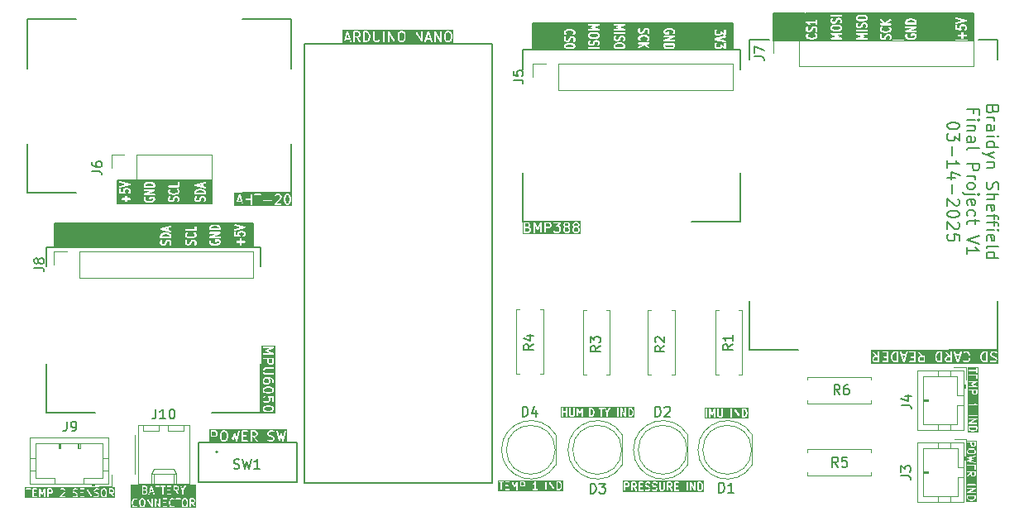
<source format=gbr>
%TF.GenerationSoftware,KiCad,Pcbnew,8.0.8*%
%TF.CreationDate,2025-03-12T21:32:49-06:00*%
%TF.ProjectId,Final_Project_New_Design,46696e61-6c5f-4507-926f-6a6563745f4e,rev?*%
%TF.SameCoordinates,Original*%
%TF.FileFunction,Legend,Top*%
%TF.FilePolarity,Positive*%
%FSLAX46Y46*%
G04 Gerber Fmt 4.6, Leading zero omitted, Abs format (unit mm)*
G04 Created by KiCad (PCBNEW 8.0.8) date 2025-03-12 21:32:49*
%MOMM*%
%LPD*%
G01*
G04 APERTURE LIST*
%ADD10C,0.150000*%
%ADD11C,0.187500*%
%ADD12C,0.125000*%
%ADD13C,0.200000*%
%ADD14C,0.120000*%
G04 APERTURE END LIST*
D10*
X131800000Y-72900000D02*
X137570000Y-72900000D01*
X137570000Y-73000000D01*
X131800000Y-73000000D01*
X131800000Y-72900000D01*
X204775000Y-53555000D02*
X209815000Y-53555000D01*
X209815000Y-53955000D01*
X204775000Y-53955000D01*
X204775000Y-53555000D01*
G36*
X204775000Y-53555000D02*
G01*
X209815000Y-53555000D01*
X209815000Y-53955000D01*
X204775000Y-53955000D01*
X204775000Y-53555000D01*
G37*
X177405000Y-54590000D02*
X178565000Y-54590000D01*
X178565000Y-57140000D01*
X177405000Y-57140000D01*
X177405000Y-54590000D01*
G36*
X177405000Y-54590000D02*
G01*
X178565000Y-54590000D01*
X178565000Y-57140000D01*
X177405000Y-57140000D01*
X177405000Y-54590000D01*
G37*
X118710000Y-54135000D02*
X123710000Y-54135000D01*
X145710000Y-71915000D02*
X145710000Y-66915000D01*
X131900000Y-70740000D02*
X132900000Y-70740000D01*
X132900000Y-72780000D01*
X131900000Y-72780000D01*
X131900000Y-70740000D01*
G36*
X131900000Y-70740000D02*
G01*
X132900000Y-70740000D01*
X132900000Y-72780000D01*
X131900000Y-72780000D01*
X131900000Y-70740000D01*
G37*
X138575000Y-75180000D02*
X139785000Y-75180000D01*
X139785000Y-77370000D01*
X138575000Y-77370000D01*
X138575000Y-75180000D01*
G36*
X138575000Y-75180000D02*
G01*
X139785000Y-75180000D01*
X139785000Y-77370000D01*
X138575000Y-77370000D01*
X138575000Y-75180000D01*
G37*
X136105000Y-75150000D02*
X137165000Y-75150000D01*
X137165000Y-77320000D01*
X136105000Y-77320000D01*
X136105000Y-75150000D01*
G36*
X136105000Y-75150000D02*
G01*
X137165000Y-75150000D01*
X137165000Y-77320000D01*
X136105000Y-77320000D01*
X136105000Y-75150000D01*
G37*
X127900000Y-73000000D02*
X129400000Y-73000000D01*
X127900000Y-73000000D01*
X120585000Y-77440000D02*
X122585000Y-77440000D01*
X118710000Y-54135000D02*
X118710000Y-59135000D01*
X192600000Y-56250000D02*
X192600000Y-58250000D01*
X204775000Y-53955000D02*
X205855000Y-53955000D01*
X205855000Y-56235000D01*
X204775000Y-56235000D01*
X204775000Y-53955000D01*
G36*
X204775000Y-53955000D02*
G01*
X205855000Y-53955000D01*
X205855000Y-56235000D01*
X204775000Y-56235000D01*
X204775000Y-53955000D01*
G37*
X129360000Y-70670000D02*
X130410000Y-70670000D01*
X130410000Y-72900000D01*
X129360000Y-72900000D01*
X129360000Y-70670000D01*
G36*
X129360000Y-70670000D02*
G01*
X130410000Y-70670000D01*
X130410000Y-72900000D01*
X129360000Y-72900000D01*
X129360000Y-70670000D01*
G37*
X173505000Y-54520000D02*
X190905000Y-54510000D01*
X192600000Y-88000000D02*
X192600000Y-83000000D01*
X169415000Y-74810000D02*
X174415000Y-74810000D01*
X191655000Y-57240000D02*
X189655000Y-57240000D01*
X121485000Y-75010000D02*
X132135000Y-75010000D01*
X132135000Y-77440000D01*
X121485000Y-77440000D01*
X121485000Y-75010000D01*
G36*
X121485000Y-75010000D02*
G01*
X132135000Y-75010000D01*
X132135000Y-77440000D01*
X121485000Y-77440000D01*
X121485000Y-75010000D01*
G37*
X209795000Y-53835000D02*
X213585000Y-53835000D01*
X213585000Y-56215000D01*
X209795000Y-56215000D01*
X209795000Y-53835000D01*
G36*
X209795000Y-53835000D02*
G01*
X213585000Y-53835000D01*
X213585000Y-56215000D01*
X209795000Y-56215000D01*
X209795000Y-53835000D01*
G37*
X209815000Y-53545000D02*
X215510000Y-53545000D01*
X215510000Y-53550000D01*
X209815000Y-53550000D01*
X209815000Y-53545000D01*
X205785000Y-53545000D02*
X209815000Y-53545000D01*
X209815000Y-53555000D01*
X205785000Y-53555000D01*
X205785000Y-53545000D01*
X120585000Y-77440000D02*
X120585000Y-79440000D01*
X129400000Y-73000000D02*
X131800000Y-73000000D01*
X129400000Y-73000000D01*
X190325000Y-54520000D02*
X190905000Y-54520000D01*
X190905000Y-57220000D01*
X190325000Y-57220000D01*
X190325000Y-54520000D01*
G36*
X190325000Y-54520000D02*
G01*
X190905000Y-54520000D01*
X190905000Y-57220000D01*
X190325000Y-57220000D01*
X190325000Y-54520000D01*
G37*
X145710000Y-54135000D02*
X140710000Y-54135000D01*
X199645000Y-53545000D02*
X200735000Y-53545000D01*
X200735000Y-56225000D01*
X199645000Y-56225000D01*
X199645000Y-53545000D01*
G36*
X199645000Y-53545000D02*
G01*
X200735000Y-53545000D01*
X200735000Y-56225000D01*
X199645000Y-56225000D01*
X199645000Y-53545000D01*
G37*
X173595000Y-54600000D02*
X174885000Y-54600000D01*
X174885000Y-54970000D01*
X173595000Y-54970000D01*
X173595000Y-54600000D01*
G36*
X173595000Y-54600000D02*
G01*
X174885000Y-54600000D01*
X174885000Y-54970000D01*
X173595000Y-54970000D01*
X173595000Y-54600000D01*
G37*
X218000000Y-56250000D02*
X218000000Y-58250000D01*
X142585000Y-77440000D02*
X142585000Y-79440000D01*
X142585000Y-94440000D02*
X137585000Y-94440000D01*
X192600000Y-88000000D02*
X197600000Y-88000000D01*
X191655000Y-57240000D02*
X191655000Y-59240000D01*
X207295000Y-53955000D02*
X208385000Y-53955000D01*
X208385000Y-56165000D01*
X207295000Y-56165000D01*
X207295000Y-53955000D01*
G36*
X207295000Y-53955000D02*
G01*
X208385000Y-53955000D01*
X208385000Y-56165000D01*
X207295000Y-56165000D01*
X207295000Y-53955000D01*
G37*
X121485000Y-74990000D02*
X141795000Y-74990000D01*
X141795000Y-77440000D01*
X121485000Y-77440000D01*
X121485000Y-74990000D01*
X218000000Y-56250000D02*
X216000000Y-56250000D01*
X191655000Y-74810000D02*
X191655000Y-69810000D01*
X190905000Y-54510000D02*
X190905000Y-57220000D01*
X132135000Y-75010000D02*
X139805000Y-75010000D01*
X139805000Y-75100000D01*
X132135000Y-75100000D01*
X132135000Y-75010000D01*
X145710000Y-71915000D02*
X140710000Y-71915000D01*
X137100000Y-70670000D02*
X137570000Y-70670000D01*
X137570000Y-72900000D01*
X137100000Y-72900000D01*
X137100000Y-70670000D01*
G36*
X137100000Y-70670000D02*
G01*
X137570000Y-70670000D01*
X137570000Y-72900000D01*
X137100000Y-72900000D01*
X137100000Y-70670000D01*
G37*
X185085000Y-55230000D02*
X188885000Y-55230000D01*
X188885000Y-57100000D01*
X185085000Y-57100000D01*
X185085000Y-55230000D01*
G36*
X185085000Y-55230000D02*
G01*
X188885000Y-55230000D01*
X188885000Y-57100000D01*
X185085000Y-57100000D01*
X185085000Y-55230000D01*
G37*
X185035000Y-54520000D02*
X190325000Y-54520000D01*
X190325000Y-55120000D01*
X185035000Y-55120000D01*
X185035000Y-54520000D01*
G36*
X185035000Y-54520000D02*
G01*
X190325000Y-54520000D01*
X190325000Y-55120000D01*
X185035000Y-55120000D01*
X185035000Y-54520000D01*
G37*
X195070000Y-53545000D02*
X198255000Y-53545000D01*
X198255000Y-56280000D01*
X195070000Y-56280000D01*
X195070000Y-53545000D01*
G36*
X195070000Y-53545000D02*
G01*
X198255000Y-53545000D01*
X198255000Y-56280000D01*
X195070000Y-56280000D01*
X195070000Y-53545000D01*
G37*
X209815000Y-53550000D02*
X215510000Y-53550000D01*
X215510000Y-53815000D01*
X209815000Y-53815000D01*
X209815000Y-53550000D01*
G36*
X209815000Y-53550000D02*
G01*
X215510000Y-53550000D01*
X215510000Y-53815000D01*
X209815000Y-53815000D01*
X209815000Y-53550000D01*
G37*
X142585000Y-77440000D02*
X140585000Y-77440000D01*
X200735000Y-53545000D02*
X205785000Y-53545000D01*
X205785000Y-53555000D01*
X200735000Y-53555000D01*
X200735000Y-53545000D01*
X170415000Y-54520000D02*
X173505000Y-54520000D01*
X173505000Y-57240000D01*
X170415000Y-57240000D01*
X170415000Y-54520000D01*
G36*
X170415000Y-54520000D02*
G01*
X173505000Y-54520000D01*
X173505000Y-57240000D01*
X170415000Y-57240000D01*
X170415000Y-54520000D01*
G37*
X118710000Y-71915000D02*
X123710000Y-71915000D01*
X127900000Y-70600000D02*
X127900000Y-73000000D01*
X127900000Y-70600000D01*
X127900000Y-70580000D02*
X130290000Y-70580000D01*
X130290000Y-70600000D01*
X127900000Y-70600000D01*
X127900000Y-70580000D01*
X198335000Y-53545000D02*
X199645000Y-53545000D01*
X199645000Y-54045000D01*
X198335000Y-54045000D01*
X198335000Y-53545000D01*
G36*
X198335000Y-53545000D02*
G01*
X199645000Y-53545000D01*
X199645000Y-54045000D01*
X198335000Y-54045000D01*
X198335000Y-53545000D01*
G37*
X118710000Y-71915000D02*
X118710000Y-66915000D01*
X142585000Y-94440000D02*
X142585000Y-89440000D01*
X145710000Y-54135000D02*
X145710000Y-59135000D01*
X135700000Y-72900000D02*
X137100000Y-72900000D01*
X135700000Y-72900000D01*
X141125000Y-75070000D02*
X141795000Y-75070000D01*
X141795000Y-77440000D01*
X141125000Y-77440000D01*
X141125000Y-75070000D01*
G36*
X141125000Y-75070000D02*
G01*
X141795000Y-75070000D01*
X141795000Y-77440000D01*
X141125000Y-77440000D01*
X141125000Y-75070000D01*
G37*
X189655000Y-57240000D02*
X171415000Y-57240000D01*
X130290000Y-70580000D02*
X137570000Y-70580000D01*
X137570000Y-70670000D01*
X130290000Y-70670000D01*
X130290000Y-70580000D01*
X191655000Y-74810000D02*
X186655000Y-74810000D01*
X180025000Y-54890000D02*
X181065000Y-54890000D01*
X181065000Y-57100000D01*
X180025000Y-57100000D01*
X180025000Y-54890000D01*
G36*
X180025000Y-54890000D02*
G01*
X181065000Y-54890000D01*
X181065000Y-57100000D01*
X180025000Y-57100000D01*
X180025000Y-54890000D01*
G37*
X218000000Y-88000000D02*
X218000000Y-83000000D01*
X218000000Y-88000000D02*
X213000000Y-88000000D01*
X169415000Y-74810000D02*
X169415000Y-69810000D01*
X192600000Y-56250000D02*
X194600000Y-56250000D01*
X179965000Y-54540000D02*
X185035000Y-54540000D01*
X185035000Y-54820000D01*
X179965000Y-54820000D01*
X179965000Y-54540000D01*
G36*
X179965000Y-54540000D02*
G01*
X185035000Y-54540000D01*
X185035000Y-54820000D01*
X179965000Y-54820000D01*
X179965000Y-54540000D01*
G37*
X174885000Y-54600000D02*
X176015000Y-54600000D01*
X176015000Y-57100000D01*
X174885000Y-57100000D01*
X174885000Y-54600000D01*
G36*
X174885000Y-54600000D02*
G01*
X176015000Y-54600000D01*
X176015000Y-57100000D01*
X174885000Y-57100000D01*
X174885000Y-54600000D01*
G37*
X169415000Y-57240000D02*
X171415000Y-57240000D01*
X202195000Y-53625000D02*
X203345000Y-53625000D01*
X203345000Y-56215000D01*
X202195000Y-56215000D01*
X202195000Y-53625000D01*
G36*
X202195000Y-53625000D02*
G01*
X203345000Y-53625000D01*
X203345000Y-56215000D01*
X202195000Y-56215000D01*
X202195000Y-53625000D01*
G37*
X182525000Y-54880000D02*
X183695000Y-54880000D01*
X183695000Y-57120000D01*
X182525000Y-57120000D01*
X182525000Y-54880000D01*
G36*
X182525000Y-54880000D02*
G01*
X183695000Y-54880000D01*
X183695000Y-57120000D01*
X182525000Y-57120000D01*
X182525000Y-54880000D01*
G37*
X133555000Y-75180000D02*
X134655000Y-75180000D01*
X134655000Y-77380000D01*
X133555000Y-77380000D01*
X133555000Y-75180000D01*
G36*
X133555000Y-75180000D02*
G01*
X134655000Y-75180000D01*
X134655000Y-77380000D01*
X133555000Y-77380000D01*
X133555000Y-75180000D01*
G37*
X120585000Y-94440000D02*
X120585000Y-89440000D01*
X134400000Y-70700000D02*
X135700000Y-70700000D01*
X135700000Y-72900000D01*
X134400000Y-72900000D01*
X134400000Y-70700000D01*
G36*
X134400000Y-70700000D02*
G01*
X135700000Y-70700000D01*
X135700000Y-72900000D01*
X134400000Y-72900000D01*
X134400000Y-70700000D01*
G37*
X215025000Y-53815000D02*
X215500000Y-53815000D01*
X215500000Y-56230000D01*
X215025000Y-56230000D01*
X215025000Y-53815000D01*
G36*
X215025000Y-53815000D02*
G01*
X215500000Y-53815000D01*
X215500000Y-56230000D01*
X215025000Y-56230000D01*
X215025000Y-53815000D01*
G37*
X169415000Y-57240000D02*
X169415000Y-59240000D01*
X147070000Y-56670000D02*
X166230000Y-56670000D01*
X166230000Y-101560000D01*
X147070000Y-101560000D01*
X147070000Y-56670000D01*
X120585000Y-94440000D02*
X125585000Y-94440000D01*
X217510398Y-63359047D02*
X217450874Y-63537619D01*
X217450874Y-63537619D02*
X217391350Y-63597142D01*
X217391350Y-63597142D02*
X217272302Y-63656666D01*
X217272302Y-63656666D02*
X217093731Y-63656666D01*
X217093731Y-63656666D02*
X216974683Y-63597142D01*
X216974683Y-63597142D02*
X216915160Y-63537619D01*
X216915160Y-63537619D02*
X216855636Y-63418571D01*
X216855636Y-63418571D02*
X216855636Y-62942381D01*
X216855636Y-62942381D02*
X218105636Y-62942381D01*
X218105636Y-62942381D02*
X218105636Y-63359047D01*
X218105636Y-63359047D02*
X218046112Y-63478095D01*
X218046112Y-63478095D02*
X217986588Y-63537619D01*
X217986588Y-63537619D02*
X217867540Y-63597142D01*
X217867540Y-63597142D02*
X217748493Y-63597142D01*
X217748493Y-63597142D02*
X217629445Y-63537619D01*
X217629445Y-63537619D02*
X217569921Y-63478095D01*
X217569921Y-63478095D02*
X217510398Y-63359047D01*
X217510398Y-63359047D02*
X217510398Y-62942381D01*
X216855636Y-64192381D02*
X217688969Y-64192381D01*
X217450874Y-64192381D02*
X217569921Y-64251904D01*
X217569921Y-64251904D02*
X217629445Y-64311428D01*
X217629445Y-64311428D02*
X217688969Y-64430476D01*
X217688969Y-64430476D02*
X217688969Y-64549523D01*
X216855636Y-65501905D02*
X217510398Y-65501905D01*
X217510398Y-65501905D02*
X217629445Y-65442381D01*
X217629445Y-65442381D02*
X217688969Y-65323333D01*
X217688969Y-65323333D02*
X217688969Y-65085238D01*
X217688969Y-65085238D02*
X217629445Y-64966191D01*
X216915160Y-65501905D02*
X216855636Y-65382857D01*
X216855636Y-65382857D02*
X216855636Y-65085238D01*
X216855636Y-65085238D02*
X216915160Y-64966191D01*
X216915160Y-64966191D02*
X217034207Y-64906667D01*
X217034207Y-64906667D02*
X217153255Y-64906667D01*
X217153255Y-64906667D02*
X217272302Y-64966191D01*
X217272302Y-64966191D02*
X217331826Y-65085238D01*
X217331826Y-65085238D02*
X217331826Y-65382857D01*
X217331826Y-65382857D02*
X217391350Y-65501905D01*
X216855636Y-66097143D02*
X217688969Y-66097143D01*
X218105636Y-66097143D02*
X218046112Y-66037619D01*
X218046112Y-66037619D02*
X217986588Y-66097143D01*
X217986588Y-66097143D02*
X218046112Y-66156666D01*
X218046112Y-66156666D02*
X218105636Y-66097143D01*
X218105636Y-66097143D02*
X217986588Y-66097143D01*
X216855636Y-67228095D02*
X218105636Y-67228095D01*
X216915160Y-67228095D02*
X216855636Y-67109047D01*
X216855636Y-67109047D02*
X216855636Y-66870952D01*
X216855636Y-66870952D02*
X216915160Y-66751904D01*
X216915160Y-66751904D02*
X216974683Y-66692381D01*
X216974683Y-66692381D02*
X217093731Y-66632857D01*
X217093731Y-66632857D02*
X217450874Y-66632857D01*
X217450874Y-66632857D02*
X217569921Y-66692381D01*
X217569921Y-66692381D02*
X217629445Y-66751904D01*
X217629445Y-66751904D02*
X217688969Y-66870952D01*
X217688969Y-66870952D02*
X217688969Y-67109047D01*
X217688969Y-67109047D02*
X217629445Y-67228095D01*
X217688969Y-67704285D02*
X216855636Y-68001904D01*
X217688969Y-68299523D02*
X216855636Y-68001904D01*
X216855636Y-68001904D02*
X216558017Y-67882856D01*
X216558017Y-67882856D02*
X216498493Y-67823333D01*
X216498493Y-67823333D02*
X216438969Y-67704285D01*
X217688969Y-68775714D02*
X216855636Y-68775714D01*
X217569921Y-68775714D02*
X217629445Y-68835237D01*
X217629445Y-68835237D02*
X217688969Y-68954285D01*
X217688969Y-68954285D02*
X217688969Y-69132856D01*
X217688969Y-69132856D02*
X217629445Y-69251904D01*
X217629445Y-69251904D02*
X217510398Y-69311428D01*
X217510398Y-69311428D02*
X216855636Y-69311428D01*
X216915160Y-70799523D02*
X216855636Y-70978094D01*
X216855636Y-70978094D02*
X216855636Y-71275713D01*
X216855636Y-71275713D02*
X216915160Y-71394761D01*
X216915160Y-71394761D02*
X216974683Y-71454285D01*
X216974683Y-71454285D02*
X217093731Y-71513808D01*
X217093731Y-71513808D02*
X217212779Y-71513808D01*
X217212779Y-71513808D02*
X217331826Y-71454285D01*
X217331826Y-71454285D02*
X217391350Y-71394761D01*
X217391350Y-71394761D02*
X217450874Y-71275713D01*
X217450874Y-71275713D02*
X217510398Y-71037618D01*
X217510398Y-71037618D02*
X217569921Y-70918570D01*
X217569921Y-70918570D02*
X217629445Y-70859047D01*
X217629445Y-70859047D02*
X217748493Y-70799523D01*
X217748493Y-70799523D02*
X217867540Y-70799523D01*
X217867540Y-70799523D02*
X217986588Y-70859047D01*
X217986588Y-70859047D02*
X218046112Y-70918570D01*
X218046112Y-70918570D02*
X218105636Y-71037618D01*
X218105636Y-71037618D02*
X218105636Y-71335237D01*
X218105636Y-71335237D02*
X218046112Y-71513808D01*
X216855636Y-72049523D02*
X218105636Y-72049523D01*
X216855636Y-72585237D02*
X217510398Y-72585237D01*
X217510398Y-72585237D02*
X217629445Y-72525713D01*
X217629445Y-72525713D02*
X217688969Y-72406665D01*
X217688969Y-72406665D02*
X217688969Y-72228094D01*
X217688969Y-72228094D02*
X217629445Y-72109046D01*
X217629445Y-72109046D02*
X217569921Y-72049523D01*
X216915160Y-73656665D02*
X216855636Y-73537617D01*
X216855636Y-73537617D02*
X216855636Y-73299522D01*
X216855636Y-73299522D02*
X216915160Y-73180475D01*
X216915160Y-73180475D02*
X217034207Y-73120951D01*
X217034207Y-73120951D02*
X217510398Y-73120951D01*
X217510398Y-73120951D02*
X217629445Y-73180475D01*
X217629445Y-73180475D02*
X217688969Y-73299522D01*
X217688969Y-73299522D02*
X217688969Y-73537617D01*
X217688969Y-73537617D02*
X217629445Y-73656665D01*
X217629445Y-73656665D02*
X217510398Y-73716189D01*
X217510398Y-73716189D02*
X217391350Y-73716189D01*
X217391350Y-73716189D02*
X217272302Y-73120951D01*
X217688969Y-74073332D02*
X217688969Y-74549523D01*
X216855636Y-74251904D02*
X217927064Y-74251904D01*
X217927064Y-74251904D02*
X218046112Y-74311427D01*
X218046112Y-74311427D02*
X218105636Y-74430475D01*
X218105636Y-74430475D02*
X218105636Y-74549523D01*
X217688969Y-74787618D02*
X217688969Y-75263809D01*
X216855636Y-74966190D02*
X217927064Y-74966190D01*
X217927064Y-74966190D02*
X218046112Y-75025713D01*
X218046112Y-75025713D02*
X218105636Y-75144761D01*
X218105636Y-75144761D02*
X218105636Y-75263809D01*
X216855636Y-75680476D02*
X217688969Y-75680476D01*
X218105636Y-75680476D02*
X218046112Y-75620952D01*
X218046112Y-75620952D02*
X217986588Y-75680476D01*
X217986588Y-75680476D02*
X218046112Y-75739999D01*
X218046112Y-75739999D02*
X218105636Y-75680476D01*
X218105636Y-75680476D02*
X217986588Y-75680476D01*
X216915160Y-76751904D02*
X216855636Y-76632856D01*
X216855636Y-76632856D02*
X216855636Y-76394761D01*
X216855636Y-76394761D02*
X216915160Y-76275714D01*
X216915160Y-76275714D02*
X217034207Y-76216190D01*
X217034207Y-76216190D02*
X217510398Y-76216190D01*
X217510398Y-76216190D02*
X217629445Y-76275714D01*
X217629445Y-76275714D02*
X217688969Y-76394761D01*
X217688969Y-76394761D02*
X217688969Y-76632856D01*
X217688969Y-76632856D02*
X217629445Y-76751904D01*
X217629445Y-76751904D02*
X217510398Y-76811428D01*
X217510398Y-76811428D02*
X217391350Y-76811428D01*
X217391350Y-76811428D02*
X217272302Y-76216190D01*
X216855636Y-77525714D02*
X216915160Y-77406666D01*
X216915160Y-77406666D02*
X217034207Y-77347143D01*
X217034207Y-77347143D02*
X218105636Y-77347143D01*
X216855636Y-78537619D02*
X218105636Y-78537619D01*
X216915160Y-78537619D02*
X216855636Y-78418571D01*
X216855636Y-78418571D02*
X216855636Y-78180476D01*
X216855636Y-78180476D02*
X216915160Y-78061428D01*
X216915160Y-78061428D02*
X216974683Y-78001905D01*
X216974683Y-78001905D02*
X217093731Y-77942381D01*
X217093731Y-77942381D02*
X217450874Y-77942381D01*
X217450874Y-77942381D02*
X217569921Y-78001905D01*
X217569921Y-78001905D02*
X217629445Y-78061428D01*
X217629445Y-78061428D02*
X217688969Y-78180476D01*
X217688969Y-78180476D02*
X217688969Y-78418571D01*
X217688969Y-78418571D02*
X217629445Y-78537619D01*
X215497968Y-63775713D02*
X215497968Y-63359047D01*
X214843206Y-63359047D02*
X216093206Y-63359047D01*
X216093206Y-63359047D02*
X216093206Y-63954285D01*
X214843206Y-64430476D02*
X215676539Y-64430476D01*
X216093206Y-64430476D02*
X216033682Y-64370952D01*
X216033682Y-64370952D02*
X215974158Y-64430476D01*
X215974158Y-64430476D02*
X216033682Y-64489999D01*
X216033682Y-64489999D02*
X216093206Y-64430476D01*
X216093206Y-64430476D02*
X215974158Y-64430476D01*
X215676539Y-65025714D02*
X214843206Y-65025714D01*
X215557491Y-65025714D02*
X215617015Y-65085237D01*
X215617015Y-65085237D02*
X215676539Y-65204285D01*
X215676539Y-65204285D02*
X215676539Y-65382856D01*
X215676539Y-65382856D02*
X215617015Y-65501904D01*
X215617015Y-65501904D02*
X215497968Y-65561428D01*
X215497968Y-65561428D02*
X214843206Y-65561428D01*
X214843206Y-66692380D02*
X215497968Y-66692380D01*
X215497968Y-66692380D02*
X215617015Y-66632856D01*
X215617015Y-66632856D02*
X215676539Y-66513808D01*
X215676539Y-66513808D02*
X215676539Y-66275713D01*
X215676539Y-66275713D02*
X215617015Y-66156666D01*
X214902730Y-66692380D02*
X214843206Y-66573332D01*
X214843206Y-66573332D02*
X214843206Y-66275713D01*
X214843206Y-66275713D02*
X214902730Y-66156666D01*
X214902730Y-66156666D02*
X215021777Y-66097142D01*
X215021777Y-66097142D02*
X215140825Y-66097142D01*
X215140825Y-66097142D02*
X215259872Y-66156666D01*
X215259872Y-66156666D02*
X215319396Y-66275713D01*
X215319396Y-66275713D02*
X215319396Y-66573332D01*
X215319396Y-66573332D02*
X215378920Y-66692380D01*
X214843206Y-67466189D02*
X214902730Y-67347141D01*
X214902730Y-67347141D02*
X215021777Y-67287618D01*
X215021777Y-67287618D02*
X216093206Y-67287618D01*
X214843206Y-68894761D02*
X216093206Y-68894761D01*
X216093206Y-68894761D02*
X216093206Y-69370951D01*
X216093206Y-69370951D02*
X216033682Y-69489999D01*
X216033682Y-69489999D02*
X215974158Y-69549522D01*
X215974158Y-69549522D02*
X215855110Y-69609046D01*
X215855110Y-69609046D02*
X215676539Y-69609046D01*
X215676539Y-69609046D02*
X215557491Y-69549522D01*
X215557491Y-69549522D02*
X215497968Y-69489999D01*
X215497968Y-69489999D02*
X215438444Y-69370951D01*
X215438444Y-69370951D02*
X215438444Y-68894761D01*
X214843206Y-70144761D02*
X215676539Y-70144761D01*
X215438444Y-70144761D02*
X215557491Y-70204284D01*
X215557491Y-70204284D02*
X215617015Y-70263808D01*
X215617015Y-70263808D02*
X215676539Y-70382856D01*
X215676539Y-70382856D02*
X215676539Y-70501903D01*
X214843206Y-71097142D02*
X214902730Y-70978094D01*
X214902730Y-70978094D02*
X214962253Y-70918571D01*
X214962253Y-70918571D02*
X215081301Y-70859047D01*
X215081301Y-70859047D02*
X215438444Y-70859047D01*
X215438444Y-70859047D02*
X215557491Y-70918571D01*
X215557491Y-70918571D02*
X215617015Y-70978094D01*
X215617015Y-70978094D02*
X215676539Y-71097142D01*
X215676539Y-71097142D02*
X215676539Y-71275713D01*
X215676539Y-71275713D02*
X215617015Y-71394761D01*
X215617015Y-71394761D02*
X215557491Y-71454285D01*
X215557491Y-71454285D02*
X215438444Y-71513809D01*
X215438444Y-71513809D02*
X215081301Y-71513809D01*
X215081301Y-71513809D02*
X214962253Y-71454285D01*
X214962253Y-71454285D02*
X214902730Y-71394761D01*
X214902730Y-71394761D02*
X214843206Y-71275713D01*
X214843206Y-71275713D02*
X214843206Y-71097142D01*
X215676539Y-72049523D02*
X214605110Y-72049523D01*
X214605110Y-72049523D02*
X214486063Y-71989999D01*
X214486063Y-71989999D02*
X214426539Y-71870951D01*
X214426539Y-71870951D02*
X214426539Y-71811427D01*
X216093206Y-72049523D02*
X216033682Y-71989999D01*
X216033682Y-71989999D02*
X215974158Y-72049523D01*
X215974158Y-72049523D02*
X216033682Y-72109046D01*
X216033682Y-72109046D02*
X216093206Y-72049523D01*
X216093206Y-72049523D02*
X215974158Y-72049523D01*
X214902730Y-73120951D02*
X214843206Y-73001903D01*
X214843206Y-73001903D02*
X214843206Y-72763808D01*
X214843206Y-72763808D02*
X214902730Y-72644761D01*
X214902730Y-72644761D02*
X215021777Y-72585237D01*
X215021777Y-72585237D02*
X215497968Y-72585237D01*
X215497968Y-72585237D02*
X215617015Y-72644761D01*
X215617015Y-72644761D02*
X215676539Y-72763808D01*
X215676539Y-72763808D02*
X215676539Y-73001903D01*
X215676539Y-73001903D02*
X215617015Y-73120951D01*
X215617015Y-73120951D02*
X215497968Y-73180475D01*
X215497968Y-73180475D02*
X215378920Y-73180475D01*
X215378920Y-73180475D02*
X215259872Y-72585237D01*
X214902730Y-74251904D02*
X214843206Y-74132856D01*
X214843206Y-74132856D02*
X214843206Y-73894761D01*
X214843206Y-73894761D02*
X214902730Y-73775713D01*
X214902730Y-73775713D02*
X214962253Y-73716190D01*
X214962253Y-73716190D02*
X215081301Y-73656666D01*
X215081301Y-73656666D02*
X215438444Y-73656666D01*
X215438444Y-73656666D02*
X215557491Y-73716190D01*
X215557491Y-73716190D02*
X215617015Y-73775713D01*
X215617015Y-73775713D02*
X215676539Y-73894761D01*
X215676539Y-73894761D02*
X215676539Y-74132856D01*
X215676539Y-74132856D02*
X215617015Y-74251904D01*
X215676539Y-74609047D02*
X215676539Y-75085238D01*
X216093206Y-74787619D02*
X215021777Y-74787619D01*
X215021777Y-74787619D02*
X214902730Y-74847142D01*
X214902730Y-74847142D02*
X214843206Y-74966190D01*
X214843206Y-74966190D02*
X214843206Y-75085238D01*
X216093206Y-76275714D02*
X214843206Y-76692381D01*
X214843206Y-76692381D02*
X216093206Y-77109047D01*
X214843206Y-78180476D02*
X214843206Y-77466191D01*
X214843206Y-77823334D02*
X216093206Y-77823334D01*
X216093206Y-77823334D02*
X215914634Y-77704286D01*
X215914634Y-77704286D02*
X215795587Y-77585238D01*
X215795587Y-77585238D02*
X215736063Y-77466191D01*
X214080776Y-64966191D02*
X214080776Y-65085238D01*
X214080776Y-65085238D02*
X214021252Y-65204286D01*
X214021252Y-65204286D02*
X213961728Y-65263810D01*
X213961728Y-65263810D02*
X213842680Y-65323334D01*
X213842680Y-65323334D02*
X213604585Y-65382857D01*
X213604585Y-65382857D02*
X213306966Y-65382857D01*
X213306966Y-65382857D02*
X213068871Y-65323334D01*
X213068871Y-65323334D02*
X212949823Y-65263810D01*
X212949823Y-65263810D02*
X212890300Y-65204286D01*
X212890300Y-65204286D02*
X212830776Y-65085238D01*
X212830776Y-65085238D02*
X212830776Y-64966191D01*
X212830776Y-64966191D02*
X212890300Y-64847143D01*
X212890300Y-64847143D02*
X212949823Y-64787619D01*
X212949823Y-64787619D02*
X213068871Y-64728096D01*
X213068871Y-64728096D02*
X213306966Y-64668572D01*
X213306966Y-64668572D02*
X213604585Y-64668572D01*
X213604585Y-64668572D02*
X213842680Y-64728096D01*
X213842680Y-64728096D02*
X213961728Y-64787619D01*
X213961728Y-64787619D02*
X214021252Y-64847143D01*
X214021252Y-64847143D02*
X214080776Y-64966191D01*
X214080776Y-65799524D02*
X214080776Y-66573333D01*
X214080776Y-66573333D02*
X213604585Y-66156667D01*
X213604585Y-66156667D02*
X213604585Y-66335238D01*
X213604585Y-66335238D02*
X213545061Y-66454286D01*
X213545061Y-66454286D02*
X213485538Y-66513810D01*
X213485538Y-66513810D02*
X213366490Y-66573333D01*
X213366490Y-66573333D02*
X213068871Y-66573333D01*
X213068871Y-66573333D02*
X212949823Y-66513810D01*
X212949823Y-66513810D02*
X212890300Y-66454286D01*
X212890300Y-66454286D02*
X212830776Y-66335238D01*
X212830776Y-66335238D02*
X212830776Y-65978095D01*
X212830776Y-65978095D02*
X212890300Y-65859048D01*
X212890300Y-65859048D02*
X212949823Y-65799524D01*
X213306966Y-67109048D02*
X213306966Y-68061429D01*
X212830776Y-69311428D02*
X212830776Y-68597143D01*
X212830776Y-68954286D02*
X214080776Y-68954286D01*
X214080776Y-68954286D02*
X213902204Y-68835238D01*
X213902204Y-68835238D02*
X213783157Y-68716190D01*
X213783157Y-68716190D02*
X213723633Y-68597143D01*
X213664109Y-70382857D02*
X212830776Y-70382857D01*
X214140300Y-70085238D02*
X213247442Y-69787619D01*
X213247442Y-69787619D02*
X213247442Y-70561428D01*
X213306966Y-71037619D02*
X213306966Y-71990000D01*
X213961728Y-72525714D02*
X214021252Y-72585238D01*
X214021252Y-72585238D02*
X214080776Y-72704285D01*
X214080776Y-72704285D02*
X214080776Y-73001904D01*
X214080776Y-73001904D02*
X214021252Y-73120952D01*
X214021252Y-73120952D02*
X213961728Y-73180476D01*
X213961728Y-73180476D02*
X213842680Y-73239999D01*
X213842680Y-73239999D02*
X213723633Y-73239999D01*
X213723633Y-73239999D02*
X213545061Y-73180476D01*
X213545061Y-73180476D02*
X212830776Y-72466190D01*
X212830776Y-72466190D02*
X212830776Y-73239999D01*
X214080776Y-74013809D02*
X214080776Y-74132856D01*
X214080776Y-74132856D02*
X214021252Y-74251904D01*
X214021252Y-74251904D02*
X213961728Y-74311428D01*
X213961728Y-74311428D02*
X213842680Y-74370952D01*
X213842680Y-74370952D02*
X213604585Y-74430475D01*
X213604585Y-74430475D02*
X213306966Y-74430475D01*
X213306966Y-74430475D02*
X213068871Y-74370952D01*
X213068871Y-74370952D02*
X212949823Y-74311428D01*
X212949823Y-74311428D02*
X212890300Y-74251904D01*
X212890300Y-74251904D02*
X212830776Y-74132856D01*
X212830776Y-74132856D02*
X212830776Y-74013809D01*
X212830776Y-74013809D02*
X212890300Y-73894761D01*
X212890300Y-73894761D02*
X212949823Y-73835237D01*
X212949823Y-73835237D02*
X213068871Y-73775714D01*
X213068871Y-73775714D02*
X213306966Y-73716190D01*
X213306966Y-73716190D02*
X213604585Y-73716190D01*
X213604585Y-73716190D02*
X213842680Y-73775714D01*
X213842680Y-73775714D02*
X213961728Y-73835237D01*
X213961728Y-73835237D02*
X214021252Y-73894761D01*
X214021252Y-73894761D02*
X214080776Y-74013809D01*
X213961728Y-74906666D02*
X214021252Y-74966190D01*
X214021252Y-74966190D02*
X214080776Y-75085237D01*
X214080776Y-75085237D02*
X214080776Y-75382856D01*
X214080776Y-75382856D02*
X214021252Y-75501904D01*
X214021252Y-75501904D02*
X213961728Y-75561428D01*
X213961728Y-75561428D02*
X213842680Y-75620951D01*
X213842680Y-75620951D02*
X213723633Y-75620951D01*
X213723633Y-75620951D02*
X213545061Y-75561428D01*
X213545061Y-75561428D02*
X212830776Y-74847142D01*
X212830776Y-74847142D02*
X212830776Y-75620951D01*
X214080776Y-76751904D02*
X214080776Y-76156666D01*
X214080776Y-76156666D02*
X213485538Y-76097142D01*
X213485538Y-76097142D02*
X213545061Y-76156666D01*
X213545061Y-76156666D02*
X213604585Y-76275713D01*
X213604585Y-76275713D02*
X213604585Y-76573332D01*
X213604585Y-76573332D02*
X213545061Y-76692380D01*
X213545061Y-76692380D02*
X213485538Y-76751904D01*
X213485538Y-76751904D02*
X213366490Y-76811427D01*
X213366490Y-76811427D02*
X213068871Y-76811427D01*
X213068871Y-76811427D02*
X212949823Y-76751904D01*
X212949823Y-76751904D02*
X212890300Y-76692380D01*
X212890300Y-76692380D02*
X212830776Y-76573332D01*
X212830776Y-76573332D02*
X212830776Y-76275713D01*
X212830776Y-76275713D02*
X212890300Y-76156666D01*
X212890300Y-76156666D02*
X212949823Y-76097142D01*
G36*
X192124984Y-94126959D02*
G01*
X192175826Y-94181190D01*
X192203164Y-94239513D01*
X192235112Y-94375822D01*
X192235112Y-94472767D01*
X192203164Y-94609076D01*
X192175828Y-94667396D01*
X192124984Y-94721630D01*
X192047176Y-94749295D01*
X191956541Y-94749295D01*
X191956541Y-94099295D01*
X192047176Y-94099295D01*
X192124984Y-94126959D01*
G37*
G36*
X192474001Y-94988184D02*
G01*
X188003366Y-94988184D01*
X188003366Y-94024295D01*
X188092255Y-94024295D01*
X188092255Y-94824295D01*
X188093696Y-94838927D01*
X188104895Y-94865963D01*
X188125587Y-94886655D01*
X188152623Y-94897854D01*
X188181887Y-94897854D01*
X188208923Y-94886655D01*
X188229615Y-94865963D01*
X188240814Y-94838927D01*
X188242255Y-94824295D01*
X188242255Y-94024295D01*
X188449398Y-94024295D01*
X188449398Y-94824295D01*
X188450839Y-94838927D01*
X188462038Y-94865963D01*
X188482730Y-94886655D01*
X188509766Y-94897854D01*
X188539030Y-94897854D01*
X188566066Y-94886655D01*
X188586758Y-94865963D01*
X188597957Y-94838927D01*
X188599398Y-94824295D01*
X188599398Y-94382840D01*
X188705686Y-94625785D01*
X188710612Y-94634580D01*
X188711228Y-94636153D01*
X188711864Y-94636815D01*
X188712871Y-94638612D01*
X188722373Y-94647747D01*
X188731509Y-94657250D01*
X188732885Y-94657852D01*
X188733968Y-94658893D01*
X188746246Y-94663697D01*
X188758319Y-94668979D01*
X188759820Y-94669008D01*
X188761219Y-94669556D01*
X188774409Y-94669296D01*
X188787577Y-94669556D01*
X188788973Y-94669009D01*
X188790477Y-94668980D01*
X188802561Y-94663692D01*
X188814828Y-94658893D01*
X188815910Y-94657852D01*
X188817287Y-94657250D01*
X188826427Y-94647741D01*
X188835925Y-94638612D01*
X188836930Y-94636817D01*
X188837568Y-94636154D01*
X188838185Y-94634576D01*
X188843110Y-94625784D01*
X188949398Y-94382840D01*
X188949398Y-94824295D01*
X188950839Y-94838927D01*
X188962038Y-94865963D01*
X188982730Y-94886655D01*
X189009766Y-94897854D01*
X189039030Y-94897854D01*
X189066066Y-94886655D01*
X189086758Y-94865963D01*
X189097957Y-94838927D01*
X189099398Y-94824295D01*
X189099398Y-94024295D01*
X189306541Y-94024295D01*
X189306541Y-94671914D01*
X189307982Y-94686546D01*
X189308646Y-94688150D01*
X189308726Y-94689886D01*
X189313632Y-94703746D01*
X189349345Y-94779936D01*
X189352888Y-94785894D01*
X189353584Y-94787739D01*
X189355365Y-94790058D01*
X189356861Y-94792573D01*
X189358317Y-94793902D01*
X189362540Y-94799400D01*
X189398254Y-94837495D01*
X189404191Y-94842697D01*
X189405443Y-94844219D01*
X189407476Y-94845574D01*
X189409313Y-94847184D01*
X189411107Y-94847996D01*
X189417676Y-94852376D01*
X189489104Y-94890472D01*
X189502693Y-94896086D01*
X189506361Y-94896443D01*
X189509766Y-94897854D01*
X189524398Y-94899295D01*
X189667255Y-94899295D01*
X189681887Y-94897854D01*
X189685291Y-94896443D01*
X189688960Y-94896086D01*
X189702549Y-94890472D01*
X189773978Y-94852376D01*
X189780546Y-94847996D01*
X189782341Y-94847184D01*
X189784177Y-94845574D01*
X189786211Y-94844219D01*
X189787462Y-94842697D01*
X189793400Y-94837495D01*
X189829114Y-94799399D01*
X189833333Y-94793904D01*
X189834792Y-94792574D01*
X189836287Y-94790058D01*
X189838070Y-94787738D01*
X189838766Y-94785890D01*
X189842307Y-94779936D01*
X189878021Y-94703747D01*
X189882927Y-94689886D01*
X189883006Y-94688150D01*
X189883671Y-94686546D01*
X189885112Y-94671914D01*
X189885112Y-94024295D01*
X190663684Y-94024295D01*
X190663684Y-94824295D01*
X190665125Y-94838927D01*
X190676324Y-94865963D01*
X190697016Y-94886655D01*
X190724052Y-94897854D01*
X190753316Y-94897854D01*
X190780352Y-94886655D01*
X190801044Y-94865963D01*
X190812243Y-94838927D01*
X190813684Y-94824295D01*
X190813684Y-94024295D01*
X191020827Y-94024295D01*
X191020827Y-94824295D01*
X191022268Y-94838927D01*
X191033467Y-94865963D01*
X191054159Y-94886655D01*
X191081195Y-94897854D01*
X191110459Y-94897854D01*
X191137495Y-94886655D01*
X191158187Y-94865963D01*
X191169386Y-94838927D01*
X191170827Y-94824295D01*
X191170827Y-94323119D01*
X191458287Y-94859711D01*
X191461332Y-94864260D01*
X191462038Y-94865963D01*
X191463353Y-94867278D01*
X191466467Y-94871929D01*
X191474963Y-94878888D01*
X191482730Y-94886655D01*
X191486199Y-94888092D01*
X191489105Y-94890472D01*
X191499615Y-94893649D01*
X191509766Y-94897854D01*
X191513524Y-94897854D01*
X191517116Y-94898940D01*
X191528040Y-94897854D01*
X191539030Y-94897854D01*
X191542500Y-94896416D01*
X191546236Y-94896045D01*
X191555916Y-94890859D01*
X191566066Y-94886655D01*
X191568721Y-94883999D01*
X191572032Y-94882226D01*
X191578990Y-94873730D01*
X191586758Y-94865963D01*
X191588195Y-94862491D01*
X191590575Y-94859587D01*
X191593751Y-94849079D01*
X191597957Y-94838927D01*
X191598506Y-94833352D01*
X191599043Y-94831576D01*
X191598861Y-94829746D01*
X191599398Y-94824295D01*
X191599398Y-94024295D01*
X191806541Y-94024295D01*
X191806541Y-94824295D01*
X191807982Y-94838927D01*
X191819181Y-94865963D01*
X191839873Y-94886655D01*
X191866909Y-94897854D01*
X191881541Y-94899295D01*
X192060112Y-94899295D01*
X192069102Y-94898409D01*
X192070968Y-94898505D01*
X192072830Y-94898042D01*
X192074744Y-94897854D01*
X192076472Y-94897137D01*
X192085238Y-94894961D01*
X192192381Y-94856866D01*
X192205684Y-94850607D01*
X192208030Y-94848489D01*
X192210912Y-94847185D01*
X192221970Y-94837496D01*
X192293399Y-94761305D01*
X192297620Y-94755809D01*
X192299078Y-94754479D01*
X192300572Y-94751965D01*
X192302355Y-94749645D01*
X192303051Y-94747796D01*
X192306593Y-94741841D01*
X192342307Y-94665652D01*
X192342507Y-94665086D01*
X192342677Y-94664850D01*
X192344899Y-94658328D01*
X192347213Y-94651791D01*
X192347226Y-94651498D01*
X192347419Y-94650933D01*
X192383133Y-94498552D01*
X192383364Y-94496810D01*
X192383671Y-94496070D01*
X192384268Y-94490007D01*
X192385069Y-94483978D01*
X192384939Y-94483188D01*
X192385112Y-94481438D01*
X192385112Y-94367152D01*
X192384939Y-94365401D01*
X192385069Y-94364612D01*
X192384268Y-94358582D01*
X192383671Y-94352520D01*
X192383364Y-94351779D01*
X192383133Y-94350038D01*
X192347419Y-94197657D01*
X192347226Y-94197091D01*
X192347213Y-94196799D01*
X192344891Y-94190238D01*
X192342677Y-94183740D01*
X192342508Y-94183505D01*
X192342308Y-94182939D01*
X192306594Y-94106748D01*
X192303050Y-94100789D01*
X192302355Y-94098944D01*
X192300574Y-94096626D01*
X192299079Y-94094111D01*
X192297620Y-94092779D01*
X192293399Y-94087284D01*
X192221970Y-94011094D01*
X192210911Y-94001405D01*
X192208031Y-94000101D01*
X192205684Y-93997983D01*
X192192381Y-93991724D01*
X192085238Y-93953629D01*
X192076472Y-93951452D01*
X192074744Y-93950736D01*
X192072830Y-93950547D01*
X192070968Y-93950085D01*
X192069102Y-93950180D01*
X192060112Y-93949295D01*
X191881541Y-93949295D01*
X191866909Y-93950736D01*
X191839873Y-93961935D01*
X191819181Y-93982627D01*
X191807982Y-94009663D01*
X191806541Y-94024295D01*
X191599398Y-94024295D01*
X191597957Y-94009663D01*
X191586758Y-93982627D01*
X191566066Y-93961935D01*
X191539030Y-93950736D01*
X191509766Y-93950736D01*
X191482730Y-93961935D01*
X191462038Y-93982627D01*
X191450839Y-94009663D01*
X191449398Y-94024295D01*
X191449398Y-94525470D01*
X191161938Y-93988878D01*
X191158891Y-93984328D01*
X191158187Y-93982627D01*
X191156872Y-93981312D01*
X191153758Y-93976661D01*
X191145261Y-93969701D01*
X191137495Y-93961935D01*
X191134025Y-93960497D01*
X191131120Y-93958118D01*
X191120605Y-93954939D01*
X191110459Y-93950736D01*
X191106704Y-93950736D01*
X191103109Y-93949649D01*
X191092179Y-93950736D01*
X191081195Y-93950736D01*
X191077724Y-93952173D01*
X191073989Y-93952545D01*
X191064308Y-93957730D01*
X191054159Y-93961935D01*
X191051503Y-93964590D01*
X191048193Y-93966364D01*
X191041233Y-93974860D01*
X191033467Y-93982627D01*
X191032029Y-93986096D01*
X191029650Y-93989002D01*
X191026471Y-93999516D01*
X191022268Y-94009663D01*
X191021719Y-94015231D01*
X191021181Y-94017013D01*
X191021363Y-94018847D01*
X191020827Y-94024295D01*
X190813684Y-94024295D01*
X190812243Y-94009663D01*
X190801044Y-93982627D01*
X190780352Y-93961935D01*
X190753316Y-93950736D01*
X190724052Y-93950736D01*
X190697016Y-93961935D01*
X190676324Y-93982627D01*
X190665125Y-94009663D01*
X190663684Y-94024295D01*
X189885112Y-94024295D01*
X189883671Y-94009663D01*
X189872472Y-93982627D01*
X189851780Y-93961935D01*
X189824744Y-93950736D01*
X189795480Y-93950736D01*
X189768444Y-93961935D01*
X189747752Y-93982627D01*
X189736553Y-94009663D01*
X189735112Y-94024295D01*
X189735112Y-94655207D01*
X189711542Y-94705491D01*
X189692448Y-94725858D01*
X189648505Y-94749295D01*
X189543147Y-94749295D01*
X189499206Y-94725859D01*
X189480111Y-94705492D01*
X189456541Y-94655209D01*
X189456541Y-94024295D01*
X189455100Y-94009663D01*
X189443901Y-93982627D01*
X189423209Y-93961935D01*
X189396173Y-93950736D01*
X189366909Y-93950736D01*
X189339873Y-93961935D01*
X189319181Y-93982627D01*
X189307982Y-94009663D01*
X189306541Y-94024295D01*
X189099398Y-94024295D01*
X189098209Y-94012223D01*
X189098231Y-94011115D01*
X189098055Y-94010667D01*
X189097957Y-94009663D01*
X189092644Y-93996838D01*
X189087568Y-93983864D01*
X189087045Y-93983320D01*
X189086758Y-93982627D01*
X189076942Y-93972811D01*
X189067287Y-93962768D01*
X189066597Y-93962466D01*
X189066066Y-93961935D01*
X189053241Y-93956622D01*
X189040477Y-93951038D01*
X189039723Y-93951023D01*
X189039030Y-93950736D01*
X189025137Y-93950736D01*
X189011219Y-93950462D01*
X189010519Y-93950736D01*
X189009766Y-93950736D01*
X188996924Y-93956055D01*
X188983968Y-93961125D01*
X188983424Y-93961647D01*
X188982730Y-93961935D01*
X188972902Y-93971762D01*
X188962871Y-93981406D01*
X188962376Y-93982288D01*
X188962038Y-93982627D01*
X188961614Y-93983648D01*
X188955686Y-93994233D01*
X188774397Y-94408606D01*
X188593110Y-93994234D01*
X188587181Y-93983649D01*
X188586758Y-93982627D01*
X188586419Y-93982288D01*
X188585925Y-93981406D01*
X188575893Y-93971762D01*
X188566066Y-93961935D01*
X188565371Y-93961647D01*
X188564828Y-93961125D01*
X188551871Y-93956055D01*
X188539030Y-93950736D01*
X188538277Y-93950736D01*
X188537577Y-93950462D01*
X188523683Y-93950736D01*
X188509766Y-93950736D01*
X188509070Y-93951024D01*
X188508319Y-93951039D01*
X188495577Y-93956613D01*
X188482730Y-93961935D01*
X188482198Y-93962466D01*
X188481509Y-93962768D01*
X188471865Y-93972799D01*
X188462038Y-93982627D01*
X188461750Y-93983321D01*
X188461228Y-93983865D01*
X188456158Y-93996821D01*
X188450839Y-94009663D01*
X188450739Y-94010668D01*
X188450565Y-94011116D01*
X188450586Y-94012223D01*
X188449398Y-94024295D01*
X188242255Y-94024295D01*
X188240814Y-94009663D01*
X188229615Y-93982627D01*
X188208923Y-93961935D01*
X188181887Y-93950736D01*
X188152623Y-93950736D01*
X188125587Y-93961935D01*
X188104895Y-93982627D01*
X188093696Y-94009663D01*
X188092255Y-94024295D01*
X188003366Y-94024295D01*
X188003366Y-93860406D01*
X192474001Y-93860406D01*
X192474001Y-94988184D01*
G37*
G36*
X143633528Y-93825162D02*
G01*
X143710515Y-93863656D01*
X143740922Y-93894063D01*
X143775180Y-93962579D01*
X143775180Y-94022407D01*
X143740922Y-94090923D01*
X143710515Y-94121330D01*
X143633528Y-94159823D01*
X143459994Y-94203207D01*
X143240367Y-94203207D01*
X143066833Y-94159823D01*
X142989846Y-94121330D01*
X142959438Y-94090922D01*
X142925180Y-94022405D01*
X142925180Y-93962580D01*
X142959438Y-93894063D01*
X142989846Y-93863656D01*
X143066833Y-93825162D01*
X143240367Y-93781779D01*
X143459994Y-93781779D01*
X143633528Y-93825162D01*
G37*
G36*
X143633528Y-91920400D02*
G01*
X143710515Y-91958894D01*
X143740922Y-91989301D01*
X143775180Y-92057817D01*
X143775180Y-92117645D01*
X143740922Y-92186161D01*
X143710515Y-92216568D01*
X143633528Y-92255061D01*
X143459994Y-92298445D01*
X143240367Y-92298445D01*
X143066833Y-92255061D01*
X142989846Y-92216568D01*
X142959438Y-92186160D01*
X142925180Y-92117643D01*
X142925180Y-92057818D01*
X142959438Y-91989301D01*
X142989846Y-91958894D01*
X143066833Y-91920400D01*
X143240367Y-91877017D01*
X143459994Y-91877017D01*
X143633528Y-91920400D01*
G37*
G36*
X143329563Y-90958894D02*
G01*
X143359970Y-90989301D01*
X143394228Y-91057817D01*
X143394228Y-91212883D01*
X143359970Y-91281399D01*
X143329563Y-91311806D01*
X143261047Y-91346064D01*
X143058362Y-91346064D01*
X142989846Y-91311806D01*
X142959438Y-91281398D01*
X142925180Y-91212881D01*
X142925180Y-91057818D01*
X142959438Y-90989301D01*
X142989846Y-90958894D01*
X143058362Y-90924636D01*
X143261047Y-90924636D01*
X143329563Y-90958894D01*
G37*
G36*
X143775180Y-89212883D02*
G01*
X143740922Y-89281399D01*
X143710515Y-89311806D01*
X143641999Y-89346064D01*
X143534552Y-89346064D01*
X143466036Y-89311806D01*
X143435629Y-89281399D01*
X143401371Y-89212883D01*
X143401371Y-88924636D01*
X143775180Y-88924636D01*
X143775180Y-89212883D01*
G37*
G36*
X144036291Y-94464318D02*
G01*
X142664069Y-94464318D01*
X142664069Y-93944874D01*
X142775180Y-93944874D01*
X142775180Y-94040112D01*
X142776621Y-94054744D01*
X142777651Y-94057232D01*
X142777843Y-94059922D01*
X142783098Y-94073654D01*
X142830718Y-94168892D01*
X142834683Y-94175190D01*
X142835440Y-94177018D01*
X142837128Y-94179075D01*
X142838551Y-94181335D01*
X142840049Y-94182634D01*
X142844767Y-94188383D01*
X142892386Y-94236002D01*
X142898135Y-94240720D01*
X142899435Y-94242219D01*
X142901694Y-94243640D01*
X142903751Y-94245329D01*
X142905578Y-94246086D01*
X142911878Y-94250051D01*
X143007116Y-94297670D01*
X143008185Y-94298079D01*
X143008621Y-94298402D01*
X143014757Y-94300594D01*
X143020847Y-94302925D01*
X143021387Y-94302963D01*
X143022467Y-94303349D01*
X143212943Y-94350968D01*
X143215479Y-94351343D01*
X143216501Y-94351766D01*
X143222013Y-94352308D01*
X143227487Y-94353118D01*
X143228579Y-94352955D01*
X143231133Y-94353207D01*
X143469228Y-94353207D01*
X143471781Y-94352955D01*
X143472874Y-94353118D01*
X143478347Y-94352308D01*
X143483860Y-94351766D01*
X143484881Y-94351343D01*
X143487418Y-94350968D01*
X143677894Y-94303349D01*
X143678973Y-94302963D01*
X143679513Y-94302925D01*
X143685594Y-94300597D01*
X143691740Y-94298402D01*
X143692175Y-94298079D01*
X143693245Y-94297670D01*
X143788483Y-94250051D01*
X143794782Y-94246086D01*
X143796610Y-94245329D01*
X143798666Y-94243640D01*
X143800926Y-94242219D01*
X143802225Y-94240720D01*
X143807975Y-94236002D01*
X143855594Y-94188383D01*
X143860312Y-94182633D01*
X143861811Y-94181334D01*
X143863232Y-94179074D01*
X143864921Y-94177018D01*
X143865678Y-94175190D01*
X143869643Y-94168891D01*
X143917262Y-94073653D01*
X143922517Y-94059922D01*
X143922708Y-94057232D01*
X143923739Y-94054744D01*
X143925180Y-94040112D01*
X143925180Y-93944874D01*
X143923739Y-93930242D01*
X143922708Y-93927753D01*
X143922517Y-93925064D01*
X143917262Y-93911333D01*
X143869643Y-93816095D01*
X143865678Y-93809795D01*
X143864921Y-93807968D01*
X143863232Y-93805911D01*
X143861811Y-93803652D01*
X143860312Y-93802352D01*
X143855594Y-93796603D01*
X143807975Y-93748984D01*
X143802225Y-93744265D01*
X143800926Y-93742767D01*
X143798666Y-93741345D01*
X143796610Y-93739657D01*
X143794782Y-93738899D01*
X143788483Y-93734935D01*
X143693245Y-93687316D01*
X143692175Y-93686906D01*
X143691740Y-93686584D01*
X143685594Y-93684388D01*
X143679513Y-93682061D01*
X143678973Y-93682022D01*
X143677894Y-93681637D01*
X143487418Y-93634018D01*
X143484881Y-93633642D01*
X143483860Y-93633220D01*
X143478347Y-93632677D01*
X143472874Y-93631868D01*
X143471781Y-93632030D01*
X143469228Y-93631779D01*
X143231133Y-93631779D01*
X143228579Y-93632030D01*
X143227487Y-93631868D01*
X143222013Y-93632677D01*
X143216501Y-93633220D01*
X143215479Y-93633642D01*
X143212943Y-93634018D01*
X143022467Y-93681637D01*
X143021387Y-93682022D01*
X143020847Y-93682061D01*
X143014757Y-93684391D01*
X143008621Y-93686584D01*
X143008185Y-93686906D01*
X143007116Y-93687316D01*
X142911878Y-93734935D01*
X142905578Y-93738899D01*
X142903751Y-93739657D01*
X142901694Y-93741345D01*
X142899435Y-93742767D01*
X142898135Y-93744265D01*
X142892386Y-93748984D01*
X142844767Y-93796603D01*
X142840049Y-93802351D01*
X142838551Y-93803651D01*
X142837128Y-93805910D01*
X142835440Y-93807968D01*
X142834683Y-93809795D01*
X142830718Y-93816094D01*
X142783098Y-93911332D01*
X142777843Y-93925064D01*
X142777651Y-93927753D01*
X142776621Y-93930242D01*
X142775180Y-93944874D01*
X142664069Y-93944874D01*
X142664069Y-92897255D01*
X142775180Y-92897255D01*
X142775180Y-93135350D01*
X142776621Y-93149982D01*
X142777651Y-93152470D01*
X142777843Y-93155160D01*
X142783098Y-93168892D01*
X142830718Y-93264130D01*
X142834683Y-93270428D01*
X142835440Y-93272256D01*
X142837128Y-93274313D01*
X142838551Y-93276573D01*
X142840049Y-93277872D01*
X142844767Y-93283621D01*
X142892386Y-93331240D01*
X142898135Y-93335958D01*
X142899435Y-93337457D01*
X142901694Y-93338878D01*
X142903751Y-93340567D01*
X142905578Y-93341324D01*
X142911878Y-93345289D01*
X143007116Y-93392908D01*
X143020847Y-93398163D01*
X143023536Y-93398354D01*
X143026025Y-93399385D01*
X143040657Y-93400826D01*
X143278752Y-93400826D01*
X143293384Y-93399385D01*
X143295873Y-93398353D01*
X143298561Y-93398163D01*
X143312293Y-93392908D01*
X143407531Y-93345289D01*
X143413830Y-93341324D01*
X143415658Y-93340567D01*
X143417714Y-93338878D01*
X143419974Y-93337457D01*
X143421273Y-93335958D01*
X143427023Y-93331240D01*
X143474642Y-93283621D01*
X143479360Y-93277871D01*
X143480859Y-93276572D01*
X143482280Y-93274312D01*
X143483969Y-93272256D01*
X143484726Y-93270428D01*
X143488691Y-93264129D01*
X143536310Y-93168891D01*
X143541565Y-93155160D01*
X143541756Y-93152470D01*
X143542787Y-93149982D01*
X143544228Y-93135350D01*
X143544228Y-92897255D01*
X143542787Y-92882623D01*
X143541756Y-92880134D01*
X143541565Y-92877445D01*
X143536310Y-92863714D01*
X143526989Y-92845072D01*
X143775180Y-92869891D01*
X143775180Y-93278207D01*
X143776621Y-93292839D01*
X143787820Y-93319875D01*
X143808512Y-93340567D01*
X143835548Y-93351766D01*
X143864812Y-93351766D01*
X143891848Y-93340567D01*
X143912540Y-93319875D01*
X143923739Y-93292839D01*
X143925180Y-93278207D01*
X143925180Y-92802017D01*
X143924647Y-92796605D01*
X143924830Y-92794777D01*
X143924291Y-92792990D01*
X143923739Y-92787385D01*
X143919544Y-92777258D01*
X143916377Y-92766761D01*
X143913985Y-92763837D01*
X143912540Y-92760349D01*
X143904786Y-92752595D01*
X143897846Y-92744113D01*
X143894519Y-92742328D01*
X143891848Y-92739657D01*
X143881718Y-92735461D01*
X143872059Y-92730279D01*
X143866534Y-92729171D01*
X143864812Y-92728458D01*
X143862975Y-92728458D01*
X143857643Y-92727389D01*
X143381453Y-92679770D01*
X143366750Y-92679748D01*
X143363134Y-92680839D01*
X143359359Y-92680839D01*
X143349233Y-92685033D01*
X143338734Y-92688201D01*
X143335810Y-92690592D01*
X143332322Y-92692038D01*
X143324568Y-92699791D01*
X143316086Y-92706732D01*
X143314301Y-92710058D01*
X143311630Y-92712730D01*
X143307434Y-92722857D01*
X143302252Y-92732519D01*
X143301876Y-92736278D01*
X143300431Y-92739767D01*
X143300431Y-92750728D01*
X143299340Y-92761638D01*
X143300431Y-92765253D01*
X143300431Y-92769029D01*
X143304625Y-92779154D01*
X143307793Y-92789654D01*
X143310184Y-92792577D01*
X143311630Y-92796066D01*
X143320957Y-92807431D01*
X143359970Y-92846444D01*
X143394228Y-92914960D01*
X143394228Y-93117645D01*
X143359970Y-93186161D01*
X143329563Y-93216568D01*
X143261047Y-93250826D01*
X143058362Y-93250826D01*
X142989846Y-93216568D01*
X142959438Y-93186160D01*
X142925180Y-93117643D01*
X142925180Y-92914961D01*
X142959438Y-92846444D01*
X142998452Y-92807431D01*
X143007779Y-92796066D01*
X143018978Y-92769030D01*
X143018978Y-92739767D01*
X143007779Y-92712731D01*
X142987086Y-92692038D01*
X142960050Y-92680839D01*
X142930787Y-92680839D01*
X142903751Y-92692038D01*
X142892386Y-92701365D01*
X142844767Y-92748984D01*
X142840049Y-92754732D01*
X142838551Y-92756032D01*
X142837128Y-92758291D01*
X142835440Y-92760349D01*
X142834683Y-92762176D01*
X142830718Y-92768475D01*
X142783098Y-92863713D01*
X142777843Y-92877445D01*
X142777651Y-92880134D01*
X142776621Y-92882623D01*
X142775180Y-92897255D01*
X142664069Y-92897255D01*
X142664069Y-92040112D01*
X142775180Y-92040112D01*
X142775180Y-92135350D01*
X142776621Y-92149982D01*
X142777651Y-92152470D01*
X142777843Y-92155160D01*
X142783098Y-92168892D01*
X142830718Y-92264130D01*
X142834683Y-92270428D01*
X142835440Y-92272256D01*
X142837128Y-92274313D01*
X142838551Y-92276573D01*
X142840049Y-92277872D01*
X142844767Y-92283621D01*
X142892386Y-92331240D01*
X142898135Y-92335958D01*
X142899435Y-92337457D01*
X142901694Y-92338878D01*
X142903751Y-92340567D01*
X142905578Y-92341324D01*
X142911878Y-92345289D01*
X143007116Y-92392908D01*
X143008185Y-92393317D01*
X143008621Y-92393640D01*
X143014757Y-92395832D01*
X143020847Y-92398163D01*
X143021387Y-92398201D01*
X143022467Y-92398587D01*
X143212943Y-92446206D01*
X143215479Y-92446581D01*
X143216501Y-92447004D01*
X143222013Y-92447546D01*
X143227487Y-92448356D01*
X143228579Y-92448193D01*
X143231133Y-92448445D01*
X143469228Y-92448445D01*
X143471781Y-92448193D01*
X143472874Y-92448356D01*
X143478347Y-92447546D01*
X143483860Y-92447004D01*
X143484881Y-92446581D01*
X143487418Y-92446206D01*
X143677894Y-92398587D01*
X143678973Y-92398201D01*
X143679513Y-92398163D01*
X143685594Y-92395835D01*
X143691740Y-92393640D01*
X143692175Y-92393317D01*
X143693245Y-92392908D01*
X143788483Y-92345289D01*
X143794782Y-92341324D01*
X143796610Y-92340567D01*
X143798666Y-92338878D01*
X143800926Y-92337457D01*
X143802225Y-92335958D01*
X143807975Y-92331240D01*
X143855594Y-92283621D01*
X143860312Y-92277871D01*
X143861811Y-92276572D01*
X143863232Y-92274312D01*
X143864921Y-92272256D01*
X143865678Y-92270428D01*
X143869643Y-92264129D01*
X143917262Y-92168891D01*
X143922517Y-92155160D01*
X143922708Y-92152470D01*
X143923739Y-92149982D01*
X143925180Y-92135350D01*
X143925180Y-92040112D01*
X143923739Y-92025480D01*
X143922708Y-92022991D01*
X143922517Y-92020302D01*
X143917262Y-92006571D01*
X143869643Y-91911333D01*
X143865678Y-91905033D01*
X143864921Y-91903206D01*
X143863232Y-91901149D01*
X143861811Y-91898890D01*
X143860312Y-91897590D01*
X143855594Y-91891841D01*
X143807975Y-91844222D01*
X143802225Y-91839503D01*
X143800926Y-91838005D01*
X143798666Y-91836583D01*
X143796610Y-91834895D01*
X143794782Y-91834137D01*
X143788483Y-91830173D01*
X143693245Y-91782554D01*
X143692175Y-91782144D01*
X143691740Y-91781822D01*
X143685594Y-91779626D01*
X143679513Y-91777299D01*
X143678973Y-91777260D01*
X143677894Y-91776875D01*
X143487418Y-91729256D01*
X143484881Y-91728880D01*
X143483860Y-91728458D01*
X143478347Y-91727915D01*
X143472874Y-91727106D01*
X143471781Y-91727268D01*
X143469228Y-91727017D01*
X143231133Y-91727017D01*
X143228579Y-91727268D01*
X143227487Y-91727106D01*
X143222013Y-91727915D01*
X143216501Y-91728458D01*
X143215479Y-91728880D01*
X143212943Y-91729256D01*
X143022467Y-91776875D01*
X143021387Y-91777260D01*
X143020847Y-91777299D01*
X143014757Y-91779629D01*
X143008621Y-91781822D01*
X143008185Y-91782144D01*
X143007116Y-91782554D01*
X142911878Y-91830173D01*
X142905578Y-91834137D01*
X142903751Y-91834895D01*
X142901694Y-91836583D01*
X142899435Y-91838005D01*
X142898135Y-91839503D01*
X142892386Y-91844222D01*
X142844767Y-91891841D01*
X142840049Y-91897589D01*
X142838551Y-91898889D01*
X142837128Y-91901148D01*
X142835440Y-91903206D01*
X142834683Y-91905033D01*
X142830718Y-91911332D01*
X142783098Y-92006570D01*
X142777843Y-92020302D01*
X142777651Y-92022991D01*
X142776621Y-92025480D01*
X142775180Y-92040112D01*
X142664069Y-92040112D01*
X142664069Y-91040112D01*
X142775180Y-91040112D01*
X142775180Y-91230588D01*
X142776621Y-91245220D01*
X142777651Y-91247708D01*
X142777843Y-91250398D01*
X142783098Y-91264130D01*
X142830718Y-91359368D01*
X142834683Y-91365666D01*
X142835440Y-91367494D01*
X142837128Y-91369551D01*
X142838551Y-91371811D01*
X142840049Y-91373110D01*
X142844767Y-91378859D01*
X142892386Y-91426478D01*
X142898135Y-91431196D01*
X142899435Y-91432695D01*
X142901694Y-91434116D01*
X142903751Y-91435805D01*
X142905578Y-91436562D01*
X142911878Y-91440527D01*
X143007116Y-91488146D01*
X143020847Y-91493401D01*
X143023536Y-91493592D01*
X143026025Y-91494623D01*
X143040657Y-91496064D01*
X143278752Y-91496064D01*
X143293384Y-91494623D01*
X143295873Y-91493591D01*
X143298561Y-91493401D01*
X143312293Y-91488146D01*
X143407531Y-91440527D01*
X143413830Y-91436562D01*
X143415658Y-91435805D01*
X143417714Y-91434116D01*
X143419974Y-91432695D01*
X143421273Y-91431196D01*
X143427023Y-91426478D01*
X143474642Y-91378859D01*
X143479360Y-91373109D01*
X143480859Y-91371810D01*
X143482280Y-91369550D01*
X143483969Y-91367494D01*
X143484726Y-91365666D01*
X143488691Y-91359367D01*
X143536310Y-91264129D01*
X143541565Y-91250398D01*
X143541756Y-91247708D01*
X143542787Y-91245220D01*
X143544228Y-91230588D01*
X143544228Y-91040112D01*
X143542787Y-91025480D01*
X143541756Y-91022991D01*
X143541565Y-91020302D01*
X143536310Y-91006571D01*
X143507195Y-90948341D01*
X143581291Y-90966865D01*
X143707160Y-91050777D01*
X143740922Y-91084539D01*
X143775180Y-91153055D01*
X143775180Y-91325826D01*
X143776621Y-91340458D01*
X143787820Y-91367494D01*
X143808512Y-91388186D01*
X143835548Y-91399385D01*
X143864812Y-91399385D01*
X143891848Y-91388186D01*
X143912540Y-91367494D01*
X143923739Y-91340458D01*
X143925180Y-91325826D01*
X143925180Y-91135350D01*
X143923739Y-91120718D01*
X143922708Y-91118229D01*
X143922517Y-91115540D01*
X143917262Y-91101809D01*
X143869643Y-91006571D01*
X143865678Y-91000271D01*
X143864921Y-90998444D01*
X143863232Y-90996387D01*
X143861811Y-90994128D01*
X143860312Y-90992828D01*
X143855594Y-90987079D01*
X143807975Y-90939460D01*
X143807934Y-90939426D01*
X143807920Y-90939405D01*
X143802078Y-90934621D01*
X143796610Y-90930133D01*
X143796587Y-90930123D01*
X143796545Y-90930089D01*
X143653688Y-90834851D01*
X143645609Y-90830544D01*
X143644121Y-90829441D01*
X143642361Y-90828812D01*
X143640714Y-90827934D01*
X143638897Y-90827574D01*
X143630275Y-90824494D01*
X143439799Y-90776875D01*
X143437262Y-90776499D01*
X143436241Y-90776077D01*
X143430728Y-90775534D01*
X143425255Y-90774725D01*
X143424162Y-90774887D01*
X143421609Y-90774636D01*
X143040657Y-90774636D01*
X143026025Y-90776077D01*
X143023536Y-90777107D01*
X143020847Y-90777299D01*
X143007116Y-90782554D01*
X142911878Y-90830173D01*
X142905578Y-90834137D01*
X142903751Y-90834895D01*
X142901694Y-90836583D01*
X142899435Y-90838005D01*
X142898135Y-90839503D01*
X142892386Y-90844222D01*
X142844767Y-90891841D01*
X142840049Y-90897589D01*
X142838551Y-90898889D01*
X142837128Y-90901148D01*
X142835440Y-90903206D01*
X142834683Y-90905033D01*
X142830718Y-90911332D01*
X142783098Y-91006570D01*
X142777843Y-91020302D01*
X142777651Y-91022991D01*
X142776621Y-91025480D01*
X142775180Y-91040112D01*
X142664069Y-91040112D01*
X142664069Y-90040112D01*
X142775180Y-90040112D01*
X142775180Y-90230588D01*
X142776621Y-90245220D01*
X142777651Y-90247708D01*
X142777843Y-90250398D01*
X142783098Y-90264130D01*
X142830718Y-90359368D01*
X142834683Y-90365666D01*
X142835440Y-90367494D01*
X142837128Y-90369551D01*
X142838551Y-90371811D01*
X142840049Y-90373110D01*
X142844767Y-90378859D01*
X142892386Y-90426478D01*
X142898135Y-90431196D01*
X142899435Y-90432695D01*
X142901694Y-90434116D01*
X142903751Y-90435805D01*
X142905578Y-90436562D01*
X142911878Y-90440527D01*
X143007116Y-90488146D01*
X143020847Y-90493401D01*
X143023536Y-90493592D01*
X143026025Y-90494623D01*
X143040657Y-90496064D01*
X143850180Y-90496064D01*
X143864812Y-90494623D01*
X143891848Y-90483424D01*
X143912540Y-90462732D01*
X143923739Y-90435696D01*
X143923739Y-90406432D01*
X143912540Y-90379396D01*
X143891848Y-90358704D01*
X143864812Y-90347505D01*
X143850180Y-90346064D01*
X143058362Y-90346064D01*
X142989846Y-90311806D01*
X142959438Y-90281398D01*
X142925180Y-90212881D01*
X142925180Y-90057818D01*
X142959438Y-89989301D01*
X142989846Y-89958894D01*
X143058362Y-89924636D01*
X143850180Y-89924636D01*
X143864812Y-89923195D01*
X143891848Y-89911996D01*
X143912540Y-89891304D01*
X143923739Y-89864268D01*
X143923739Y-89835004D01*
X143912540Y-89807968D01*
X143891848Y-89787276D01*
X143864812Y-89776077D01*
X143850180Y-89774636D01*
X143040657Y-89774636D01*
X143026025Y-89776077D01*
X143023536Y-89777107D01*
X143020847Y-89777299D01*
X143007116Y-89782554D01*
X142911878Y-89830173D01*
X142905578Y-89834137D01*
X142903751Y-89834895D01*
X142901694Y-89836583D01*
X142899435Y-89838005D01*
X142898135Y-89839503D01*
X142892386Y-89844222D01*
X142844767Y-89891841D01*
X142840049Y-89897589D01*
X142838551Y-89898889D01*
X142837128Y-89901148D01*
X142835440Y-89903206D01*
X142834683Y-89905033D01*
X142830718Y-89911332D01*
X142783098Y-90006570D01*
X142777843Y-90020302D01*
X142777651Y-90022991D01*
X142776621Y-90025480D01*
X142775180Y-90040112D01*
X142664069Y-90040112D01*
X142664069Y-88835004D01*
X142776621Y-88835004D01*
X142776621Y-88864268D01*
X142787820Y-88891304D01*
X142808512Y-88911996D01*
X142835548Y-88923195D01*
X142850180Y-88924636D01*
X143251371Y-88924636D01*
X143251371Y-89230588D01*
X143252812Y-89245220D01*
X143253843Y-89247709D01*
X143254034Y-89250397D01*
X143259289Y-89264129D01*
X143306908Y-89359367D01*
X143310872Y-89365666D01*
X143311630Y-89367494D01*
X143313318Y-89369550D01*
X143314740Y-89371810D01*
X143316238Y-89373109D01*
X143320957Y-89378859D01*
X143368576Y-89426478D01*
X143374325Y-89431196D01*
X143375625Y-89432695D01*
X143377884Y-89434116D01*
X143379941Y-89435805D01*
X143381768Y-89436562D01*
X143388068Y-89440527D01*
X143483306Y-89488146D01*
X143497037Y-89493401D01*
X143499726Y-89493592D01*
X143502215Y-89494623D01*
X143516847Y-89496064D01*
X143659704Y-89496064D01*
X143674336Y-89494623D01*
X143676825Y-89493591D01*
X143679513Y-89493401D01*
X143693245Y-89488146D01*
X143788483Y-89440527D01*
X143794782Y-89436562D01*
X143796610Y-89435805D01*
X143798666Y-89434116D01*
X143800926Y-89432695D01*
X143802225Y-89431196D01*
X143807975Y-89426478D01*
X143855594Y-89378859D01*
X143860312Y-89373109D01*
X143861811Y-89371810D01*
X143863232Y-89369550D01*
X143864921Y-89367494D01*
X143865678Y-89365666D01*
X143869643Y-89359367D01*
X143917262Y-89264129D01*
X143922517Y-89250398D01*
X143922708Y-89247708D01*
X143923739Y-89245220D01*
X143925180Y-89230588D01*
X143925180Y-88849636D01*
X143923739Y-88835004D01*
X143912540Y-88807968D01*
X143891848Y-88787276D01*
X143864812Y-88776077D01*
X143850180Y-88774636D01*
X142850180Y-88774636D01*
X142835548Y-88776077D01*
X142808512Y-88787276D01*
X142787820Y-88807968D01*
X142776621Y-88835004D01*
X142664069Y-88835004D01*
X142664069Y-87692147D01*
X142776621Y-87692147D01*
X142776621Y-87721411D01*
X142787820Y-87748447D01*
X142808512Y-87769139D01*
X142835548Y-87780338D01*
X142850180Y-87781779D01*
X143512113Y-87781779D01*
X143104179Y-87972148D01*
X143098821Y-87975321D01*
X143097006Y-87975982D01*
X143095721Y-87977158D01*
X143091529Y-87979642D01*
X143083830Y-87988047D01*
X143075425Y-87995746D01*
X143074016Y-87998765D01*
X143071765Y-88001223D01*
X143067870Y-88011932D01*
X143063049Y-88022264D01*
X143062902Y-88025595D01*
X143061765Y-88028724D01*
X143062265Y-88040112D01*
X143061765Y-88051500D01*
X143062902Y-88054628D01*
X143063049Y-88057960D01*
X143067870Y-88068291D01*
X143071765Y-88079001D01*
X143074016Y-88081458D01*
X143075425Y-88084478D01*
X143083830Y-88092176D01*
X143091529Y-88100582D01*
X143095721Y-88103065D01*
X143097006Y-88104242D01*
X143098821Y-88104902D01*
X143104179Y-88108076D01*
X143512113Y-88298445D01*
X142850180Y-88298445D01*
X142835548Y-88299886D01*
X142808512Y-88311085D01*
X142787820Y-88331777D01*
X142776621Y-88358813D01*
X142776621Y-88388077D01*
X142787820Y-88415113D01*
X142808512Y-88435805D01*
X142835548Y-88447004D01*
X142850180Y-88448445D01*
X143850180Y-88448445D01*
X143859801Y-88447497D01*
X143861568Y-88447575D01*
X143862516Y-88447230D01*
X143864812Y-88447004D01*
X143876838Y-88442022D01*
X143889069Y-88437575D01*
X143890302Y-88436445D01*
X143891848Y-88435805D01*
X143901047Y-88426605D01*
X143910651Y-88417811D01*
X143911358Y-88416294D01*
X143912540Y-88415113D01*
X143917516Y-88403100D01*
X143923026Y-88391293D01*
X143923099Y-88389620D01*
X143923739Y-88388077D01*
X143923739Y-88375071D01*
X143924311Y-88362057D01*
X143923739Y-88360484D01*
X143923739Y-88358813D01*
X143918760Y-88346794D01*
X143914310Y-88334556D01*
X143913179Y-88333322D01*
X143912540Y-88331777D01*
X143903341Y-88322578D01*
X143894547Y-88312975D01*
X143892562Y-88311799D01*
X143891848Y-88311085D01*
X143890214Y-88310408D01*
X143881897Y-88305481D01*
X143313248Y-88040112D01*
X143881897Y-87774743D01*
X143890214Y-87769815D01*
X143891848Y-87769139D01*
X143892562Y-87768424D01*
X143894547Y-87767249D01*
X143903341Y-87757645D01*
X143912540Y-87748447D01*
X143913179Y-87746901D01*
X143914310Y-87745668D01*
X143918760Y-87733429D01*
X143923739Y-87721411D01*
X143923739Y-87719739D01*
X143924311Y-87718167D01*
X143923739Y-87705152D01*
X143923739Y-87692147D01*
X143923099Y-87690603D01*
X143923026Y-87688931D01*
X143917516Y-87677123D01*
X143912540Y-87665111D01*
X143911358Y-87663929D01*
X143910651Y-87662413D01*
X143901047Y-87653618D01*
X143891848Y-87644419D01*
X143890302Y-87643778D01*
X143889069Y-87642649D01*
X143876838Y-87638201D01*
X143864812Y-87633220D01*
X143862516Y-87632993D01*
X143861568Y-87632649D01*
X143859801Y-87632726D01*
X143850180Y-87631779D01*
X142850180Y-87631779D01*
X142835548Y-87633220D01*
X142808512Y-87644419D01*
X142787820Y-87665111D01*
X142776621Y-87692147D01*
X142664069Y-87692147D01*
X142664069Y-87520668D01*
X144036291Y-87520668D01*
X144036291Y-94464318D01*
G37*
G36*
X205748219Y-89105180D02*
G01*
X205459972Y-89105180D01*
X205391456Y-89070922D01*
X205361049Y-89040515D01*
X205326791Y-88971999D01*
X205326791Y-88864552D01*
X205361049Y-88796036D01*
X205391456Y-88765629D01*
X205459972Y-88731371D01*
X205748219Y-88731371D01*
X205748219Y-89105180D01*
G37*
G36*
X207652981Y-89105180D02*
G01*
X207502056Y-89105180D01*
X207387543Y-89067009D01*
X207313430Y-88992896D01*
X207274936Y-88915909D01*
X207231553Y-88742375D01*
X207231553Y-88617986D01*
X207274936Y-88444452D01*
X207313430Y-88367465D01*
X207387542Y-88293352D01*
X207502057Y-88255180D01*
X207652981Y-88255180D01*
X207652981Y-89105180D01*
G37*
G36*
X210414886Y-89105180D02*
G01*
X210126639Y-89105180D01*
X210058123Y-89070922D01*
X210027716Y-89040515D01*
X209993458Y-88971999D01*
X209993458Y-88864552D01*
X210027716Y-88796036D01*
X210058123Y-88765629D01*
X210126639Y-88731371D01*
X210414886Y-88731371D01*
X210414886Y-89105180D01*
G37*
G36*
X212176791Y-89105180D02*
G01*
X212025866Y-89105180D01*
X211911353Y-89067009D01*
X211837240Y-88992896D01*
X211798746Y-88915909D01*
X211755363Y-88742375D01*
X211755363Y-88617986D01*
X211798746Y-88444452D01*
X211837240Y-88367465D01*
X211911352Y-88293352D01*
X212025867Y-88255180D01*
X212176791Y-88255180D01*
X212176791Y-89105180D01*
G37*
G36*
X213176791Y-89105180D02*
G01*
X212888544Y-89105180D01*
X212820028Y-89070922D01*
X212789621Y-89040515D01*
X212755363Y-88971999D01*
X212755363Y-88864552D01*
X212789621Y-88796036D01*
X212820028Y-88765629D01*
X212888544Y-88731371D01*
X213176791Y-88731371D01*
X213176791Y-89105180D01*
G37*
G36*
X216795839Y-89105180D02*
G01*
X216644914Y-89105180D01*
X216530401Y-89067009D01*
X216456288Y-88992896D01*
X216417794Y-88915909D01*
X216374411Y-88742375D01*
X216374411Y-88617986D01*
X216417794Y-88444452D01*
X216456288Y-88367465D01*
X216530400Y-88293352D01*
X216644915Y-88255180D01*
X216795839Y-88255180D01*
X216795839Y-89105180D01*
G37*
G36*
X208394648Y-88943009D02*
G01*
X208260610Y-88540895D01*
X208528686Y-88540895D01*
X208394648Y-88943009D01*
G37*
G36*
X213918458Y-88943009D02*
G01*
X213784420Y-88540895D01*
X214052496Y-88540895D01*
X213918458Y-88943009D01*
G37*
G36*
X218056950Y-89366291D02*
G01*
X205065680Y-89366291D01*
X205065680Y-88846847D01*
X205176791Y-88846847D01*
X205176791Y-88989704D01*
X205178232Y-89004336D01*
X205179263Y-89006825D01*
X205179454Y-89009513D01*
X205184709Y-89023245D01*
X205232328Y-89118483D01*
X205236292Y-89124782D01*
X205237050Y-89126610D01*
X205238738Y-89128666D01*
X205240160Y-89130926D01*
X205241658Y-89132225D01*
X205246377Y-89137975D01*
X205293996Y-89185594D01*
X205299745Y-89190312D01*
X205301045Y-89191811D01*
X205303304Y-89193232D01*
X205305361Y-89194921D01*
X205307188Y-89195678D01*
X205313488Y-89199643D01*
X205408726Y-89247262D01*
X205422457Y-89252517D01*
X205425146Y-89252708D01*
X205427635Y-89253739D01*
X205442267Y-89255180D01*
X205823219Y-89255180D01*
X205837851Y-89253739D01*
X205864887Y-89242540D01*
X205885579Y-89221848D01*
X205896778Y-89194812D01*
X205898219Y-89180180D01*
X205898219Y-88180180D01*
X205896778Y-88165548D01*
X206178232Y-88165548D01*
X206178232Y-88194812D01*
X206189431Y-88221848D01*
X206210123Y-88242540D01*
X206237159Y-88253739D01*
X206251791Y-88255180D01*
X206652981Y-88255180D01*
X206652981Y-88628990D01*
X206394648Y-88628990D01*
X206380016Y-88630431D01*
X206352980Y-88641630D01*
X206332288Y-88662322D01*
X206321089Y-88689358D01*
X206321089Y-88718622D01*
X206332288Y-88745658D01*
X206352980Y-88766350D01*
X206380016Y-88777549D01*
X206394648Y-88778990D01*
X206652981Y-88778990D01*
X206652981Y-89105180D01*
X206251791Y-89105180D01*
X206237159Y-89106621D01*
X206210123Y-89117820D01*
X206189431Y-89138512D01*
X206178232Y-89165548D01*
X206178232Y-89194812D01*
X206189431Y-89221848D01*
X206210123Y-89242540D01*
X206237159Y-89253739D01*
X206251791Y-89255180D01*
X206727981Y-89255180D01*
X206742613Y-89253739D01*
X206769649Y-89242540D01*
X206790341Y-89221848D01*
X206801540Y-89194812D01*
X206802981Y-89180180D01*
X206802981Y-88608752D01*
X207081553Y-88608752D01*
X207081553Y-88751609D01*
X207081804Y-88754162D01*
X207081642Y-88755255D01*
X207082451Y-88760728D01*
X207082994Y-88766241D01*
X207083416Y-88767262D01*
X207083792Y-88769799D01*
X207131411Y-88960275D01*
X207131796Y-88961354D01*
X207131835Y-88961894D01*
X207134162Y-88967975D01*
X207136358Y-88974121D01*
X207136680Y-88974556D01*
X207137090Y-88975626D01*
X207184709Y-89070864D01*
X207188673Y-89077163D01*
X207189431Y-89078991D01*
X207191119Y-89081047D01*
X207192541Y-89083307D01*
X207194039Y-89084606D01*
X207198758Y-89090356D01*
X207293996Y-89185594D01*
X207305361Y-89194922D01*
X207307851Y-89195953D01*
X207309886Y-89197718D01*
X207323312Y-89203712D01*
X207466168Y-89251331D01*
X207473423Y-89252980D01*
X207475254Y-89253739D01*
X207477907Y-89254000D01*
X207480505Y-89254591D01*
X207482479Y-89254450D01*
X207489886Y-89255180D01*
X207727981Y-89255180D01*
X207742613Y-89253739D01*
X207769649Y-89242540D01*
X207790341Y-89221848D01*
X207801540Y-89194812D01*
X207802981Y-89180180D01*
X207802981Y-88189560D01*
X207986904Y-88189560D01*
X207990164Y-88203897D01*
X208323497Y-89203897D01*
X208329491Y-89217322D01*
X208333001Y-89221369D01*
X208335398Y-89226163D01*
X208342506Y-89232328D01*
X208348665Y-89239429D01*
X208353454Y-89241823D01*
X208357505Y-89245337D01*
X208366430Y-89248311D01*
X208374838Y-89252516D01*
X208380182Y-89252895D01*
X208385268Y-89254591D01*
X208394648Y-89253924D01*
X208404028Y-89254591D01*
X208409113Y-89252895D01*
X208414458Y-89252516D01*
X208422868Y-89248310D01*
X208431790Y-89245337D01*
X208435837Y-89241826D01*
X208440631Y-89239430D01*
X208446794Y-89232324D01*
X208453898Y-89226163D01*
X208456293Y-89221371D01*
X208459805Y-89217323D01*
X208465799Y-89203897D01*
X208799132Y-88203897D01*
X208802392Y-88189561D01*
X208800685Y-88165548D01*
X208940137Y-88165548D01*
X208940137Y-88194812D01*
X208951336Y-88221848D01*
X208972028Y-88242540D01*
X208999064Y-88253739D01*
X209013696Y-88255180D01*
X209414886Y-88255180D01*
X209414886Y-88628990D01*
X209156553Y-88628990D01*
X209141921Y-88630431D01*
X209114885Y-88641630D01*
X209094193Y-88662322D01*
X209082994Y-88689358D01*
X209082994Y-88718622D01*
X209094193Y-88745658D01*
X209114885Y-88766350D01*
X209141921Y-88777549D01*
X209156553Y-88778990D01*
X209414886Y-88778990D01*
X209414886Y-89105180D01*
X209013696Y-89105180D01*
X208999064Y-89106621D01*
X208972028Y-89117820D01*
X208951336Y-89138512D01*
X208940137Y-89165548D01*
X208940137Y-89194812D01*
X208951336Y-89221848D01*
X208972028Y-89242540D01*
X208999064Y-89253739D01*
X209013696Y-89255180D01*
X209489886Y-89255180D01*
X209504518Y-89253739D01*
X209531554Y-89242540D01*
X209552246Y-89221848D01*
X209563445Y-89194812D01*
X209564886Y-89180180D01*
X209564886Y-88846847D01*
X209843458Y-88846847D01*
X209843458Y-88989704D01*
X209844899Y-89004336D01*
X209845930Y-89006825D01*
X209846121Y-89009513D01*
X209851376Y-89023245D01*
X209898995Y-89118483D01*
X209902959Y-89124782D01*
X209903717Y-89126610D01*
X209905405Y-89128666D01*
X209906827Y-89130926D01*
X209908325Y-89132225D01*
X209913044Y-89137975D01*
X209960663Y-89185594D01*
X209966412Y-89190312D01*
X209967712Y-89191811D01*
X209969971Y-89193232D01*
X209972028Y-89194921D01*
X209973855Y-89195678D01*
X209980155Y-89199643D01*
X210075393Y-89247262D01*
X210089124Y-89252517D01*
X210091813Y-89252708D01*
X210094302Y-89253739D01*
X210108934Y-89255180D01*
X210489886Y-89255180D01*
X210504518Y-89253739D01*
X210531554Y-89242540D01*
X210552246Y-89221848D01*
X210563445Y-89194812D01*
X210564886Y-89180180D01*
X210564886Y-88608752D01*
X211605363Y-88608752D01*
X211605363Y-88751609D01*
X211605614Y-88754162D01*
X211605452Y-88755255D01*
X211606261Y-88760728D01*
X211606804Y-88766241D01*
X211607226Y-88767262D01*
X211607602Y-88769799D01*
X211655221Y-88960275D01*
X211655606Y-88961354D01*
X211655645Y-88961894D01*
X211657972Y-88967975D01*
X211660168Y-88974121D01*
X211660490Y-88974556D01*
X211660900Y-88975626D01*
X211708519Y-89070864D01*
X211712483Y-89077163D01*
X211713241Y-89078991D01*
X211714929Y-89081047D01*
X211716351Y-89083307D01*
X211717849Y-89084606D01*
X211722568Y-89090356D01*
X211817806Y-89185594D01*
X211829171Y-89194922D01*
X211831661Y-89195953D01*
X211833696Y-89197718D01*
X211847122Y-89203712D01*
X211989978Y-89251331D01*
X211997233Y-89252980D01*
X211999064Y-89253739D01*
X212001717Y-89254000D01*
X212004315Y-89254591D01*
X212006289Y-89254450D01*
X212013696Y-89255180D01*
X212251791Y-89255180D01*
X212266423Y-89253739D01*
X212293459Y-89242540D01*
X212314151Y-89221848D01*
X212325350Y-89194812D01*
X212326791Y-89180180D01*
X212326791Y-88846847D01*
X212605363Y-88846847D01*
X212605363Y-88989704D01*
X212606804Y-89004336D01*
X212607835Y-89006825D01*
X212608026Y-89009513D01*
X212613281Y-89023245D01*
X212660900Y-89118483D01*
X212664864Y-89124782D01*
X212665622Y-89126610D01*
X212667310Y-89128666D01*
X212668732Y-89130926D01*
X212670230Y-89132225D01*
X212674949Y-89137975D01*
X212722568Y-89185594D01*
X212728317Y-89190312D01*
X212729617Y-89191811D01*
X212731876Y-89193232D01*
X212733933Y-89194921D01*
X212735760Y-89195678D01*
X212742060Y-89199643D01*
X212837298Y-89247262D01*
X212851029Y-89252517D01*
X212853718Y-89252708D01*
X212856207Y-89253739D01*
X212870839Y-89255180D01*
X213251791Y-89255180D01*
X213266423Y-89253739D01*
X213293459Y-89242540D01*
X213314151Y-89221848D01*
X213325350Y-89194812D01*
X213326791Y-89180180D01*
X213326791Y-88189560D01*
X213510714Y-88189560D01*
X213513974Y-88203897D01*
X213847307Y-89203897D01*
X213853301Y-89217322D01*
X213856811Y-89221369D01*
X213859208Y-89226163D01*
X213866316Y-89232328D01*
X213872475Y-89239429D01*
X213877264Y-89241823D01*
X213881315Y-89245337D01*
X213890240Y-89248311D01*
X213898648Y-89252516D01*
X213903992Y-89252895D01*
X213909078Y-89254591D01*
X213918458Y-89253924D01*
X213927838Y-89254591D01*
X213932923Y-89252895D01*
X213938268Y-89252516D01*
X213946678Y-89248310D01*
X213955600Y-89245337D01*
X213959647Y-89241826D01*
X213964441Y-89239430D01*
X213970604Y-89232324D01*
X213977708Y-89226163D01*
X213980103Y-89221371D01*
X213983615Y-89217323D01*
X213989609Y-89203897D01*
X214303978Y-88260788D01*
X214463947Y-88260788D01*
X214463947Y-88290050D01*
X214475146Y-88317087D01*
X214495838Y-88337779D01*
X214522875Y-88348978D01*
X214552137Y-88348978D01*
X214579174Y-88337779D01*
X214590539Y-88328452D01*
X214625638Y-88293352D01*
X214740153Y-88255180D01*
X214811049Y-88255180D01*
X214925562Y-88293351D01*
X214999676Y-88367465D01*
X215038169Y-88444452D01*
X215081553Y-88617986D01*
X215081553Y-88742375D01*
X215038169Y-88915909D01*
X214999676Y-88992896D01*
X214925563Y-89067008D01*
X214811050Y-89105180D01*
X214740152Y-89105180D01*
X214625639Y-89067009D01*
X214590539Y-89031909D01*
X214579174Y-89022582D01*
X214552137Y-89011383D01*
X214522875Y-89011383D01*
X214495838Y-89022582D01*
X214475146Y-89043274D01*
X214463947Y-89070311D01*
X214463947Y-89099573D01*
X214475146Y-89126610D01*
X214484473Y-89137975D01*
X214532092Y-89185594D01*
X214543457Y-89194921D01*
X214545945Y-89195951D01*
X214547982Y-89197718D01*
X214561408Y-89203712D01*
X214704264Y-89251331D01*
X214711519Y-89252980D01*
X214713350Y-89253739D01*
X214716003Y-89254000D01*
X214718601Y-89254591D01*
X214720575Y-89254450D01*
X214727982Y-89255180D01*
X214823220Y-89255180D01*
X214830625Y-89254450D01*
X214832600Y-89254591D01*
X214835197Y-89254000D01*
X214837852Y-89253739D01*
X214839683Y-89252980D01*
X214846937Y-89251331D01*
X214989794Y-89203712D01*
X215003219Y-89197718D01*
X215005254Y-89195952D01*
X215007745Y-89194921D01*
X215019110Y-89185594D01*
X215114348Y-89090356D01*
X215119068Y-89084605D01*
X215120565Y-89083307D01*
X215121984Y-89081052D01*
X215123676Y-89078991D01*
X215124434Y-89077158D01*
X215128397Y-89070864D01*
X215176016Y-88975626D01*
X215176425Y-88974556D01*
X215176748Y-88974121D01*
X215178940Y-88967984D01*
X215181271Y-88961895D01*
X215181309Y-88961354D01*
X215181695Y-88960275D01*
X215229314Y-88769799D01*
X215229689Y-88767262D01*
X215230112Y-88766241D01*
X215230654Y-88760728D01*
X215231464Y-88755255D01*
X215231301Y-88754162D01*
X215231553Y-88751609D01*
X215231553Y-88608752D01*
X216224411Y-88608752D01*
X216224411Y-88751609D01*
X216224662Y-88754162D01*
X216224500Y-88755255D01*
X216225309Y-88760728D01*
X216225852Y-88766241D01*
X216226274Y-88767262D01*
X216226650Y-88769799D01*
X216274269Y-88960275D01*
X216274654Y-88961354D01*
X216274693Y-88961894D01*
X216277020Y-88967975D01*
X216279216Y-88974121D01*
X216279538Y-88974556D01*
X216279948Y-88975626D01*
X216327567Y-89070864D01*
X216331531Y-89077163D01*
X216332289Y-89078991D01*
X216333977Y-89081047D01*
X216335399Y-89083307D01*
X216336897Y-89084606D01*
X216341616Y-89090356D01*
X216436854Y-89185594D01*
X216448219Y-89194922D01*
X216450709Y-89195953D01*
X216452744Y-89197718D01*
X216466170Y-89203712D01*
X216609026Y-89251331D01*
X216616281Y-89252980D01*
X216618112Y-89253739D01*
X216620765Y-89254000D01*
X216623363Y-89254591D01*
X216625337Y-89254450D01*
X216632744Y-89255180D01*
X216870839Y-89255180D01*
X216885471Y-89253739D01*
X216912507Y-89242540D01*
X216933199Y-89221848D01*
X216944398Y-89194812D01*
X216945839Y-89180180D01*
X216945839Y-88370657D01*
X217224411Y-88370657D01*
X217224411Y-88465895D01*
X217225852Y-88480527D01*
X217226883Y-88483016D01*
X217227074Y-88485704D01*
X217232329Y-88499436D01*
X217279948Y-88594674D01*
X217283912Y-88600973D01*
X217284670Y-88602801D01*
X217286358Y-88604857D01*
X217287780Y-88607117D01*
X217289278Y-88608416D01*
X217293997Y-88614166D01*
X217341616Y-88661785D01*
X217347365Y-88666503D01*
X217348665Y-88668002D01*
X217350924Y-88669423D01*
X217352981Y-88671112D01*
X217354808Y-88671869D01*
X217361108Y-88675834D01*
X217456346Y-88723453D01*
X217457415Y-88723862D01*
X217457851Y-88724185D01*
X217463987Y-88726377D01*
X217470077Y-88728708D01*
X217470617Y-88728746D01*
X217471697Y-88729132D01*
X217654187Y-88774754D01*
X217731174Y-88813248D01*
X217761581Y-88843655D01*
X217795839Y-88912171D01*
X217795839Y-88971999D01*
X217761581Y-89040515D01*
X217731174Y-89070922D01*
X217662658Y-89105180D01*
X217454438Y-89105180D01*
X217323128Y-89061410D01*
X217308791Y-89058150D01*
X217279601Y-89060225D01*
X217253428Y-89073311D01*
X217234254Y-89095418D01*
X217225000Y-89123181D01*
X217227075Y-89152371D01*
X217240161Y-89178544D01*
X217262268Y-89197718D01*
X217275694Y-89203712D01*
X217418550Y-89251331D01*
X217425805Y-89252980D01*
X217427636Y-89253739D01*
X217430289Y-89254000D01*
X217432887Y-89254591D01*
X217434861Y-89254450D01*
X217442268Y-89255180D01*
X217680363Y-89255180D01*
X217694995Y-89253739D01*
X217697484Y-89252707D01*
X217700172Y-89252517D01*
X217713904Y-89247262D01*
X217809142Y-89199643D01*
X217815441Y-89195678D01*
X217817269Y-89194921D01*
X217819325Y-89193232D01*
X217821585Y-89191811D01*
X217822884Y-89190312D01*
X217828634Y-89185594D01*
X217876253Y-89137975D01*
X217880971Y-89132225D01*
X217882470Y-89130926D01*
X217883891Y-89128666D01*
X217885580Y-89126610D01*
X217886337Y-89124782D01*
X217890302Y-89118483D01*
X217937921Y-89023245D01*
X217943176Y-89009514D01*
X217943367Y-89006824D01*
X217944398Y-89004336D01*
X217945839Y-88989704D01*
X217945839Y-88894466D01*
X217944398Y-88879834D01*
X217943367Y-88877345D01*
X217943176Y-88874656D01*
X217937921Y-88860925D01*
X217890302Y-88765687D01*
X217886337Y-88759387D01*
X217885580Y-88757560D01*
X217883891Y-88755503D01*
X217882470Y-88753244D01*
X217880971Y-88751944D01*
X217876253Y-88746195D01*
X217828634Y-88698576D01*
X217822884Y-88693857D01*
X217821585Y-88692359D01*
X217819325Y-88690937D01*
X217817269Y-88689249D01*
X217815441Y-88688491D01*
X217809142Y-88684527D01*
X217713904Y-88636908D01*
X217712834Y-88636498D01*
X217712399Y-88636176D01*
X217706253Y-88633980D01*
X217700172Y-88631653D01*
X217699632Y-88631614D01*
X217698553Y-88631229D01*
X217516063Y-88585606D01*
X217439076Y-88547113D01*
X217408669Y-88516706D01*
X217374411Y-88448190D01*
X217374411Y-88388362D01*
X217408669Y-88319846D01*
X217439075Y-88289439D01*
X217507593Y-88255180D01*
X217715811Y-88255180D01*
X217847122Y-88298951D01*
X217861458Y-88302211D01*
X217890648Y-88300137D01*
X217916822Y-88287050D01*
X217935996Y-88264943D01*
X217945250Y-88237181D01*
X217943176Y-88207991D01*
X217930089Y-88181817D01*
X217907982Y-88162643D01*
X217894557Y-88156649D01*
X217751700Y-88109029D01*
X217744444Y-88107379D01*
X217742614Y-88106621D01*
X217739960Y-88106359D01*
X217737363Y-88105769D01*
X217735387Y-88105909D01*
X217727982Y-88105180D01*
X217489887Y-88105180D01*
X217475255Y-88106621D01*
X217472766Y-88107651D01*
X217470077Y-88107843D01*
X217456346Y-88113098D01*
X217361107Y-88160718D01*
X217354809Y-88164682D01*
X217352981Y-88165440D01*
X217350920Y-88167131D01*
X217348665Y-88168551D01*
X217347368Y-88170046D01*
X217341616Y-88174767D01*
X217293997Y-88222386D01*
X217289278Y-88228135D01*
X217287780Y-88229435D01*
X217286358Y-88231694D01*
X217284670Y-88233751D01*
X217283912Y-88235578D01*
X217279948Y-88241878D01*
X217232329Y-88337116D01*
X217227074Y-88350848D01*
X217226883Y-88353535D01*
X217225852Y-88356025D01*
X217224411Y-88370657D01*
X216945839Y-88370657D01*
X216945839Y-88180180D01*
X216944398Y-88165548D01*
X216933199Y-88138512D01*
X216912507Y-88117820D01*
X216885471Y-88106621D01*
X216870839Y-88105180D01*
X216632744Y-88105180D01*
X216625338Y-88105909D01*
X216623363Y-88105769D01*
X216620765Y-88106359D01*
X216618112Y-88106621D01*
X216616281Y-88107379D01*
X216609027Y-88109029D01*
X216466169Y-88156649D01*
X216452744Y-88162643D01*
X216450709Y-88164407D01*
X216448219Y-88165439D01*
X216436854Y-88174767D01*
X216341616Y-88270005D01*
X216336897Y-88275754D01*
X216335399Y-88277054D01*
X216333977Y-88279313D01*
X216332289Y-88281370D01*
X216331531Y-88283197D01*
X216327567Y-88289497D01*
X216279948Y-88384735D01*
X216279538Y-88385804D01*
X216279216Y-88386240D01*
X216277020Y-88392385D01*
X216274693Y-88398467D01*
X216274654Y-88399006D01*
X216274269Y-88400086D01*
X216226650Y-88590562D01*
X216226274Y-88593098D01*
X216225852Y-88594120D01*
X216225309Y-88599632D01*
X216224500Y-88605106D01*
X216224662Y-88606198D01*
X216224411Y-88608752D01*
X215231553Y-88608752D01*
X215231301Y-88606198D01*
X215231464Y-88605106D01*
X215230654Y-88599632D01*
X215230112Y-88594120D01*
X215229689Y-88593098D01*
X215229314Y-88590562D01*
X215181695Y-88400086D01*
X215181309Y-88399006D01*
X215181271Y-88398466D01*
X215178940Y-88392376D01*
X215176748Y-88386240D01*
X215176425Y-88385804D01*
X215176016Y-88384735D01*
X215128397Y-88289497D01*
X215124434Y-88283202D01*
X215123676Y-88281370D01*
X215121984Y-88279308D01*
X215120565Y-88277054D01*
X215119068Y-88275755D01*
X215114348Y-88270005D01*
X215019110Y-88174767D01*
X215007745Y-88165440D01*
X215005256Y-88164409D01*
X215003220Y-88162643D01*
X214989795Y-88156649D01*
X214846938Y-88109029D01*
X214839682Y-88107379D01*
X214837852Y-88106621D01*
X214835198Y-88106359D01*
X214832601Y-88105769D01*
X214830625Y-88105909D01*
X214823220Y-88105180D01*
X214727982Y-88105180D01*
X214720576Y-88105909D01*
X214718601Y-88105769D01*
X214716003Y-88106359D01*
X214713350Y-88106621D01*
X214711519Y-88107379D01*
X214704265Y-88109029D01*
X214561407Y-88156649D01*
X214547982Y-88162643D01*
X214545945Y-88164409D01*
X214543457Y-88165440D01*
X214532092Y-88174767D01*
X214484473Y-88222386D01*
X214475146Y-88233751D01*
X214463947Y-88260788D01*
X214303978Y-88260788D01*
X214322942Y-88203897D01*
X214326202Y-88189561D01*
X214324127Y-88160371D01*
X214311041Y-88134197D01*
X214288933Y-88115023D01*
X214261171Y-88105769D01*
X214231981Y-88107844D01*
X214205808Y-88120931D01*
X214186634Y-88143038D01*
X214180640Y-88156463D01*
X214102496Y-88390895D01*
X213734420Y-88390895D01*
X213656276Y-88156463D01*
X213650282Y-88143037D01*
X213631108Y-88120930D01*
X213604935Y-88107844D01*
X213575745Y-88105769D01*
X213547982Y-88115023D01*
X213525875Y-88134197D01*
X213512789Y-88160370D01*
X213510714Y-88189560D01*
X213326791Y-88189560D01*
X213326791Y-88180180D01*
X213325350Y-88165548D01*
X213314151Y-88138512D01*
X213293459Y-88117820D01*
X213266423Y-88106621D01*
X213237159Y-88106621D01*
X213210123Y-88117820D01*
X213189431Y-88138512D01*
X213178232Y-88165548D01*
X213176791Y-88180180D01*
X213176791Y-88581371D01*
X213052745Y-88581371D01*
X212741805Y-88137170D01*
X212732234Y-88126010D01*
X212707555Y-88110283D01*
X212678738Y-88105198D01*
X212650167Y-88111527D01*
X212626193Y-88128309D01*
X212610466Y-88152988D01*
X212605381Y-88181805D01*
X212611710Y-88210376D01*
X212618921Y-88223190D01*
X212869724Y-88581480D01*
X212856207Y-88582812D01*
X212853718Y-88583842D01*
X212851029Y-88584034D01*
X212837298Y-88589289D01*
X212742060Y-88636908D01*
X212735760Y-88640872D01*
X212733933Y-88641630D01*
X212731876Y-88643318D01*
X212729617Y-88644740D01*
X212728317Y-88646238D01*
X212722568Y-88650957D01*
X212674949Y-88698576D01*
X212670230Y-88704325D01*
X212668732Y-88705625D01*
X212667310Y-88707884D01*
X212665622Y-88709941D01*
X212664864Y-88711768D01*
X212660900Y-88718068D01*
X212613281Y-88813306D01*
X212608026Y-88827038D01*
X212607835Y-88829725D01*
X212606804Y-88832215D01*
X212605363Y-88846847D01*
X212326791Y-88846847D01*
X212326791Y-88180180D01*
X212325350Y-88165548D01*
X212314151Y-88138512D01*
X212293459Y-88117820D01*
X212266423Y-88106621D01*
X212251791Y-88105180D01*
X212013696Y-88105180D01*
X212006290Y-88105909D01*
X212004315Y-88105769D01*
X212001717Y-88106359D01*
X211999064Y-88106621D01*
X211997233Y-88107379D01*
X211989979Y-88109029D01*
X211847121Y-88156649D01*
X211833696Y-88162643D01*
X211831661Y-88164407D01*
X211829171Y-88165439D01*
X211817806Y-88174767D01*
X211722568Y-88270005D01*
X211717849Y-88275754D01*
X211716351Y-88277054D01*
X211714929Y-88279313D01*
X211713241Y-88281370D01*
X211712483Y-88283197D01*
X211708519Y-88289497D01*
X211660900Y-88384735D01*
X211660490Y-88385804D01*
X211660168Y-88386240D01*
X211657972Y-88392385D01*
X211655645Y-88398467D01*
X211655606Y-88399006D01*
X211655221Y-88400086D01*
X211607602Y-88590562D01*
X211607226Y-88593098D01*
X211606804Y-88594120D01*
X211606261Y-88599632D01*
X211605452Y-88605106D01*
X211605614Y-88606198D01*
X211605363Y-88608752D01*
X210564886Y-88608752D01*
X210564886Y-88180180D01*
X210563445Y-88165548D01*
X210552246Y-88138512D01*
X210531554Y-88117820D01*
X210504518Y-88106621D01*
X210475254Y-88106621D01*
X210448218Y-88117820D01*
X210427526Y-88138512D01*
X210416327Y-88165548D01*
X210414886Y-88180180D01*
X210414886Y-88581371D01*
X210290840Y-88581371D01*
X209979900Y-88137170D01*
X209970329Y-88126010D01*
X209945650Y-88110283D01*
X209916833Y-88105198D01*
X209888262Y-88111527D01*
X209864288Y-88128309D01*
X209848561Y-88152988D01*
X209843476Y-88181805D01*
X209849805Y-88210376D01*
X209857016Y-88223190D01*
X210107819Y-88581480D01*
X210094302Y-88582812D01*
X210091813Y-88583842D01*
X210089124Y-88584034D01*
X210075393Y-88589289D01*
X209980155Y-88636908D01*
X209973855Y-88640872D01*
X209972028Y-88641630D01*
X209969971Y-88643318D01*
X209967712Y-88644740D01*
X209966412Y-88646238D01*
X209960663Y-88650957D01*
X209913044Y-88698576D01*
X209908325Y-88704325D01*
X209906827Y-88705625D01*
X209905405Y-88707884D01*
X209903717Y-88709941D01*
X209902959Y-88711768D01*
X209898995Y-88718068D01*
X209851376Y-88813306D01*
X209846121Y-88827038D01*
X209845930Y-88829725D01*
X209844899Y-88832215D01*
X209843458Y-88846847D01*
X209564886Y-88846847D01*
X209564886Y-88180180D01*
X209563445Y-88165548D01*
X209552246Y-88138512D01*
X209531554Y-88117820D01*
X209504518Y-88106621D01*
X209489886Y-88105180D01*
X209013696Y-88105180D01*
X208999064Y-88106621D01*
X208972028Y-88117820D01*
X208951336Y-88138512D01*
X208940137Y-88165548D01*
X208800685Y-88165548D01*
X208800317Y-88160371D01*
X208787231Y-88134197D01*
X208765123Y-88115023D01*
X208737361Y-88105769D01*
X208708171Y-88107844D01*
X208681998Y-88120931D01*
X208662824Y-88143038D01*
X208656830Y-88156463D01*
X208578686Y-88390895D01*
X208210610Y-88390895D01*
X208132466Y-88156463D01*
X208126472Y-88143037D01*
X208107298Y-88120930D01*
X208081125Y-88107844D01*
X208051935Y-88105769D01*
X208024172Y-88115023D01*
X208002065Y-88134197D01*
X207988979Y-88160370D01*
X207986904Y-88189560D01*
X207802981Y-88189560D01*
X207802981Y-88180180D01*
X207801540Y-88165548D01*
X207790341Y-88138512D01*
X207769649Y-88117820D01*
X207742613Y-88106621D01*
X207727981Y-88105180D01*
X207489886Y-88105180D01*
X207482480Y-88105909D01*
X207480505Y-88105769D01*
X207477907Y-88106359D01*
X207475254Y-88106621D01*
X207473423Y-88107379D01*
X207466169Y-88109029D01*
X207323311Y-88156649D01*
X207309886Y-88162643D01*
X207307851Y-88164407D01*
X207305361Y-88165439D01*
X207293996Y-88174767D01*
X207198758Y-88270005D01*
X207194039Y-88275754D01*
X207192541Y-88277054D01*
X207191119Y-88279313D01*
X207189431Y-88281370D01*
X207188673Y-88283197D01*
X207184709Y-88289497D01*
X207137090Y-88384735D01*
X207136680Y-88385804D01*
X207136358Y-88386240D01*
X207134162Y-88392385D01*
X207131835Y-88398467D01*
X207131796Y-88399006D01*
X207131411Y-88400086D01*
X207083792Y-88590562D01*
X207083416Y-88593098D01*
X207082994Y-88594120D01*
X207082451Y-88599632D01*
X207081642Y-88605106D01*
X207081804Y-88606198D01*
X207081553Y-88608752D01*
X206802981Y-88608752D01*
X206802981Y-88180180D01*
X206801540Y-88165548D01*
X206790341Y-88138512D01*
X206769649Y-88117820D01*
X206742613Y-88106621D01*
X206727981Y-88105180D01*
X206251791Y-88105180D01*
X206237159Y-88106621D01*
X206210123Y-88117820D01*
X206189431Y-88138512D01*
X206178232Y-88165548D01*
X205896778Y-88165548D01*
X205885579Y-88138512D01*
X205864887Y-88117820D01*
X205837851Y-88106621D01*
X205808587Y-88106621D01*
X205781551Y-88117820D01*
X205760859Y-88138512D01*
X205749660Y-88165548D01*
X205748219Y-88180180D01*
X205748219Y-88581371D01*
X205624173Y-88581371D01*
X205313233Y-88137170D01*
X205303662Y-88126010D01*
X205278983Y-88110283D01*
X205250166Y-88105198D01*
X205221595Y-88111527D01*
X205197621Y-88128309D01*
X205181894Y-88152988D01*
X205176809Y-88181805D01*
X205183138Y-88210376D01*
X205190349Y-88223190D01*
X205441152Y-88581480D01*
X205427635Y-88582812D01*
X205425146Y-88583842D01*
X205422457Y-88584034D01*
X205408726Y-88589289D01*
X205313488Y-88636908D01*
X205307188Y-88640872D01*
X205305361Y-88641630D01*
X205303304Y-88643318D01*
X205301045Y-88644740D01*
X205299745Y-88646238D01*
X205293996Y-88650957D01*
X205246377Y-88698576D01*
X205241658Y-88704325D01*
X205240160Y-88705625D01*
X205238738Y-88707884D01*
X205237050Y-88709941D01*
X205236292Y-88711768D01*
X205232328Y-88718068D01*
X205184709Y-88813306D01*
X205179454Y-88827038D01*
X205179263Y-88829725D01*
X205178232Y-88832215D01*
X205176791Y-88846847D01*
X205065680Y-88846847D01*
X205065680Y-87994069D01*
X218056950Y-87994069D01*
X218056950Y-89366291D01*
G37*
D11*
G36*
X129372730Y-73001133D02*
G01*
X127963008Y-73001133D01*
X127963008Y-72494069D01*
X128314015Y-72494069D01*
X128314015Y-72530649D01*
X128328014Y-72564444D01*
X128353879Y-72590309D01*
X128387674Y-72604308D01*
X128405964Y-72606109D01*
X128693166Y-72606109D01*
X128693166Y-72798073D01*
X128694967Y-72816363D01*
X128708966Y-72850158D01*
X128734831Y-72876023D01*
X128768626Y-72890022D01*
X128805206Y-72890022D01*
X128839001Y-72876023D01*
X128864866Y-72850158D01*
X128878865Y-72816363D01*
X128880666Y-72798073D01*
X128880666Y-72606109D01*
X129167869Y-72606109D01*
X129186159Y-72604308D01*
X129219954Y-72590309D01*
X129245819Y-72564444D01*
X129259818Y-72530649D01*
X129259818Y-72494069D01*
X129245819Y-72460274D01*
X129219954Y-72434409D01*
X129186159Y-72420410D01*
X129167869Y-72418609D01*
X128880666Y-72418609D01*
X128880666Y-72226645D01*
X128878865Y-72208355D01*
X128864866Y-72174560D01*
X128839001Y-72148695D01*
X128805206Y-72134696D01*
X128768626Y-72134696D01*
X128734831Y-72148695D01*
X128708966Y-72174560D01*
X128694967Y-72208355D01*
X128693166Y-72226645D01*
X128693166Y-72418609D01*
X128405964Y-72418609D01*
X128387674Y-72420410D01*
X128353879Y-72434409D01*
X128328014Y-72460274D01*
X128314015Y-72494069D01*
X127963008Y-72494069D01*
X127963008Y-71512359D01*
X128074119Y-71512359D01*
X128074119Y-71869502D01*
X128074994Y-71878397D01*
X128074810Y-71880864D01*
X128075420Y-71882719D01*
X128075920Y-71887792D01*
X128081603Y-71901512D01*
X128086242Y-71915611D01*
X128088558Y-71918303D01*
X128089919Y-71921587D01*
X128100418Y-71932086D01*
X128110100Y-71943338D01*
X128113271Y-71944939D01*
X128115784Y-71947452D01*
X128129496Y-71953132D01*
X128142753Y-71959826D01*
X128147773Y-71960703D01*
X128149579Y-71961451D01*
X128152054Y-71961451D01*
X128160857Y-71962989D01*
X128637047Y-71998703D01*
X128638354Y-71998672D01*
X128638958Y-71998827D01*
X128640367Y-71998625D01*
X128655421Y-71998275D01*
X128665089Y-71995093D01*
X128675169Y-71993654D01*
X128682300Y-71989431D01*
X128690168Y-71986843D01*
X128697881Y-71980205D01*
X128706645Y-71975017D01*
X128711618Y-71968385D01*
X128717895Y-71962985D01*
X128722480Y-71953902D01*
X128728593Y-71945753D01*
X128730649Y-71937723D01*
X128734382Y-71930332D01*
X128735143Y-71920181D01*
X128737670Y-71910318D01*
X128736498Y-71902116D01*
X128737118Y-71893854D01*
X128733936Y-71884184D01*
X128732497Y-71874107D01*
X128728274Y-71866976D01*
X128725686Y-71859107D01*
X128719049Y-71851394D01*
X128713861Y-71842631D01*
X128702752Y-71832454D01*
X128701828Y-71831380D01*
X128701274Y-71831100D01*
X128700309Y-71830216D01*
X128665537Y-71804137D01*
X128642571Y-71769688D01*
X128642571Y-71647887D01*
X128665537Y-71613438D01*
X128689560Y-71595421D01*
X128756297Y-71570395D01*
X128960391Y-71570395D01*
X129027130Y-71595422D01*
X129051152Y-71613438D01*
X129074119Y-71647887D01*
X129074119Y-71769688D01*
X129051153Y-71804136D01*
X129016381Y-71830215D01*
X129002829Y-71842630D01*
X128984192Y-71874106D01*
X128979019Y-71910317D01*
X128988096Y-71945752D01*
X129010044Y-71975017D01*
X129041520Y-71993654D01*
X129077731Y-71998827D01*
X129113166Y-71989750D01*
X129128879Y-71980217D01*
X129176499Y-71944503D01*
X129184638Y-71937045D01*
X129186611Y-71935725D01*
X129188205Y-71933778D01*
X129190050Y-71932088D01*
X129191253Y-71930055D01*
X129198255Y-71921505D01*
X129245874Y-71850077D01*
X129254521Y-71833860D01*
X129256303Y-71824848D01*
X129259818Y-71816364D01*
X129261619Y-71798074D01*
X129261619Y-71619502D01*
X129259818Y-71601212D01*
X129256303Y-71592727D01*
X129254521Y-71583716D01*
X129245874Y-71567499D01*
X129198255Y-71496071D01*
X129191254Y-71487522D01*
X129190051Y-71485489D01*
X129188205Y-71483798D01*
X129186611Y-71481851D01*
X129184638Y-71480530D01*
X129176500Y-71473074D01*
X129128880Y-71437359D01*
X129123639Y-71434179D01*
X129122041Y-71432686D01*
X129117490Y-71430449D01*
X129113167Y-71427826D01*
X129111052Y-71427284D01*
X129105547Y-71424578D01*
X129010310Y-71388864D01*
X128997490Y-71385444D01*
X128995682Y-71384696D01*
X128994096Y-71384539D01*
X128992552Y-71384128D01*
X128990590Y-71384194D01*
X128977392Y-71382895D01*
X128739297Y-71382895D01*
X128726098Y-71384194D01*
X128724137Y-71384128D01*
X128722592Y-71384539D01*
X128721007Y-71384696D01*
X128719198Y-71385444D01*
X128706379Y-71388864D01*
X128611141Y-71424578D01*
X128605636Y-71427284D01*
X128603521Y-71427826D01*
X128599196Y-71430450D01*
X128594648Y-71432686D01*
X128593049Y-71434179D01*
X128587808Y-71437360D01*
X128540189Y-71473075D01*
X128532049Y-71480532D01*
X128530080Y-71481851D01*
X128528487Y-71483795D01*
X128526638Y-71485490D01*
X128525432Y-71487526D01*
X128518435Y-71496071D01*
X128470816Y-71567499D01*
X128462169Y-71583716D01*
X128460386Y-71592727D01*
X128456872Y-71601212D01*
X128455071Y-71619502D01*
X128455071Y-71797029D01*
X128261619Y-71782520D01*
X128261619Y-71512359D01*
X128259818Y-71494069D01*
X128245819Y-71460274D01*
X128219954Y-71434409D01*
X128186159Y-71420410D01*
X128149579Y-71420410D01*
X128115784Y-71434409D01*
X128089919Y-71460274D01*
X128075920Y-71494069D01*
X128074119Y-71512359D01*
X127963008Y-71512359D01*
X127963008Y-70757802D01*
X128074229Y-70757802D01*
X128079614Y-70793983D01*
X128098433Y-70825349D01*
X128127824Y-70847127D01*
X128145131Y-70853310D01*
X128781327Y-71012359D01*
X128145131Y-71171408D01*
X128127824Y-71177591D01*
X128098433Y-71199369D01*
X128079614Y-71230735D01*
X128074229Y-71266916D01*
X128083101Y-71302404D01*
X128104879Y-71331795D01*
X128136245Y-71350614D01*
X128172426Y-71355999D01*
X128190607Y-71353310D01*
X129190606Y-71103310D01*
X129197195Y-71100956D01*
X129199493Y-71100614D01*
X129201465Y-71099430D01*
X129207913Y-71097127D01*
X129219016Y-71088899D01*
X129230859Y-71081794D01*
X129233601Y-71078092D01*
X129237304Y-71075349D01*
X129244410Y-71063504D01*
X129252636Y-71052404D01*
X129253753Y-71047933D01*
X129256124Y-71043983D01*
X129258157Y-71030318D01*
X129261508Y-71016916D01*
X129260829Y-71012359D01*
X129261508Y-71007802D01*
X129258157Y-70994399D01*
X129256124Y-70980735D01*
X129253753Y-70976784D01*
X129252636Y-70972314D01*
X129244410Y-70961213D01*
X129237304Y-70949369D01*
X129233601Y-70946625D01*
X129230859Y-70942924D01*
X129219016Y-70935818D01*
X129207913Y-70927591D01*
X129201465Y-70925287D01*
X129199493Y-70924104D01*
X129197195Y-70923761D01*
X129190606Y-70921408D01*
X128190607Y-70671408D01*
X128172426Y-70668719D01*
X128136245Y-70674104D01*
X128104879Y-70692923D01*
X128083101Y-70722314D01*
X128074229Y-70757802D01*
X127963008Y-70757802D01*
X127963008Y-70557608D01*
X129372730Y-70557608D01*
X129372730Y-73001133D01*
G37*
G36*
X136107730Y-77398648D02*
G01*
X134698008Y-77398648D01*
X134698008Y-76872359D01*
X134809119Y-76872359D01*
X134809119Y-77050930D01*
X134810920Y-77069220D01*
X134814434Y-77077704D01*
X134816217Y-77086716D01*
X134824864Y-77102933D01*
X134872483Y-77174362D01*
X134879481Y-77182908D01*
X134880687Y-77184944D01*
X134882535Y-77186637D01*
X134884127Y-77188581D01*
X134886096Y-77189899D01*
X134894238Y-77197359D01*
X134941858Y-77233073D01*
X134947097Y-77236252D01*
X134948696Y-77237746D01*
X134953242Y-77239981D01*
X134957570Y-77242607D01*
X134959687Y-77243149D01*
X134965189Y-77245854D01*
X135060427Y-77281568D01*
X135073246Y-77284987D01*
X135075055Y-77285736D01*
X135076640Y-77285892D01*
X135078185Y-77286304D01*
X135080146Y-77286237D01*
X135093345Y-77287537D01*
X135188583Y-77287537D01*
X135201781Y-77286237D01*
X135203743Y-77286304D01*
X135205287Y-77285892D01*
X135206873Y-77285736D01*
X135208681Y-77284987D01*
X135221501Y-77281568D01*
X135316738Y-77245854D01*
X135322243Y-77243147D01*
X135324358Y-77242606D01*
X135328681Y-77239982D01*
X135333232Y-77237746D01*
X135334830Y-77236252D01*
X135340071Y-77233073D01*
X135387690Y-77197359D01*
X135395834Y-77189898D01*
X135397801Y-77188581D01*
X135399389Y-77186640D01*
X135401242Y-77184944D01*
X135402449Y-77182904D01*
X135409445Y-77174362D01*
X135457064Y-77102933D01*
X135459287Y-77098763D01*
X135460506Y-77097358D01*
X135462922Y-77091944D01*
X135465711Y-77086715D01*
X135466071Y-77084890D01*
X135467998Y-77080576D01*
X135511646Y-76949630D01*
X135543394Y-76902009D01*
X135567417Y-76883992D01*
X135634154Y-76858966D01*
X135695391Y-76858966D01*
X135762130Y-76883993D01*
X135786152Y-76902009D01*
X135809119Y-76936458D01*
X135809119Y-77066748D01*
X135769580Y-77155711D01*
X135763798Y-77173156D01*
X135762865Y-77209724D01*
X135775996Y-77243865D01*
X135801192Y-77270383D01*
X135834619Y-77285239D01*
X135871187Y-77286172D01*
X135905328Y-77273041D01*
X135931846Y-77247845D01*
X135940920Y-77231863D01*
X135988539Y-77124720D01*
X135994321Y-77107275D01*
X135994352Y-77106059D01*
X135994818Y-77104935D01*
X135996619Y-77086645D01*
X135996619Y-76908073D01*
X135994818Y-76889783D01*
X135991303Y-76881298D01*
X135989521Y-76872287D01*
X135980874Y-76856070D01*
X135933255Y-76784642D01*
X135926254Y-76776093D01*
X135925051Y-76774060D01*
X135923205Y-76772369D01*
X135921611Y-76770422D01*
X135919638Y-76769101D01*
X135911500Y-76761645D01*
X135863880Y-76725930D01*
X135858639Y-76722750D01*
X135857041Y-76721257D01*
X135852490Y-76719020D01*
X135848167Y-76716397D01*
X135846052Y-76715855D01*
X135840547Y-76713149D01*
X135745310Y-76677435D01*
X135732490Y-76674015D01*
X135730682Y-76673267D01*
X135729096Y-76673110D01*
X135727552Y-76672699D01*
X135725590Y-76672765D01*
X135712392Y-76671466D01*
X135617154Y-76671466D01*
X135603955Y-76672765D01*
X135601994Y-76672699D01*
X135600449Y-76673110D01*
X135598864Y-76673267D01*
X135597055Y-76674015D01*
X135584236Y-76677435D01*
X135488998Y-76713149D01*
X135483493Y-76715855D01*
X135481378Y-76716397D01*
X135477053Y-76719021D01*
X135472505Y-76721257D01*
X135470906Y-76722750D01*
X135465665Y-76725931D01*
X135418046Y-76761646D01*
X135409906Y-76769103D01*
X135407937Y-76770422D01*
X135406344Y-76772366D01*
X135404495Y-76774061D01*
X135403289Y-76776097D01*
X135396292Y-76784642D01*
X135348673Y-76856070D01*
X135346449Y-76860240D01*
X135345231Y-76861645D01*
X135342816Y-76867054D01*
X135340026Y-76872287D01*
X135339664Y-76874113D01*
X135337739Y-76878427D01*
X135294090Y-77009372D01*
X135262341Y-77056995D01*
X135238322Y-77075009D01*
X135171582Y-77100037D01*
X135110345Y-77100037D01*
X135043606Y-77075009D01*
X135019585Y-77056994D01*
X134996619Y-77022544D01*
X134996619Y-76892254D01*
X135036158Y-76803292D01*
X135041940Y-76785847D01*
X135042873Y-76749279D01*
X135029742Y-76715138D01*
X135004545Y-76688621D01*
X134971118Y-76673764D01*
X134934550Y-76672831D01*
X134900410Y-76685962D01*
X134873892Y-76711159D01*
X134864818Y-76727141D01*
X134817199Y-76834284D01*
X134811417Y-76851729D01*
X134811385Y-76852944D01*
X134810920Y-76854069D01*
X134809119Y-76872359D01*
X134698008Y-76872359D01*
X134698008Y-76158073D01*
X134809119Y-76158073D01*
X134809119Y-76229501D01*
X134810920Y-76247791D01*
X134811385Y-76248915D01*
X134811417Y-76250131D01*
X134817199Y-76267576D01*
X134864818Y-76374719D01*
X134873892Y-76390701D01*
X134877880Y-76394491D01*
X134880686Y-76399229D01*
X134894238Y-76411644D01*
X134989476Y-76483073D01*
X134994717Y-76486252D01*
X134996315Y-76487746D01*
X135000862Y-76489981D01*
X135005188Y-76492606D01*
X135007303Y-76493147D01*
X135012808Y-76495854D01*
X135108046Y-76531568D01*
X135115899Y-76533662D01*
X135123687Y-76535931D01*
X135314163Y-76571645D01*
X135322805Y-76572400D01*
X135331440Y-76573251D01*
X135474297Y-76573251D01*
X135482935Y-76572400D01*
X135491574Y-76571645D01*
X135682050Y-76535931D01*
X135689837Y-76533662D01*
X135697691Y-76531568D01*
X135792928Y-76495854D01*
X135798433Y-76493147D01*
X135800548Y-76492606D01*
X135804871Y-76489982D01*
X135809422Y-76487746D01*
X135811020Y-76486252D01*
X135816261Y-76483073D01*
X135911500Y-76411644D01*
X135925052Y-76399229D01*
X135927855Y-76394493D01*
X135931846Y-76390702D01*
X135940920Y-76374719D01*
X135988539Y-76267577D01*
X135994321Y-76250132D01*
X135994352Y-76248915D01*
X135994818Y-76247791D01*
X135996619Y-76229501D01*
X135996619Y-76158073D01*
X135994818Y-76139783D01*
X135994352Y-76138658D01*
X135994321Y-76137442D01*
X135988539Y-76119997D01*
X135940920Y-76012855D01*
X135931846Y-75996872D01*
X135927853Y-75993078D01*
X135925050Y-75988344D01*
X135911499Y-75975929D01*
X135863879Y-75940215D01*
X135848166Y-75930682D01*
X135812731Y-75921605D01*
X135776520Y-75926778D01*
X135745044Y-75945415D01*
X135723096Y-75974680D01*
X135714019Y-76010115D01*
X135719192Y-76046326D01*
X135737829Y-76077802D01*
X135751381Y-76090217D01*
X135779487Y-76111295D01*
X135809119Y-76177967D01*
X135809119Y-76209606D01*
X135779486Y-76276278D01*
X135714511Y-76325009D01*
X135639483Y-76353145D01*
X135465585Y-76385751D01*
X135340152Y-76385751D01*
X135166251Y-76353144D01*
X135091225Y-76325010D01*
X135026251Y-76276279D01*
X134996619Y-76209605D01*
X134996619Y-76177968D01*
X135026251Y-76111294D01*
X135054357Y-76090216D01*
X135067909Y-76077801D01*
X135086545Y-76046325D01*
X135091718Y-76010114D01*
X135082641Y-75974679D01*
X135060693Y-75945415D01*
X135029217Y-75926778D01*
X134993006Y-75921605D01*
X134957570Y-75930682D01*
X134941858Y-75940216D01*
X134894238Y-75975930D01*
X134880687Y-75988345D01*
X134877882Y-75993080D01*
X134873892Y-75996873D01*
X134864818Y-76012855D01*
X134817199Y-76119998D01*
X134811417Y-76137443D01*
X134811385Y-76138658D01*
X134810920Y-76139783D01*
X134809119Y-76158073D01*
X134698008Y-76158073D01*
X134698008Y-75675497D01*
X134810920Y-75675497D01*
X134810920Y-75712077D01*
X134824919Y-75745872D01*
X134850784Y-75771737D01*
X134884579Y-75785736D01*
X134902869Y-75787537D01*
X135902869Y-75787537D01*
X135921159Y-75785736D01*
X135954954Y-75771737D01*
X135980819Y-75745872D01*
X135994818Y-75712077D01*
X135996619Y-75693787D01*
X135996619Y-75336644D01*
X135994818Y-75318354D01*
X135980819Y-75284559D01*
X135954954Y-75258694D01*
X135921159Y-75244695D01*
X135884579Y-75244695D01*
X135850784Y-75258694D01*
X135824919Y-75284559D01*
X135810920Y-75318354D01*
X135809119Y-75336644D01*
X135809119Y-75600037D01*
X134902869Y-75600037D01*
X134884579Y-75601838D01*
X134850784Y-75615837D01*
X134824919Y-75641702D01*
X134810920Y-75675497D01*
X134698008Y-75675497D01*
X134698008Y-75133584D01*
X136107730Y-75133584D01*
X136107730Y-77398648D01*
G37*
G36*
X190291991Y-57266787D02*
G01*
X188882269Y-57266787D01*
X188882269Y-56704783D01*
X188993380Y-56704783D01*
X188993380Y-56919069D01*
X188995181Y-56937359D01*
X188998696Y-56945846D01*
X189000479Y-56954855D01*
X189009126Y-56971073D01*
X189056745Y-57042501D01*
X189063742Y-57051044D01*
X189064949Y-57053083D01*
X189066800Y-57054779D01*
X189068390Y-57056720D01*
X189070355Y-57058036D01*
X189078500Y-57065498D01*
X189126120Y-57101212D01*
X189131359Y-57104391D01*
X189132958Y-57105885D01*
X189137504Y-57108120D01*
X189141832Y-57110746D01*
X189143949Y-57111288D01*
X189149451Y-57113993D01*
X189244689Y-57149707D01*
X189257508Y-57153126D01*
X189259317Y-57153875D01*
X189260902Y-57154031D01*
X189262447Y-57154443D01*
X189264408Y-57154376D01*
X189277607Y-57155676D01*
X189515702Y-57155676D01*
X189528900Y-57154376D01*
X189530862Y-57154443D01*
X189532406Y-57154031D01*
X189533992Y-57153875D01*
X189535800Y-57153126D01*
X189548620Y-57149707D01*
X189643857Y-57113993D01*
X189649362Y-57111286D01*
X189651477Y-57110745D01*
X189655800Y-57108121D01*
X189660351Y-57105885D01*
X189661949Y-57104391D01*
X189667190Y-57101212D01*
X189714809Y-57065498D01*
X189722953Y-57058037D01*
X189724920Y-57056720D01*
X189726508Y-57054779D01*
X189728361Y-57053083D01*
X189729568Y-57051043D01*
X189736564Y-57042501D01*
X189782244Y-56973979D01*
X190035693Y-57140305D01*
X190051973Y-57148835D01*
X190060666Y-57150489D01*
X190068840Y-57153875D01*
X190078459Y-57153875D01*
X190087908Y-57155673D01*
X190096570Y-57153875D01*
X190105420Y-57153875D01*
X190114308Y-57150193D01*
X190123723Y-57148239D01*
X190131038Y-57143262D01*
X190139215Y-57139876D01*
X190146014Y-57133076D01*
X190153969Y-57127666D01*
X190158824Y-57120266D01*
X190165080Y-57114011D01*
X190168761Y-57105124D01*
X190174038Y-57097083D01*
X190175691Y-57088392D01*
X190179079Y-57080216D01*
X190180880Y-57061926D01*
X190180880Y-56597640D01*
X190179079Y-56579350D01*
X190165080Y-56545555D01*
X190139215Y-56519690D01*
X190111844Y-56508352D01*
X190118754Y-56507324D01*
X190150120Y-56488504D01*
X190171897Y-56459114D01*
X190180769Y-56423626D01*
X190175385Y-56387445D01*
X190156565Y-56356079D01*
X190127174Y-56334301D01*
X190109867Y-56328118D01*
X189473671Y-56169069D01*
X190109867Y-56010020D01*
X190127174Y-56003837D01*
X190156565Y-55982059D01*
X190175385Y-55950693D01*
X190180769Y-55914512D01*
X190171897Y-55879024D01*
X190150120Y-55849634D01*
X190118754Y-55830814D01*
X190082573Y-55825429D01*
X190064392Y-55828118D01*
X189064392Y-56078118D01*
X189057802Y-56080472D01*
X189055506Y-56080814D01*
X189053534Y-56081996D01*
X189047085Y-56084301D01*
X189035982Y-56092527D01*
X189024140Y-56099633D01*
X189021396Y-56103335D01*
X189017694Y-56106079D01*
X189010588Y-56117921D01*
X189002362Y-56129024D01*
X189001243Y-56133496D01*
X188998875Y-56137445D01*
X188996842Y-56151103D01*
X188993490Y-56164512D01*
X188994168Y-56169069D01*
X188993490Y-56173626D01*
X188996842Y-56187034D01*
X188998875Y-56200693D01*
X189001243Y-56204641D01*
X189002362Y-56209114D01*
X189010588Y-56220216D01*
X189017694Y-56232059D01*
X189021396Y-56234802D01*
X189024140Y-56238505D01*
X189035982Y-56245610D01*
X189047085Y-56253837D01*
X189053534Y-56256141D01*
X189055506Y-56257324D01*
X189057802Y-56257665D01*
X189064392Y-56260020D01*
X190060648Y-56509084D01*
X190035045Y-56519690D01*
X190009180Y-56545555D01*
X189995181Y-56579350D01*
X189993380Y-56597640D01*
X189993380Y-56888267D01*
X189757615Y-56733547D01*
X189741335Y-56725017D01*
X189732641Y-56723362D01*
X189724468Y-56719977D01*
X189714849Y-56719977D01*
X189705400Y-56718179D01*
X189696738Y-56719977D01*
X189687888Y-56719977D01*
X189678999Y-56723658D01*
X189669585Y-56725613D01*
X189662269Y-56730589D01*
X189654093Y-56733976D01*
X189647293Y-56740775D01*
X189639339Y-56746186D01*
X189634482Y-56753586D01*
X189628228Y-56759841D01*
X189624548Y-56768724D01*
X189619269Y-56776769D01*
X189617614Y-56785462D01*
X189614229Y-56793636D01*
X189612428Y-56811926D01*
X189612428Y-56890683D01*
X189589460Y-56925134D01*
X189565441Y-56943148D01*
X189498701Y-56968176D01*
X189294607Y-56968176D01*
X189227868Y-56943148D01*
X189203846Y-56925132D01*
X189180880Y-56890683D01*
X189180880Y-56733168D01*
X189203846Y-56698720D01*
X189238620Y-56672640D01*
X189252171Y-56660225D01*
X189270807Y-56628748D01*
X189275980Y-56592537D01*
X189266902Y-56557102D01*
X189244953Y-56527838D01*
X189213477Y-56509202D01*
X189177266Y-56504029D01*
X189141831Y-56513107D01*
X189126118Y-56522641D01*
X189078499Y-56558356D01*
X189070363Y-56565809D01*
X189068390Y-56567131D01*
X189066794Y-56569079D01*
X189064948Y-56570771D01*
X189063744Y-56572804D01*
X189056746Y-56581350D01*
X189009126Y-56652779D01*
X189000479Y-56668996D01*
X188998696Y-56678006D01*
X188995181Y-56686493D01*
X188993380Y-56704783D01*
X188882269Y-56704783D01*
X188882269Y-55347640D01*
X188993380Y-55347640D01*
X188993380Y-55561926D01*
X188995181Y-55580216D01*
X188998696Y-55588703D01*
X189000479Y-55597712D01*
X189009126Y-55613930D01*
X189056745Y-55685358D01*
X189063742Y-55693901D01*
X189064949Y-55695940D01*
X189066800Y-55697636D01*
X189068390Y-55699577D01*
X189070355Y-55700893D01*
X189078500Y-55708355D01*
X189126120Y-55744069D01*
X189131359Y-55747248D01*
X189132958Y-55748742D01*
X189137504Y-55750977D01*
X189141832Y-55753603D01*
X189143949Y-55754145D01*
X189149451Y-55756850D01*
X189244689Y-55792564D01*
X189257508Y-55795983D01*
X189259317Y-55796732D01*
X189260902Y-55796888D01*
X189262447Y-55797300D01*
X189264408Y-55797233D01*
X189277607Y-55798533D01*
X189515702Y-55798533D01*
X189528900Y-55797233D01*
X189530862Y-55797300D01*
X189532406Y-55796888D01*
X189533992Y-55796732D01*
X189535800Y-55795983D01*
X189548620Y-55792564D01*
X189643857Y-55756850D01*
X189649362Y-55754143D01*
X189651477Y-55753602D01*
X189655800Y-55750978D01*
X189660351Y-55748742D01*
X189661949Y-55747248D01*
X189667190Y-55744069D01*
X189714809Y-55708355D01*
X189722953Y-55700894D01*
X189724920Y-55699577D01*
X189726508Y-55697636D01*
X189728361Y-55695940D01*
X189729568Y-55693900D01*
X189736564Y-55685358D01*
X189782244Y-55616836D01*
X190035693Y-55783162D01*
X190051973Y-55791692D01*
X190060666Y-55793346D01*
X190068840Y-55796732D01*
X190078459Y-55796732D01*
X190087908Y-55798530D01*
X190096570Y-55796732D01*
X190105420Y-55796732D01*
X190114308Y-55793050D01*
X190123723Y-55791096D01*
X190131038Y-55786119D01*
X190139215Y-55782733D01*
X190146014Y-55775933D01*
X190153969Y-55770523D01*
X190158824Y-55763123D01*
X190165080Y-55756868D01*
X190168761Y-55747981D01*
X190174038Y-55739940D01*
X190175691Y-55731249D01*
X190179079Y-55723073D01*
X190180880Y-55704783D01*
X190180880Y-55240497D01*
X190179079Y-55222207D01*
X190165080Y-55188412D01*
X190139215Y-55162547D01*
X190105420Y-55148548D01*
X190068840Y-55148548D01*
X190035045Y-55162547D01*
X190009180Y-55188412D01*
X189995181Y-55222207D01*
X189993380Y-55240497D01*
X189993380Y-55531124D01*
X189757615Y-55376404D01*
X189741335Y-55367874D01*
X189732641Y-55366219D01*
X189724468Y-55362834D01*
X189714849Y-55362834D01*
X189705400Y-55361036D01*
X189696738Y-55362834D01*
X189687888Y-55362834D01*
X189678999Y-55366515D01*
X189669585Y-55368470D01*
X189662269Y-55373446D01*
X189654093Y-55376833D01*
X189647293Y-55383632D01*
X189639339Y-55389043D01*
X189634482Y-55396443D01*
X189628228Y-55402698D01*
X189624548Y-55411581D01*
X189619269Y-55419626D01*
X189617614Y-55428319D01*
X189614229Y-55436493D01*
X189612428Y-55454783D01*
X189612428Y-55533540D01*
X189589460Y-55567991D01*
X189565441Y-55586005D01*
X189498701Y-55611033D01*
X189294607Y-55611033D01*
X189227868Y-55586005D01*
X189203846Y-55567989D01*
X189180880Y-55533540D01*
X189180880Y-55376025D01*
X189203846Y-55341577D01*
X189238620Y-55315497D01*
X189252171Y-55303082D01*
X189270807Y-55271605D01*
X189275980Y-55235394D01*
X189266902Y-55199959D01*
X189244953Y-55170695D01*
X189213477Y-55152059D01*
X189177266Y-55146886D01*
X189141831Y-55155964D01*
X189126118Y-55165498D01*
X189078499Y-55201213D01*
X189070363Y-55208666D01*
X189068390Y-55209988D01*
X189066794Y-55211936D01*
X189064948Y-55213628D01*
X189063744Y-55215661D01*
X189056746Y-55224207D01*
X189009126Y-55295636D01*
X189000479Y-55311853D01*
X188998696Y-55320863D01*
X188995181Y-55329350D01*
X188993380Y-55347640D01*
X188882269Y-55347640D01*
X188882269Y-55035775D01*
X190291991Y-55035775D01*
X190291991Y-57266787D01*
G37*
D10*
G36*
X187596412Y-101636959D02*
G01*
X187647254Y-101691190D01*
X187674592Y-101749513D01*
X187706540Y-101885822D01*
X187706540Y-101982767D01*
X187674592Y-102119076D01*
X187647256Y-102177396D01*
X187596412Y-102231630D01*
X187518604Y-102259295D01*
X187427969Y-102259295D01*
X187427969Y-101609295D01*
X187518604Y-101609295D01*
X187596412Y-101636959D01*
G37*
G36*
X180878163Y-101632731D02*
G01*
X180897254Y-101653095D01*
X180920826Y-101703382D01*
X180920826Y-101784254D01*
X180897254Y-101834541D01*
X180878163Y-101854905D01*
X180834219Y-101878342D01*
X180642255Y-101878342D01*
X180642255Y-101609295D01*
X180834219Y-101609295D01*
X180878163Y-101632731D01*
G37*
G36*
X184521020Y-101632731D02*
G01*
X184540111Y-101653095D01*
X184563683Y-101703382D01*
X184563683Y-101784254D01*
X184540111Y-101834541D01*
X184521020Y-101854905D01*
X184477076Y-101878342D01*
X184285112Y-101878342D01*
X184285112Y-101609295D01*
X184477076Y-101609295D01*
X184521020Y-101632731D01*
G37*
G36*
X180128163Y-101632731D02*
G01*
X180147254Y-101653095D01*
X180170826Y-101703382D01*
X180170826Y-101784254D01*
X180147254Y-101834541D01*
X180128163Y-101854905D01*
X180084219Y-101878342D01*
X179892255Y-101878342D01*
X179892255Y-101609295D01*
X180084219Y-101609295D01*
X180128163Y-101632731D01*
G37*
G36*
X187945429Y-102498184D02*
G01*
X179653366Y-102498184D01*
X179653366Y-101534295D01*
X179742255Y-101534295D01*
X179742255Y-102334295D01*
X179743696Y-102348927D01*
X179754895Y-102375963D01*
X179775587Y-102396655D01*
X179802623Y-102407854D01*
X179831887Y-102407854D01*
X179858923Y-102396655D01*
X179879615Y-102375963D01*
X179890814Y-102348927D01*
X179892255Y-102334295D01*
X179892255Y-102028342D01*
X180102969Y-102028342D01*
X180117601Y-102026901D01*
X180121005Y-102025490D01*
X180124674Y-102025133D01*
X180138263Y-102019519D01*
X180209692Y-101981423D01*
X180216256Y-101977045D01*
X180218055Y-101976232D01*
X180219895Y-101974619D01*
X180221925Y-101973266D01*
X180223174Y-101971746D01*
X180229113Y-101966543D01*
X180264827Y-101928448D01*
X180269047Y-101922953D01*
X180270507Y-101921621D01*
X180272004Y-101919102D01*
X180273783Y-101916787D01*
X180274477Y-101914944D01*
X180278022Y-101908984D01*
X180313736Y-101832793D01*
X180318641Y-101818933D01*
X180318720Y-101817197D01*
X180319385Y-101815593D01*
X180320826Y-101800961D01*
X180320826Y-101686676D01*
X180319385Y-101672044D01*
X180318720Y-101670439D01*
X180318641Y-101668704D01*
X180313736Y-101654844D01*
X180278022Y-101578653D01*
X180274477Y-101572692D01*
X180273783Y-101570850D01*
X180272004Y-101568534D01*
X180270507Y-101566016D01*
X180269047Y-101564683D01*
X180264827Y-101559189D01*
X180241489Y-101534295D01*
X180492255Y-101534295D01*
X180492255Y-102334295D01*
X180493696Y-102348927D01*
X180504895Y-102375963D01*
X180525587Y-102396655D01*
X180552623Y-102407854D01*
X180581887Y-102407854D01*
X180608923Y-102396655D01*
X180629615Y-102375963D01*
X180640814Y-102348927D01*
X180642255Y-102334295D01*
X180642255Y-102028342D01*
X180705337Y-102028342D01*
X180933122Y-102375444D01*
X180942355Y-102386887D01*
X180966551Y-102403346D01*
X180995204Y-102409292D01*
X181023951Y-102403822D01*
X181048418Y-102387766D01*
X181064877Y-102363570D01*
X181070823Y-102334917D01*
X181065353Y-102306169D01*
X181058530Y-102293146D01*
X180880946Y-102022541D01*
X180888263Y-102019519D01*
X180959692Y-101981423D01*
X180966256Y-101977045D01*
X180968055Y-101976232D01*
X180969895Y-101974619D01*
X180971925Y-101973266D01*
X180973174Y-101971746D01*
X180979113Y-101966543D01*
X181014827Y-101928448D01*
X181019047Y-101922953D01*
X181020507Y-101921621D01*
X181022004Y-101919102D01*
X181023783Y-101916787D01*
X181024477Y-101914944D01*
X181028022Y-101908984D01*
X181063736Y-101832793D01*
X181068641Y-101818933D01*
X181068720Y-101817197D01*
X181069385Y-101815593D01*
X181070826Y-101800961D01*
X181070826Y-101686676D01*
X181069385Y-101672044D01*
X181068720Y-101670439D01*
X181068641Y-101668704D01*
X181063736Y-101654844D01*
X181028022Y-101578653D01*
X181024477Y-101572692D01*
X181023783Y-101570850D01*
X181022004Y-101568534D01*
X181020507Y-101566016D01*
X181019047Y-101564683D01*
X181014827Y-101559189D01*
X180991489Y-101534295D01*
X181242255Y-101534295D01*
X181242255Y-102334295D01*
X181243696Y-102348927D01*
X181254895Y-102375963D01*
X181275587Y-102396655D01*
X181302623Y-102407854D01*
X181317255Y-102409295D01*
X181674398Y-102409295D01*
X181689030Y-102407854D01*
X181716066Y-102396655D01*
X181736758Y-102375963D01*
X181747957Y-102348927D01*
X181747957Y-102319663D01*
X181736758Y-102292627D01*
X181716066Y-102271935D01*
X181689030Y-102260736D01*
X181674398Y-102259295D01*
X181392255Y-102259295D01*
X181392255Y-101990247D01*
X181567255Y-101990247D01*
X181581887Y-101988806D01*
X181608923Y-101977607D01*
X181629615Y-101956915D01*
X181640814Y-101929879D01*
X181640814Y-101900615D01*
X181629615Y-101873579D01*
X181608923Y-101852887D01*
X181581887Y-101841688D01*
X181567255Y-101840247D01*
X181392255Y-101840247D01*
X181392255Y-101686676D01*
X181885112Y-101686676D01*
X181885112Y-101762866D01*
X181886553Y-101777498D01*
X181887217Y-101779102D01*
X181887297Y-101780838D01*
X181892202Y-101794698D01*
X181927916Y-101870889D01*
X181931460Y-101876849D01*
X181932155Y-101878692D01*
X181933933Y-101881007D01*
X181935431Y-101883526D01*
X181936890Y-101884858D01*
X181941111Y-101890353D01*
X181976825Y-101928448D01*
X181982764Y-101933651D01*
X181984014Y-101935172D01*
X181986044Y-101936525D01*
X181987883Y-101938137D01*
X181989678Y-101938949D01*
X181996246Y-101943329D01*
X182067676Y-101981424D01*
X182069258Y-101982077D01*
X182069878Y-101982552D01*
X182075605Y-101984699D01*
X182081264Y-101987038D01*
X182082041Y-101987113D01*
X182083644Y-101987715D01*
X182218155Y-102023584D01*
X182271019Y-102051779D01*
X182290113Y-102072145D01*
X182313683Y-102122429D01*
X182313683Y-102165207D01*
X182290113Y-102215491D01*
X182271019Y-102235858D01*
X182227076Y-102259295D01*
X182080192Y-102259295D01*
X181985238Y-102225534D01*
X181970968Y-102221990D01*
X181941743Y-102223484D01*
X181915315Y-102236049D01*
X181895705Y-102257771D01*
X181885902Y-102285344D01*
X181887396Y-102314569D01*
X181899961Y-102340997D01*
X181921683Y-102360607D01*
X181934986Y-102366866D01*
X182042130Y-102404961D01*
X182050893Y-102407137D01*
X182052623Y-102407854D01*
X182054536Y-102408042D01*
X182056399Y-102408505D01*
X182058264Y-102408409D01*
X182067255Y-102409295D01*
X182245826Y-102409295D01*
X182260458Y-102407854D01*
X182263862Y-102406443D01*
X182267531Y-102406086D01*
X182281120Y-102400472D01*
X182352549Y-102362376D01*
X182359117Y-102357996D01*
X182360912Y-102357184D01*
X182362748Y-102355574D01*
X182364782Y-102354219D01*
X182366033Y-102352697D01*
X182371971Y-102347495D01*
X182407685Y-102309399D01*
X182411904Y-102303904D01*
X182413363Y-102302574D01*
X182414858Y-102300058D01*
X182416641Y-102297738D01*
X182417337Y-102295890D01*
X182420878Y-102289936D01*
X182456592Y-102213747D01*
X182461498Y-102199886D01*
X182461577Y-102198150D01*
X182462242Y-102196546D01*
X182463683Y-102181914D01*
X182463683Y-102105723D01*
X182462242Y-102091091D01*
X182461577Y-102089486D01*
X182461498Y-102087751D01*
X182456592Y-102073890D01*
X182420878Y-101997701D01*
X182417335Y-101991744D01*
X182416640Y-101989898D01*
X182414859Y-101987579D01*
X182413363Y-101985063D01*
X182411903Y-101983731D01*
X182407684Y-101978237D01*
X182371970Y-101940142D01*
X182366031Y-101934938D01*
X182364782Y-101933419D01*
X182362752Y-101932065D01*
X182360912Y-101930453D01*
X182359113Y-101929639D01*
X182352549Y-101925262D01*
X182281121Y-101887166D01*
X182279536Y-101886511D01*
X182278917Y-101886037D01*
X182273194Y-101883890D01*
X182267532Y-101881551D01*
X182266753Y-101881475D01*
X182265151Y-101880874D01*
X182130637Y-101845003D01*
X182077774Y-101816809D01*
X182058683Y-101796446D01*
X182035112Y-101746159D01*
X182035112Y-101703382D01*
X182042943Y-101686676D01*
X182599398Y-101686676D01*
X182599398Y-101762866D01*
X182600839Y-101777498D01*
X182601503Y-101779102D01*
X182601583Y-101780838D01*
X182606488Y-101794698D01*
X182642202Y-101870889D01*
X182645746Y-101876849D01*
X182646441Y-101878692D01*
X182648219Y-101881007D01*
X182649717Y-101883526D01*
X182651176Y-101884858D01*
X182655397Y-101890353D01*
X182691111Y-101928448D01*
X182697050Y-101933651D01*
X182698300Y-101935172D01*
X182700330Y-101936525D01*
X182702169Y-101938137D01*
X182703964Y-101938949D01*
X182710532Y-101943329D01*
X182781962Y-101981424D01*
X182783544Y-101982077D01*
X182784164Y-101982552D01*
X182789891Y-101984699D01*
X182795550Y-101987038D01*
X182796327Y-101987113D01*
X182797930Y-101987715D01*
X182932441Y-102023584D01*
X182985305Y-102051779D01*
X183004399Y-102072145D01*
X183027969Y-102122429D01*
X183027969Y-102165207D01*
X183004399Y-102215491D01*
X182985305Y-102235858D01*
X182941362Y-102259295D01*
X182794478Y-102259295D01*
X182699524Y-102225534D01*
X182685254Y-102221990D01*
X182656029Y-102223484D01*
X182629601Y-102236049D01*
X182609991Y-102257771D01*
X182600188Y-102285344D01*
X182601682Y-102314569D01*
X182614247Y-102340997D01*
X182635969Y-102360607D01*
X182649272Y-102366866D01*
X182756416Y-102404961D01*
X182765179Y-102407137D01*
X182766909Y-102407854D01*
X182768822Y-102408042D01*
X182770685Y-102408505D01*
X182772550Y-102408409D01*
X182781541Y-102409295D01*
X182960112Y-102409295D01*
X182974744Y-102407854D01*
X182978148Y-102406443D01*
X182981817Y-102406086D01*
X182995406Y-102400472D01*
X183066835Y-102362376D01*
X183073403Y-102357996D01*
X183075198Y-102357184D01*
X183077034Y-102355574D01*
X183079068Y-102354219D01*
X183080319Y-102352697D01*
X183086257Y-102347495D01*
X183121971Y-102309399D01*
X183126190Y-102303904D01*
X183127649Y-102302574D01*
X183129144Y-102300058D01*
X183130927Y-102297738D01*
X183131623Y-102295890D01*
X183135164Y-102289936D01*
X183170878Y-102213747D01*
X183175784Y-102199886D01*
X183175863Y-102198150D01*
X183176528Y-102196546D01*
X183177969Y-102181914D01*
X183177969Y-102105723D01*
X183176528Y-102091091D01*
X183175863Y-102089486D01*
X183175784Y-102087751D01*
X183170878Y-102073890D01*
X183135164Y-101997701D01*
X183131621Y-101991744D01*
X183130926Y-101989898D01*
X183129145Y-101987579D01*
X183127649Y-101985063D01*
X183126189Y-101983731D01*
X183121970Y-101978237D01*
X183086256Y-101940142D01*
X183080317Y-101934938D01*
X183079068Y-101933419D01*
X183077038Y-101932065D01*
X183075198Y-101930453D01*
X183073399Y-101929639D01*
X183066835Y-101925262D01*
X182995407Y-101887166D01*
X182993822Y-101886511D01*
X182993203Y-101886037D01*
X182987480Y-101883890D01*
X182981818Y-101881551D01*
X182981039Y-101881475D01*
X182979437Y-101880874D01*
X182844923Y-101845003D01*
X182792060Y-101816809D01*
X182772969Y-101796446D01*
X182749398Y-101746159D01*
X182749398Y-101703382D01*
X182772969Y-101653095D01*
X182792060Y-101632732D01*
X182836004Y-101609295D01*
X182982890Y-101609295D01*
X183077844Y-101643056D01*
X183092113Y-101646600D01*
X183121338Y-101645106D01*
X183147767Y-101632541D01*
X183167376Y-101610819D01*
X183177179Y-101583246D01*
X183175685Y-101554021D01*
X183166306Y-101534295D01*
X183349398Y-101534295D01*
X183349398Y-102181914D01*
X183350839Y-102196546D01*
X183351503Y-102198150D01*
X183351583Y-102199886D01*
X183356489Y-102213746D01*
X183392202Y-102289936D01*
X183395745Y-102295894D01*
X183396441Y-102297739D01*
X183398222Y-102300058D01*
X183399718Y-102302573D01*
X183401174Y-102303902D01*
X183405397Y-102309400D01*
X183441111Y-102347495D01*
X183447048Y-102352697D01*
X183448300Y-102354219D01*
X183450333Y-102355574D01*
X183452170Y-102357184D01*
X183453964Y-102357996D01*
X183460533Y-102362376D01*
X183531961Y-102400472D01*
X183545550Y-102406086D01*
X183549218Y-102406443D01*
X183552623Y-102407854D01*
X183567255Y-102409295D01*
X183710112Y-102409295D01*
X183724744Y-102407854D01*
X183728148Y-102406443D01*
X183731817Y-102406086D01*
X183745406Y-102400472D01*
X183816835Y-102362376D01*
X183823403Y-102357996D01*
X183825198Y-102357184D01*
X183827034Y-102355574D01*
X183829068Y-102354219D01*
X183830319Y-102352697D01*
X183836257Y-102347495D01*
X183871971Y-102309399D01*
X183876190Y-102303904D01*
X183877649Y-102302574D01*
X183879144Y-102300058D01*
X183880927Y-102297738D01*
X183881623Y-102295890D01*
X183885164Y-102289936D01*
X183920878Y-102213747D01*
X183925784Y-102199886D01*
X183925863Y-102198150D01*
X183926528Y-102196546D01*
X183927969Y-102181914D01*
X183927969Y-101534295D01*
X184135112Y-101534295D01*
X184135112Y-102334295D01*
X184136553Y-102348927D01*
X184147752Y-102375963D01*
X184168444Y-102396655D01*
X184195480Y-102407854D01*
X184224744Y-102407854D01*
X184251780Y-102396655D01*
X184272472Y-102375963D01*
X184283671Y-102348927D01*
X184285112Y-102334295D01*
X184285112Y-102028342D01*
X184348194Y-102028342D01*
X184575979Y-102375444D01*
X184585212Y-102386887D01*
X184609408Y-102403346D01*
X184638061Y-102409292D01*
X184666808Y-102403822D01*
X184691275Y-102387766D01*
X184707734Y-102363570D01*
X184713680Y-102334917D01*
X184708210Y-102306169D01*
X184701387Y-102293146D01*
X184523803Y-102022541D01*
X184531120Y-102019519D01*
X184602549Y-101981423D01*
X184609113Y-101977045D01*
X184610912Y-101976232D01*
X184612752Y-101974619D01*
X184614782Y-101973266D01*
X184616031Y-101971746D01*
X184621970Y-101966543D01*
X184657684Y-101928448D01*
X184661904Y-101922953D01*
X184663364Y-101921621D01*
X184664861Y-101919102D01*
X184666640Y-101916787D01*
X184667334Y-101914944D01*
X184670879Y-101908984D01*
X184706593Y-101832793D01*
X184711498Y-101818933D01*
X184711577Y-101817197D01*
X184712242Y-101815593D01*
X184713683Y-101800961D01*
X184713683Y-101686676D01*
X184712242Y-101672044D01*
X184711577Y-101670439D01*
X184711498Y-101668704D01*
X184706593Y-101654844D01*
X184670879Y-101578653D01*
X184667334Y-101572692D01*
X184666640Y-101570850D01*
X184664861Y-101568534D01*
X184663364Y-101566016D01*
X184661904Y-101564683D01*
X184657684Y-101559189D01*
X184634346Y-101534295D01*
X184885112Y-101534295D01*
X184885112Y-102334295D01*
X184886553Y-102348927D01*
X184897752Y-102375963D01*
X184918444Y-102396655D01*
X184945480Y-102407854D01*
X184960112Y-102409295D01*
X185317255Y-102409295D01*
X185331887Y-102407854D01*
X185358923Y-102396655D01*
X185379615Y-102375963D01*
X185390814Y-102348927D01*
X185390814Y-102319663D01*
X185379615Y-102292627D01*
X185358923Y-102271935D01*
X185331887Y-102260736D01*
X185317255Y-102259295D01*
X185035112Y-102259295D01*
X185035112Y-101990247D01*
X185210112Y-101990247D01*
X185224744Y-101988806D01*
X185251780Y-101977607D01*
X185272472Y-101956915D01*
X185283671Y-101929879D01*
X185283671Y-101900615D01*
X185272472Y-101873579D01*
X185251780Y-101852887D01*
X185224744Y-101841688D01*
X185210112Y-101840247D01*
X185035112Y-101840247D01*
X185035112Y-101609295D01*
X185317255Y-101609295D01*
X185331887Y-101607854D01*
X185358923Y-101596655D01*
X185379615Y-101575963D01*
X185390814Y-101548927D01*
X185390814Y-101534295D01*
X186135112Y-101534295D01*
X186135112Y-102334295D01*
X186136553Y-102348927D01*
X186147752Y-102375963D01*
X186168444Y-102396655D01*
X186195480Y-102407854D01*
X186224744Y-102407854D01*
X186251780Y-102396655D01*
X186272472Y-102375963D01*
X186283671Y-102348927D01*
X186285112Y-102334295D01*
X186285112Y-101534295D01*
X186492255Y-101534295D01*
X186492255Y-102334295D01*
X186493696Y-102348927D01*
X186504895Y-102375963D01*
X186525587Y-102396655D01*
X186552623Y-102407854D01*
X186581887Y-102407854D01*
X186608923Y-102396655D01*
X186629615Y-102375963D01*
X186640814Y-102348927D01*
X186642255Y-102334295D01*
X186642255Y-101833119D01*
X186929715Y-102369711D01*
X186932760Y-102374260D01*
X186933466Y-102375963D01*
X186934781Y-102377278D01*
X186937895Y-102381929D01*
X186946391Y-102388888D01*
X186954158Y-102396655D01*
X186957627Y-102398092D01*
X186960533Y-102400472D01*
X186971043Y-102403649D01*
X186981194Y-102407854D01*
X186984952Y-102407854D01*
X186988544Y-102408940D01*
X186999468Y-102407854D01*
X187010458Y-102407854D01*
X187013928Y-102406416D01*
X187017664Y-102406045D01*
X187027344Y-102400859D01*
X187037494Y-102396655D01*
X187040149Y-102393999D01*
X187043460Y-102392226D01*
X187050418Y-102383730D01*
X187058186Y-102375963D01*
X187059623Y-102372491D01*
X187062003Y-102369587D01*
X187065179Y-102359079D01*
X187069385Y-102348927D01*
X187069934Y-102343352D01*
X187070471Y-102341576D01*
X187070289Y-102339746D01*
X187070826Y-102334295D01*
X187070826Y-101534295D01*
X187277969Y-101534295D01*
X187277969Y-102334295D01*
X187279410Y-102348927D01*
X187290609Y-102375963D01*
X187311301Y-102396655D01*
X187338337Y-102407854D01*
X187352969Y-102409295D01*
X187531540Y-102409295D01*
X187540530Y-102408409D01*
X187542396Y-102408505D01*
X187544258Y-102408042D01*
X187546172Y-102407854D01*
X187547900Y-102407137D01*
X187556666Y-102404961D01*
X187663809Y-102366866D01*
X187677112Y-102360607D01*
X187679458Y-102358489D01*
X187682340Y-102357185D01*
X187693398Y-102347496D01*
X187764827Y-102271305D01*
X187769048Y-102265809D01*
X187770506Y-102264479D01*
X187772000Y-102261965D01*
X187773783Y-102259645D01*
X187774479Y-102257796D01*
X187778021Y-102251841D01*
X187813735Y-102175652D01*
X187813935Y-102175086D01*
X187814105Y-102174850D01*
X187816327Y-102168328D01*
X187818641Y-102161791D01*
X187818654Y-102161498D01*
X187818847Y-102160933D01*
X187854561Y-102008552D01*
X187854792Y-102006810D01*
X187855099Y-102006070D01*
X187855696Y-102000007D01*
X187856497Y-101993978D01*
X187856367Y-101993188D01*
X187856540Y-101991438D01*
X187856540Y-101877152D01*
X187856367Y-101875401D01*
X187856497Y-101874612D01*
X187855696Y-101868582D01*
X187855099Y-101862520D01*
X187854792Y-101861779D01*
X187854561Y-101860038D01*
X187818847Y-101707657D01*
X187818654Y-101707091D01*
X187818641Y-101706799D01*
X187816319Y-101700238D01*
X187814105Y-101693740D01*
X187813936Y-101693505D01*
X187813736Y-101692939D01*
X187778022Y-101616748D01*
X187774478Y-101610789D01*
X187773783Y-101608944D01*
X187772002Y-101606626D01*
X187770507Y-101604111D01*
X187769048Y-101602779D01*
X187764827Y-101597284D01*
X187693398Y-101521094D01*
X187682339Y-101511405D01*
X187679459Y-101510101D01*
X187677112Y-101507983D01*
X187663809Y-101501724D01*
X187556666Y-101463629D01*
X187547900Y-101461452D01*
X187546172Y-101460736D01*
X187544258Y-101460547D01*
X187542396Y-101460085D01*
X187540530Y-101460180D01*
X187531540Y-101459295D01*
X187352969Y-101459295D01*
X187338337Y-101460736D01*
X187311301Y-101471935D01*
X187290609Y-101492627D01*
X187279410Y-101519663D01*
X187277969Y-101534295D01*
X187070826Y-101534295D01*
X187069385Y-101519663D01*
X187058186Y-101492627D01*
X187037494Y-101471935D01*
X187010458Y-101460736D01*
X186981194Y-101460736D01*
X186954158Y-101471935D01*
X186933466Y-101492627D01*
X186922267Y-101519663D01*
X186920826Y-101534295D01*
X186920826Y-102035470D01*
X186633366Y-101498878D01*
X186630319Y-101494328D01*
X186629615Y-101492627D01*
X186628300Y-101491312D01*
X186625186Y-101486661D01*
X186616689Y-101479701D01*
X186608923Y-101471935D01*
X186605453Y-101470497D01*
X186602548Y-101468118D01*
X186592033Y-101464939D01*
X186581887Y-101460736D01*
X186578132Y-101460736D01*
X186574537Y-101459649D01*
X186563607Y-101460736D01*
X186552623Y-101460736D01*
X186549152Y-101462173D01*
X186545417Y-101462545D01*
X186535736Y-101467730D01*
X186525587Y-101471935D01*
X186522931Y-101474590D01*
X186519621Y-101476364D01*
X186512661Y-101484860D01*
X186504895Y-101492627D01*
X186503457Y-101496096D01*
X186501078Y-101499002D01*
X186497899Y-101509516D01*
X186493696Y-101519663D01*
X186493147Y-101525231D01*
X186492609Y-101527013D01*
X186492791Y-101528847D01*
X186492255Y-101534295D01*
X186285112Y-101534295D01*
X186283671Y-101519663D01*
X186272472Y-101492627D01*
X186251780Y-101471935D01*
X186224744Y-101460736D01*
X186195480Y-101460736D01*
X186168444Y-101471935D01*
X186147752Y-101492627D01*
X186136553Y-101519663D01*
X186135112Y-101534295D01*
X185390814Y-101534295D01*
X185390814Y-101519663D01*
X185379615Y-101492627D01*
X185358923Y-101471935D01*
X185331887Y-101460736D01*
X185317255Y-101459295D01*
X184960112Y-101459295D01*
X184945480Y-101460736D01*
X184918444Y-101471935D01*
X184897752Y-101492627D01*
X184886553Y-101519663D01*
X184885112Y-101534295D01*
X184634346Y-101534295D01*
X184621970Y-101521094D01*
X184616031Y-101515890D01*
X184614782Y-101514371D01*
X184612752Y-101513017D01*
X184610912Y-101511405D01*
X184609113Y-101510591D01*
X184602549Y-101506214D01*
X184531120Y-101468118D01*
X184517531Y-101462504D01*
X184513862Y-101462146D01*
X184510458Y-101460736D01*
X184495826Y-101459295D01*
X184210112Y-101459295D01*
X184195480Y-101460736D01*
X184168444Y-101471935D01*
X184147752Y-101492627D01*
X184136553Y-101519663D01*
X184135112Y-101534295D01*
X183927969Y-101534295D01*
X183926528Y-101519663D01*
X183915329Y-101492627D01*
X183894637Y-101471935D01*
X183867601Y-101460736D01*
X183838337Y-101460736D01*
X183811301Y-101471935D01*
X183790609Y-101492627D01*
X183779410Y-101519663D01*
X183777969Y-101534295D01*
X183777969Y-102165207D01*
X183754399Y-102215491D01*
X183735305Y-102235858D01*
X183691362Y-102259295D01*
X183586004Y-102259295D01*
X183542063Y-102235859D01*
X183522968Y-102215492D01*
X183499398Y-102165209D01*
X183499398Y-101534295D01*
X183497957Y-101519663D01*
X183486758Y-101492627D01*
X183466066Y-101471935D01*
X183439030Y-101460736D01*
X183409766Y-101460736D01*
X183382730Y-101471935D01*
X183362038Y-101492627D01*
X183350839Y-101519663D01*
X183349398Y-101534295D01*
X183166306Y-101534295D01*
X183163120Y-101527593D01*
X183141398Y-101507983D01*
X183128095Y-101501724D01*
X183020952Y-101463629D01*
X183012186Y-101461452D01*
X183010458Y-101460736D01*
X183008544Y-101460547D01*
X183006682Y-101460085D01*
X183004816Y-101460180D01*
X182995826Y-101459295D01*
X182817255Y-101459295D01*
X182802623Y-101460736D01*
X182799218Y-101462146D01*
X182795550Y-101462504D01*
X182781962Y-101468118D01*
X182710532Y-101506213D01*
X182703964Y-101510592D01*
X182702169Y-101511405D01*
X182700330Y-101513016D01*
X182698300Y-101514370D01*
X182697050Y-101515890D01*
X182691111Y-101521094D01*
X182655397Y-101559189D01*
X182651176Y-101564683D01*
X182649717Y-101566016D01*
X182648219Y-101568534D01*
X182646441Y-101570850D01*
X182645746Y-101572692D01*
X182642202Y-101578653D01*
X182606488Y-101654844D01*
X182601583Y-101668704D01*
X182601503Y-101670439D01*
X182600839Y-101672044D01*
X182599398Y-101686676D01*
X182042943Y-101686676D01*
X182058683Y-101653095D01*
X182077774Y-101632732D01*
X182121718Y-101609295D01*
X182268604Y-101609295D01*
X182363558Y-101643056D01*
X182377827Y-101646600D01*
X182407052Y-101645106D01*
X182433481Y-101632541D01*
X182453090Y-101610819D01*
X182462893Y-101583246D01*
X182461399Y-101554021D01*
X182448834Y-101527593D01*
X182427112Y-101507983D01*
X182413809Y-101501724D01*
X182306666Y-101463629D01*
X182297900Y-101461452D01*
X182296172Y-101460736D01*
X182294258Y-101460547D01*
X182292396Y-101460085D01*
X182290530Y-101460180D01*
X182281540Y-101459295D01*
X182102969Y-101459295D01*
X182088337Y-101460736D01*
X182084932Y-101462146D01*
X182081264Y-101462504D01*
X182067676Y-101468118D01*
X181996246Y-101506213D01*
X181989678Y-101510592D01*
X181987883Y-101511405D01*
X181986044Y-101513016D01*
X181984014Y-101514370D01*
X181982764Y-101515890D01*
X181976825Y-101521094D01*
X181941111Y-101559189D01*
X181936890Y-101564683D01*
X181935431Y-101566016D01*
X181933933Y-101568534D01*
X181932155Y-101570850D01*
X181931460Y-101572692D01*
X181927916Y-101578653D01*
X181892202Y-101654844D01*
X181887297Y-101668704D01*
X181887217Y-101670439D01*
X181886553Y-101672044D01*
X181885112Y-101686676D01*
X181392255Y-101686676D01*
X181392255Y-101609295D01*
X181674398Y-101609295D01*
X181689030Y-101607854D01*
X181716066Y-101596655D01*
X181736758Y-101575963D01*
X181747957Y-101548927D01*
X181747957Y-101519663D01*
X181736758Y-101492627D01*
X181716066Y-101471935D01*
X181689030Y-101460736D01*
X181674398Y-101459295D01*
X181317255Y-101459295D01*
X181302623Y-101460736D01*
X181275587Y-101471935D01*
X181254895Y-101492627D01*
X181243696Y-101519663D01*
X181242255Y-101534295D01*
X180991489Y-101534295D01*
X180979113Y-101521094D01*
X180973174Y-101515890D01*
X180971925Y-101514371D01*
X180969895Y-101513017D01*
X180968055Y-101511405D01*
X180966256Y-101510591D01*
X180959692Y-101506214D01*
X180888263Y-101468118D01*
X180874674Y-101462504D01*
X180871005Y-101462146D01*
X180867601Y-101460736D01*
X180852969Y-101459295D01*
X180567255Y-101459295D01*
X180552623Y-101460736D01*
X180525587Y-101471935D01*
X180504895Y-101492627D01*
X180493696Y-101519663D01*
X180492255Y-101534295D01*
X180241489Y-101534295D01*
X180229113Y-101521094D01*
X180223174Y-101515890D01*
X180221925Y-101514371D01*
X180219895Y-101513017D01*
X180218055Y-101511405D01*
X180216256Y-101510591D01*
X180209692Y-101506214D01*
X180138263Y-101468118D01*
X180124674Y-101462504D01*
X180121005Y-101462146D01*
X180117601Y-101460736D01*
X180102969Y-101459295D01*
X179817255Y-101459295D01*
X179802623Y-101460736D01*
X179775587Y-101471935D01*
X179754895Y-101492627D01*
X179743696Y-101519663D01*
X179742255Y-101534295D01*
X179653366Y-101534295D01*
X179653366Y-101370406D01*
X187945429Y-101370406D01*
X187945429Y-102498184D01*
G37*
D12*
G36*
X173168439Y-101567498D02*
G01*
X173222714Y-101625391D01*
X173251446Y-101686686D01*
X173284022Y-101825678D01*
X173284022Y-101925511D01*
X173251446Y-102064503D01*
X173222713Y-102125800D01*
X173168440Y-102183690D01*
X173085743Y-102213095D01*
X172980451Y-102213095D01*
X172980451Y-101538095D01*
X173085743Y-101538095D01*
X173168439Y-101567498D01*
G37*
G36*
X169486563Y-101563974D02*
G01*
X169508426Y-101587293D01*
X169534021Y-101641896D01*
X169534021Y-101728340D01*
X169508426Y-101782943D01*
X169486563Y-101806262D01*
X169438040Y-101832142D01*
X169230450Y-101832142D01*
X169230450Y-101538095D01*
X169438040Y-101538095D01*
X169486563Y-101563974D01*
G37*
G36*
X173497911Y-102426984D02*
G01*
X166807033Y-102426984D01*
X166807033Y-101451677D01*
X166895922Y-101451677D01*
X166895922Y-101499513D01*
X166929746Y-101533337D01*
X166953664Y-101538095D01*
X167105450Y-101538095D01*
X167105450Y-102275595D01*
X167110208Y-102299513D01*
X167144032Y-102333337D01*
X167191868Y-102333337D01*
X167225692Y-102299513D01*
X167230450Y-102275595D01*
X167230450Y-101538095D01*
X167382236Y-101538095D01*
X167406154Y-101533337D01*
X167439978Y-101499513D01*
X167439978Y-101475595D01*
X167569736Y-101475595D01*
X167569736Y-102275595D01*
X167574494Y-102299513D01*
X167608318Y-102333337D01*
X167632236Y-102338095D01*
X167989379Y-102338095D01*
X168013297Y-102333337D01*
X168047121Y-102299513D01*
X168047121Y-102251677D01*
X168013297Y-102217853D01*
X167989379Y-102213095D01*
X167694736Y-102213095D01*
X167694736Y-101919047D01*
X167882236Y-101919047D01*
X167906154Y-101914289D01*
X167939978Y-101880465D01*
X167939978Y-101832629D01*
X167906154Y-101798805D01*
X167882236Y-101794047D01*
X167694736Y-101794047D01*
X167694736Y-101538095D01*
X167989379Y-101538095D01*
X168013297Y-101533337D01*
X168047121Y-101499513D01*
X168047121Y-101475595D01*
X168248307Y-101475595D01*
X168248307Y-102275595D01*
X168253065Y-102299513D01*
X168286889Y-102333337D01*
X168334725Y-102333337D01*
X168368549Y-102299513D01*
X168373307Y-102275595D01*
X168373307Y-101774383D01*
X168503547Y-102072075D01*
X168515074Y-102088610D01*
X168515750Y-102090337D01*
X168516509Y-102090669D01*
X168517493Y-102092080D01*
X168538714Y-102100384D01*
X168559576Y-102109511D01*
X168560807Y-102109029D01*
X168562039Y-102109511D01*
X168582900Y-102100383D01*
X168604121Y-102092080D01*
X168605104Y-102090669D01*
X168605864Y-102090337D01*
X168606539Y-102088610D01*
X168618067Y-102072074D01*
X168748307Y-101774382D01*
X168748307Y-102275595D01*
X168753065Y-102299513D01*
X168786889Y-102333337D01*
X168834725Y-102333337D01*
X168868549Y-102299513D01*
X168873307Y-102275595D01*
X168873307Y-101475595D01*
X169105450Y-101475595D01*
X169105450Y-102275595D01*
X169110208Y-102299513D01*
X169144032Y-102333337D01*
X169191868Y-102333337D01*
X169225692Y-102299513D01*
X169230450Y-102275595D01*
X169230450Y-101957142D01*
X169453664Y-101957142D01*
X169457921Y-101956295D01*
X169459732Y-101956846D01*
X169468544Y-101954181D01*
X169477582Y-101952384D01*
X169478921Y-101951044D01*
X169483075Y-101949789D01*
X169554505Y-101911694D01*
X169562399Y-101905226D01*
X169570689Y-101899293D01*
X169606403Y-101861198D01*
X169611582Y-101852877D01*
X169617398Y-101844979D01*
X169653112Y-101768788D01*
X169653589Y-101766852D01*
X169654263Y-101766179D01*
X169656368Y-101755594D01*
X169658956Y-101745112D01*
X169658632Y-101744216D01*
X169659021Y-101742261D01*
X169659021Y-101710235D01*
X170391461Y-101710235D01*
X170413972Y-101752443D01*
X170459734Y-101766370D01*
X170483077Y-101759313D01*
X170554505Y-101721218D01*
X170562399Y-101714750D01*
X170570689Y-101708817D01*
X170605450Y-101671739D01*
X170605450Y-102213095D01*
X170453665Y-102213095D01*
X170429747Y-102217853D01*
X170395923Y-102251677D01*
X170395923Y-102299513D01*
X170429747Y-102333337D01*
X170453665Y-102338095D01*
X170882236Y-102338095D01*
X170906154Y-102333337D01*
X170939978Y-102299513D01*
X170939978Y-102251677D01*
X170906154Y-102217853D01*
X170882236Y-102213095D01*
X170730450Y-102213095D01*
X170730450Y-101475595D01*
X171712594Y-101475595D01*
X171712594Y-102275595D01*
X171717352Y-102299513D01*
X171751176Y-102333337D01*
X171799012Y-102333337D01*
X171832836Y-102299513D01*
X171837594Y-102275595D01*
X171837594Y-101475595D01*
X172069737Y-101475595D01*
X172069737Y-102275595D01*
X172074495Y-102299513D01*
X172108319Y-102333337D01*
X172156155Y-102333337D01*
X172189979Y-102299513D01*
X172194737Y-102275595D01*
X172194737Y-101724615D01*
X172505715Y-102305108D01*
X172521204Y-102323945D01*
X172530225Y-102326672D01*
X172536890Y-102333337D01*
X172552270Y-102333337D01*
X172566992Y-102337788D01*
X172575301Y-102333337D01*
X172584726Y-102333337D01*
X172595601Y-102322461D01*
X172609158Y-102315199D01*
X172611885Y-102306177D01*
X172618550Y-102299513D01*
X172623308Y-102275595D01*
X172623308Y-101475595D01*
X172855451Y-101475595D01*
X172855451Y-102275595D01*
X172860209Y-102299513D01*
X172894033Y-102333337D01*
X172917951Y-102338095D01*
X173096522Y-102338095D01*
X173106950Y-102336020D01*
X173117460Y-102334483D01*
X173224603Y-102296388D01*
X173227776Y-102294494D01*
X173229431Y-102294441D01*
X173237264Y-102288833D01*
X173245545Y-102283893D01*
X173246256Y-102282396D01*
X173249261Y-102280246D01*
X173320690Y-102204056D01*
X173325874Y-102195727D01*
X173331685Y-102187836D01*
X173367399Y-102111646D01*
X173368961Y-102105316D01*
X173371659Y-102099381D01*
X173407373Y-101947000D01*
X173407616Y-101939802D01*
X173409022Y-101932738D01*
X173409022Y-101818452D01*
X173407616Y-101811387D01*
X173407373Y-101804190D01*
X173371659Y-101651809D01*
X173368961Y-101645873D01*
X173367399Y-101639544D01*
X173331685Y-101563353D01*
X173325872Y-101555458D01*
X173320690Y-101547134D01*
X173249261Y-101470943D01*
X173246255Y-101468791D01*
X173245545Y-101467297D01*
X173237267Y-101462358D01*
X173229431Y-101456749D01*
X173227776Y-101456695D01*
X173224603Y-101454802D01*
X173117460Y-101416707D01*
X173106950Y-101415169D01*
X173096522Y-101413095D01*
X172917951Y-101413095D01*
X172894033Y-101417853D01*
X172860209Y-101451677D01*
X172855451Y-101475595D01*
X172623308Y-101475595D01*
X172618550Y-101451677D01*
X172584726Y-101417853D01*
X172536890Y-101417853D01*
X172503066Y-101451677D01*
X172498308Y-101475595D01*
X172498308Y-102026575D01*
X172187330Y-101446081D01*
X172171841Y-101427245D01*
X172162819Y-101424517D01*
X172156155Y-101417853D01*
X172140775Y-101417853D01*
X172126053Y-101413402D01*
X172117744Y-101417853D01*
X172108319Y-101417853D01*
X172097443Y-101428728D01*
X172083887Y-101435991D01*
X172081159Y-101445012D01*
X172074495Y-101451677D01*
X172069737Y-101475595D01*
X171837594Y-101475595D01*
X171832836Y-101451677D01*
X171799012Y-101417853D01*
X171751176Y-101417853D01*
X171717352Y-101451677D01*
X171712594Y-101475595D01*
X170730450Y-101475595D01*
X170725692Y-101451677D01*
X170720489Y-101446474D01*
X170718835Y-101439307D01*
X170704133Y-101430118D01*
X170691868Y-101417853D01*
X170684509Y-101417853D01*
X170678271Y-101413954D01*
X170661375Y-101417853D01*
X170644032Y-101417853D01*
X170638829Y-101423055D01*
X170631661Y-101424710D01*
X170614950Y-101442470D01*
X170546753Y-101551584D01*
X170486564Y-101615785D01*
X170424253Y-101649019D01*
X170405388Y-101664473D01*
X170391461Y-101710235D01*
X169659021Y-101710235D01*
X169659021Y-101627976D01*
X169658632Y-101626020D01*
X169658956Y-101625125D01*
X169656368Y-101614642D01*
X169654263Y-101604058D01*
X169653589Y-101603384D01*
X169653112Y-101601449D01*
X169617398Y-101525258D01*
X169611582Y-101517359D01*
X169606403Y-101509039D01*
X169570689Y-101470944D01*
X169562399Y-101465010D01*
X169554505Y-101458543D01*
X169483075Y-101420448D01*
X169478921Y-101419192D01*
X169477582Y-101417853D01*
X169468544Y-101416055D01*
X169459732Y-101413391D01*
X169457921Y-101413941D01*
X169453664Y-101413095D01*
X169167950Y-101413095D01*
X169144032Y-101417853D01*
X169110208Y-101451677D01*
X169105450Y-101475595D01*
X168873307Y-101475595D01*
X168868549Y-101451677D01*
X168860178Y-101443306D01*
X168855864Y-101432281D01*
X168843933Y-101427061D01*
X168834725Y-101417853D01*
X168822887Y-101417853D01*
X168812039Y-101413107D01*
X168799910Y-101417853D01*
X168786889Y-101417853D01*
X168778518Y-101426223D01*
X168767493Y-101430538D01*
X168753547Y-101450543D01*
X168560806Y-101891092D01*
X168368067Y-101450544D01*
X168354121Y-101430538D01*
X168343095Y-101426223D01*
X168334725Y-101417853D01*
X168321704Y-101417853D01*
X168309576Y-101413107D01*
X168298728Y-101417853D01*
X168286889Y-101417853D01*
X168277680Y-101427061D01*
X168265750Y-101432281D01*
X168261435Y-101443306D01*
X168253065Y-101451677D01*
X168248307Y-101475595D01*
X168047121Y-101475595D01*
X168047121Y-101451677D01*
X168013297Y-101417853D01*
X167989379Y-101413095D01*
X167632236Y-101413095D01*
X167608318Y-101417853D01*
X167574494Y-101451677D01*
X167569736Y-101475595D01*
X167439978Y-101475595D01*
X167439978Y-101451677D01*
X167406154Y-101417853D01*
X167382236Y-101413095D01*
X166953664Y-101413095D01*
X166929746Y-101417853D01*
X166895922Y-101451677D01*
X166807033Y-101451677D01*
X166807033Y-101324206D01*
X173497911Y-101324206D01*
X173497911Y-102426984D01*
G37*
D11*
G36*
X141117730Y-77401133D02*
G01*
X139708008Y-77401133D01*
X139708008Y-76894069D01*
X140059015Y-76894069D01*
X140059015Y-76930649D01*
X140073014Y-76964444D01*
X140098879Y-76990309D01*
X140132674Y-77004308D01*
X140150964Y-77006109D01*
X140438166Y-77006109D01*
X140438166Y-77198073D01*
X140439967Y-77216363D01*
X140453966Y-77250158D01*
X140479831Y-77276023D01*
X140513626Y-77290022D01*
X140550206Y-77290022D01*
X140584001Y-77276023D01*
X140609866Y-77250158D01*
X140623865Y-77216363D01*
X140625666Y-77198073D01*
X140625666Y-77006109D01*
X140912869Y-77006109D01*
X140931159Y-77004308D01*
X140964954Y-76990309D01*
X140990819Y-76964444D01*
X141004818Y-76930649D01*
X141004818Y-76894069D01*
X140990819Y-76860274D01*
X140964954Y-76834409D01*
X140931159Y-76820410D01*
X140912869Y-76818609D01*
X140625666Y-76818609D01*
X140625666Y-76626645D01*
X140623865Y-76608355D01*
X140609866Y-76574560D01*
X140584001Y-76548695D01*
X140550206Y-76534696D01*
X140513626Y-76534696D01*
X140479831Y-76548695D01*
X140453966Y-76574560D01*
X140439967Y-76608355D01*
X140438166Y-76626645D01*
X140438166Y-76818609D01*
X140150964Y-76818609D01*
X140132674Y-76820410D01*
X140098879Y-76834409D01*
X140073014Y-76860274D01*
X140059015Y-76894069D01*
X139708008Y-76894069D01*
X139708008Y-75912359D01*
X139819119Y-75912359D01*
X139819119Y-76269502D01*
X139819994Y-76278397D01*
X139819810Y-76280864D01*
X139820420Y-76282719D01*
X139820920Y-76287792D01*
X139826603Y-76301512D01*
X139831242Y-76315611D01*
X139833558Y-76318303D01*
X139834919Y-76321587D01*
X139845418Y-76332086D01*
X139855100Y-76343338D01*
X139858271Y-76344939D01*
X139860784Y-76347452D01*
X139874496Y-76353132D01*
X139887753Y-76359826D01*
X139892773Y-76360703D01*
X139894579Y-76361451D01*
X139897054Y-76361451D01*
X139905857Y-76362989D01*
X140382047Y-76398703D01*
X140383354Y-76398672D01*
X140383958Y-76398827D01*
X140385367Y-76398625D01*
X140400421Y-76398275D01*
X140410089Y-76395093D01*
X140420169Y-76393654D01*
X140427300Y-76389431D01*
X140435168Y-76386843D01*
X140442881Y-76380205D01*
X140451645Y-76375017D01*
X140456618Y-76368385D01*
X140462895Y-76362985D01*
X140467480Y-76353902D01*
X140473593Y-76345753D01*
X140475649Y-76337723D01*
X140479382Y-76330332D01*
X140480143Y-76320181D01*
X140482670Y-76310318D01*
X140481498Y-76302116D01*
X140482118Y-76293854D01*
X140478936Y-76284184D01*
X140477497Y-76274107D01*
X140473274Y-76266976D01*
X140470686Y-76259107D01*
X140464049Y-76251394D01*
X140458861Y-76242631D01*
X140447752Y-76232454D01*
X140446828Y-76231380D01*
X140446274Y-76231100D01*
X140445309Y-76230216D01*
X140410537Y-76204137D01*
X140387571Y-76169688D01*
X140387571Y-76047887D01*
X140410537Y-76013438D01*
X140434560Y-75995421D01*
X140501297Y-75970395D01*
X140705391Y-75970395D01*
X140772130Y-75995422D01*
X140796152Y-76013438D01*
X140819119Y-76047887D01*
X140819119Y-76169688D01*
X140796153Y-76204136D01*
X140761381Y-76230215D01*
X140747829Y-76242630D01*
X140729192Y-76274106D01*
X140724019Y-76310317D01*
X140733096Y-76345752D01*
X140755044Y-76375017D01*
X140786520Y-76393654D01*
X140822731Y-76398827D01*
X140858166Y-76389750D01*
X140873879Y-76380217D01*
X140921499Y-76344503D01*
X140929638Y-76337045D01*
X140931611Y-76335725D01*
X140933205Y-76333778D01*
X140935050Y-76332088D01*
X140936253Y-76330055D01*
X140943255Y-76321505D01*
X140990874Y-76250077D01*
X140999521Y-76233860D01*
X141001303Y-76224848D01*
X141004818Y-76216364D01*
X141006619Y-76198074D01*
X141006619Y-76019502D01*
X141004818Y-76001212D01*
X141001303Y-75992727D01*
X140999521Y-75983716D01*
X140990874Y-75967499D01*
X140943255Y-75896071D01*
X140936254Y-75887522D01*
X140935051Y-75885489D01*
X140933205Y-75883798D01*
X140931611Y-75881851D01*
X140929638Y-75880530D01*
X140921500Y-75873074D01*
X140873880Y-75837359D01*
X140868639Y-75834179D01*
X140867041Y-75832686D01*
X140862490Y-75830449D01*
X140858167Y-75827826D01*
X140856052Y-75827284D01*
X140850547Y-75824578D01*
X140755310Y-75788864D01*
X140742490Y-75785444D01*
X140740682Y-75784696D01*
X140739096Y-75784539D01*
X140737552Y-75784128D01*
X140735590Y-75784194D01*
X140722392Y-75782895D01*
X140484297Y-75782895D01*
X140471098Y-75784194D01*
X140469137Y-75784128D01*
X140467592Y-75784539D01*
X140466007Y-75784696D01*
X140464198Y-75785444D01*
X140451379Y-75788864D01*
X140356141Y-75824578D01*
X140350636Y-75827284D01*
X140348521Y-75827826D01*
X140344196Y-75830450D01*
X140339648Y-75832686D01*
X140338049Y-75834179D01*
X140332808Y-75837360D01*
X140285189Y-75873075D01*
X140277049Y-75880532D01*
X140275080Y-75881851D01*
X140273487Y-75883795D01*
X140271638Y-75885490D01*
X140270432Y-75887526D01*
X140263435Y-75896071D01*
X140215816Y-75967499D01*
X140207169Y-75983716D01*
X140205386Y-75992727D01*
X140201872Y-76001212D01*
X140200071Y-76019502D01*
X140200071Y-76197029D01*
X140006619Y-76182520D01*
X140006619Y-75912359D01*
X140004818Y-75894069D01*
X139990819Y-75860274D01*
X139964954Y-75834409D01*
X139931159Y-75820410D01*
X139894579Y-75820410D01*
X139860784Y-75834409D01*
X139834919Y-75860274D01*
X139820920Y-75894069D01*
X139819119Y-75912359D01*
X139708008Y-75912359D01*
X139708008Y-75157802D01*
X139819229Y-75157802D01*
X139824614Y-75193983D01*
X139843433Y-75225349D01*
X139872824Y-75247127D01*
X139890131Y-75253310D01*
X140526327Y-75412359D01*
X139890131Y-75571408D01*
X139872824Y-75577591D01*
X139843433Y-75599369D01*
X139824614Y-75630735D01*
X139819229Y-75666916D01*
X139828101Y-75702404D01*
X139849879Y-75731795D01*
X139881245Y-75750614D01*
X139917426Y-75755999D01*
X139935607Y-75753310D01*
X140935606Y-75503310D01*
X140942195Y-75500956D01*
X140944493Y-75500614D01*
X140946465Y-75499430D01*
X140952913Y-75497127D01*
X140964016Y-75488899D01*
X140975859Y-75481794D01*
X140978601Y-75478092D01*
X140982304Y-75475349D01*
X140989410Y-75463504D01*
X140997636Y-75452404D01*
X140998753Y-75447933D01*
X141001124Y-75443983D01*
X141003157Y-75430318D01*
X141006508Y-75416916D01*
X141005829Y-75412359D01*
X141006508Y-75407802D01*
X141003157Y-75394399D01*
X141001124Y-75380735D01*
X140998753Y-75376784D01*
X140997636Y-75372314D01*
X140989410Y-75361213D01*
X140982304Y-75349369D01*
X140978601Y-75346625D01*
X140975859Y-75342924D01*
X140964016Y-75335818D01*
X140952913Y-75327591D01*
X140946465Y-75325287D01*
X140944493Y-75324104D01*
X140942195Y-75323761D01*
X140935606Y-75321408D01*
X139935607Y-75071408D01*
X139917426Y-75068719D01*
X139881245Y-75074104D01*
X139849879Y-75092923D01*
X139828101Y-75122314D01*
X139819229Y-75157802D01*
X139708008Y-75157802D01*
X139708008Y-74957608D01*
X141117730Y-74957608D01*
X141117730Y-77401133D01*
G37*
D12*
G36*
X130545756Y-103293974D02*
G01*
X130598679Y-103350424D01*
X130628929Y-103479487D01*
X130628929Y-103731701D01*
X130598679Y-103860764D01*
X130545756Y-103917215D01*
X130497233Y-103943095D01*
X130385625Y-103943095D01*
X130337101Y-103917215D01*
X130284177Y-103860764D01*
X130253929Y-103731701D01*
X130253929Y-103479487D01*
X130284177Y-103350425D01*
X130337100Y-103293975D01*
X130385625Y-103268095D01*
X130497233Y-103268095D01*
X130545756Y-103293974D01*
G37*
G36*
X134902898Y-103293974D02*
G01*
X134955821Y-103350424D01*
X134986071Y-103479487D01*
X134986071Y-103731701D01*
X134955821Y-103860764D01*
X134902898Y-103917215D01*
X134854375Y-103943095D01*
X134742767Y-103943095D01*
X134694243Y-103917215D01*
X134641319Y-103860764D01*
X134611071Y-103731701D01*
X134611071Y-103479487D01*
X134641319Y-103350425D01*
X134694242Y-103293975D01*
X134742767Y-103268095D01*
X134854375Y-103268095D01*
X134902898Y-103293974D01*
G37*
G36*
X135688612Y-103293974D02*
G01*
X135710475Y-103317293D01*
X135736070Y-103371896D01*
X135736070Y-103458340D01*
X135710475Y-103512943D01*
X135688612Y-103536262D01*
X135640089Y-103562142D01*
X135432499Y-103562142D01*
X135432499Y-103268095D01*
X135640089Y-103268095D01*
X135688612Y-103293974D01*
G37*
G36*
X130816917Y-102390495D02*
G01*
X130835476Y-102410291D01*
X130861071Y-102464894D01*
X130861071Y-102551337D01*
X130835476Y-102605940D01*
X130813611Y-102629261D01*
X130765090Y-102655140D01*
X130557500Y-102655140D01*
X130557500Y-102361092D01*
X130734221Y-102361092D01*
X130816917Y-102390495D01*
G37*
G36*
X130777899Y-102006019D02*
G01*
X130799762Y-102029338D01*
X130825357Y-102083941D01*
X130825357Y-102132290D01*
X130799762Y-102186893D01*
X130777899Y-102210212D01*
X130729376Y-102236092D01*
X130557500Y-102236092D01*
X130557500Y-101980140D01*
X130729376Y-101980140D01*
X130777899Y-102006019D01*
G37*
G36*
X131481416Y-102426568D02*
G01*
X131294298Y-102426568D01*
X131387857Y-102127178D01*
X131481416Y-102426568D01*
G37*
G36*
X134027899Y-102006019D02*
G01*
X134049762Y-102029338D01*
X134075357Y-102083941D01*
X134075357Y-102170385D01*
X134049762Y-102224988D01*
X134027899Y-102248307D01*
X133979376Y-102274187D01*
X133771786Y-102274187D01*
X133771786Y-101980140D01*
X133979376Y-101980140D01*
X134027899Y-102006019D01*
G37*
G36*
X135949959Y-104156984D02*
G01*
X129290040Y-104156984D01*
X129290040Y-103548452D01*
X129378929Y-103548452D01*
X129378929Y-103662738D01*
X129380334Y-103669802D01*
X129380578Y-103677000D01*
X129416292Y-103829381D01*
X129418989Y-103835316D01*
X129420552Y-103841646D01*
X129456266Y-103917836D01*
X129462079Y-103925730D01*
X129467261Y-103934055D01*
X129538690Y-104010246D01*
X129541694Y-104012397D01*
X129542406Y-104013893D01*
X129550683Y-104018831D01*
X129558519Y-104024441D01*
X129560174Y-104024494D01*
X129563348Y-104026388D01*
X129670491Y-104064484D01*
X129681010Y-104066022D01*
X129691429Y-104068095D01*
X129762857Y-104068095D01*
X129773285Y-104066020D01*
X129783795Y-104064483D01*
X129890938Y-104026388D01*
X129894111Y-104024494D01*
X129895767Y-104024441D01*
X129903605Y-104018830D01*
X129911880Y-104013893D01*
X129912590Y-104012397D01*
X129915597Y-104010246D01*
X129951311Y-103972149D01*
X129964198Y-103951446D01*
X129962655Y-103903637D01*
X129927756Y-103870920D01*
X129879947Y-103872463D01*
X129860118Y-103886658D01*
X129834774Y-103913691D01*
X129752078Y-103943095D01*
X129702208Y-103943095D01*
X129619512Y-103913692D01*
X129565237Y-103855799D01*
X129536504Y-103794503D01*
X129503929Y-103655511D01*
X129503929Y-103555678D01*
X129523479Y-103472261D01*
X130128929Y-103472261D01*
X130128929Y-103738928D01*
X130130334Y-103745992D01*
X130130578Y-103753190D01*
X130166292Y-103905571D01*
X130168737Y-103910951D01*
X130168660Y-103913352D01*
X130172989Y-103920306D01*
X130176382Y-103927772D01*
X130178424Y-103929038D01*
X130181547Y-103934055D01*
X130252976Y-104010246D01*
X130261268Y-104016182D01*
X130269160Y-104022647D01*
X130340588Y-104060742D01*
X130344743Y-104061998D01*
X130346082Y-104063337D01*
X130355118Y-104065134D01*
X130363932Y-104067799D01*
X130365742Y-104067248D01*
X130370000Y-104068095D01*
X130512857Y-104068095D01*
X130517114Y-104067248D01*
X130518925Y-104067799D01*
X130527737Y-104065134D01*
X130536775Y-104063337D01*
X130538114Y-104061997D01*
X130542268Y-104060742D01*
X130613698Y-104022647D01*
X130621589Y-104016182D01*
X130629882Y-104010246D01*
X130701311Y-103934055D01*
X130704433Y-103929038D01*
X130706475Y-103927772D01*
X130709866Y-103920310D01*
X130714198Y-103913351D01*
X130714120Y-103910949D01*
X130716565Y-103905571D01*
X130752280Y-103753191D01*
X130752523Y-103745992D01*
X130753929Y-103738928D01*
X130753929Y-103472261D01*
X130752523Y-103465196D01*
X130752280Y-103457998D01*
X130716565Y-103305618D01*
X130714119Y-103300237D01*
X130714197Y-103297837D01*
X130709867Y-103290882D01*
X130706475Y-103283417D01*
X130704432Y-103282150D01*
X130701310Y-103277134D01*
X130634242Y-103205595D01*
X130950357Y-103205595D01*
X130950357Y-104005595D01*
X130955115Y-104029513D01*
X130988939Y-104063337D01*
X131036775Y-104063337D01*
X131070599Y-104029513D01*
X131075357Y-104005595D01*
X131075357Y-103454615D01*
X131386335Y-104035108D01*
X131401824Y-104053945D01*
X131410845Y-104056672D01*
X131417510Y-104063337D01*
X131432890Y-104063337D01*
X131447612Y-104067788D01*
X131455921Y-104063337D01*
X131465346Y-104063337D01*
X131476221Y-104052461D01*
X131489778Y-104045199D01*
X131492505Y-104036177D01*
X131499170Y-104029513D01*
X131503928Y-104005595D01*
X131503928Y-103205595D01*
X131736071Y-103205595D01*
X131736071Y-104005595D01*
X131740829Y-104029513D01*
X131774653Y-104063337D01*
X131822489Y-104063337D01*
X131856313Y-104029513D01*
X131861071Y-104005595D01*
X131861071Y-103454615D01*
X132172049Y-104035108D01*
X132187538Y-104053945D01*
X132196559Y-104056672D01*
X132203224Y-104063337D01*
X132218604Y-104063337D01*
X132233326Y-104067788D01*
X132241635Y-104063337D01*
X132251060Y-104063337D01*
X132261935Y-104052461D01*
X132275492Y-104045199D01*
X132278219Y-104036177D01*
X132284884Y-104029513D01*
X132289642Y-104005595D01*
X132289642Y-103205595D01*
X132521785Y-103205595D01*
X132521785Y-104005595D01*
X132526543Y-104029513D01*
X132560367Y-104063337D01*
X132584285Y-104068095D01*
X132941428Y-104068095D01*
X132965346Y-104063337D01*
X132999170Y-104029513D01*
X132999170Y-103981677D01*
X132965346Y-103947853D01*
X132941428Y-103943095D01*
X132646785Y-103943095D01*
X132646785Y-103649047D01*
X132834285Y-103649047D01*
X132858203Y-103644289D01*
X132892027Y-103610465D01*
X132892027Y-103562629D01*
X132877850Y-103548452D01*
X133164642Y-103548452D01*
X133164642Y-103662738D01*
X133166047Y-103669802D01*
X133166291Y-103677000D01*
X133202005Y-103829381D01*
X133204702Y-103835316D01*
X133206265Y-103841646D01*
X133241979Y-103917836D01*
X133247792Y-103925730D01*
X133252974Y-103934055D01*
X133324403Y-104010246D01*
X133327407Y-104012397D01*
X133328119Y-104013893D01*
X133336396Y-104018831D01*
X133344232Y-104024441D01*
X133345887Y-104024494D01*
X133349061Y-104026388D01*
X133456204Y-104064484D01*
X133466723Y-104066022D01*
X133477142Y-104068095D01*
X133548570Y-104068095D01*
X133558998Y-104066020D01*
X133569508Y-104064483D01*
X133676651Y-104026388D01*
X133679824Y-104024494D01*
X133681480Y-104024441D01*
X133689318Y-104018830D01*
X133697593Y-104013893D01*
X133698303Y-104012397D01*
X133701310Y-104010246D01*
X133737024Y-103972149D01*
X133749911Y-103951446D01*
X133748368Y-103903637D01*
X133713469Y-103870920D01*
X133665660Y-103872463D01*
X133645831Y-103886658D01*
X133620487Y-103913691D01*
X133537791Y-103943095D01*
X133487921Y-103943095D01*
X133405225Y-103913692D01*
X133350950Y-103855799D01*
X133322217Y-103794503D01*
X133289642Y-103655511D01*
X133289642Y-103555678D01*
X133322217Y-103416686D01*
X133350949Y-103355390D01*
X133405224Y-103297498D01*
X133487921Y-103268095D01*
X133537791Y-103268095D01*
X133620488Y-103297499D01*
X133645831Y-103324531D01*
X133665661Y-103338726D01*
X133713470Y-103340268D01*
X133748368Y-103307551D01*
X133749910Y-103259742D01*
X133737023Y-103239039D01*
X133701309Y-103200944D01*
X133698304Y-103198793D01*
X133697593Y-103197297D01*
X133689312Y-103192356D01*
X133681479Y-103186749D01*
X133679824Y-103186695D01*
X133676651Y-103184802D01*
X133667862Y-103181677D01*
X133847971Y-103181677D01*
X133847971Y-103229513D01*
X133881795Y-103263337D01*
X133905713Y-103268095D01*
X134057499Y-103268095D01*
X134057499Y-104005595D01*
X134062257Y-104029513D01*
X134096081Y-104063337D01*
X134143917Y-104063337D01*
X134177741Y-104029513D01*
X134182499Y-104005595D01*
X134182499Y-103472261D01*
X134486071Y-103472261D01*
X134486071Y-103738928D01*
X134487476Y-103745992D01*
X134487720Y-103753190D01*
X134523434Y-103905571D01*
X134525879Y-103910951D01*
X134525802Y-103913352D01*
X134530131Y-103920306D01*
X134533524Y-103927772D01*
X134535566Y-103929038D01*
X134538689Y-103934055D01*
X134610118Y-104010246D01*
X134618410Y-104016182D01*
X134626302Y-104022647D01*
X134697730Y-104060742D01*
X134701885Y-104061998D01*
X134703224Y-104063337D01*
X134712260Y-104065134D01*
X134721074Y-104067799D01*
X134722884Y-104067248D01*
X134727142Y-104068095D01*
X134869999Y-104068095D01*
X134874256Y-104067248D01*
X134876067Y-104067799D01*
X134884879Y-104065134D01*
X134893917Y-104063337D01*
X134895256Y-104061997D01*
X134899410Y-104060742D01*
X134970840Y-104022647D01*
X134978731Y-104016182D01*
X134987024Y-104010246D01*
X135058453Y-103934055D01*
X135061575Y-103929038D01*
X135063617Y-103927772D01*
X135067008Y-103920310D01*
X135071340Y-103913351D01*
X135071262Y-103910949D01*
X135073707Y-103905571D01*
X135109422Y-103753191D01*
X135109665Y-103745992D01*
X135111071Y-103738928D01*
X135111071Y-103472261D01*
X135109665Y-103465196D01*
X135109422Y-103457998D01*
X135073707Y-103305618D01*
X135071261Y-103300237D01*
X135071339Y-103297837D01*
X135067009Y-103290882D01*
X135063617Y-103283417D01*
X135061574Y-103282150D01*
X135058452Y-103277134D01*
X134991384Y-103205595D01*
X135307499Y-103205595D01*
X135307499Y-104005595D01*
X135312257Y-104029513D01*
X135346081Y-104063337D01*
X135393917Y-104063337D01*
X135427741Y-104029513D01*
X135432499Y-104005595D01*
X135432499Y-103687142D01*
X135514829Y-103687142D01*
X135746317Y-104039886D01*
X135763418Y-104057272D01*
X135810254Y-104066993D01*
X135850247Y-104040747D01*
X135859968Y-103993911D01*
X135850823Y-103971304D01*
X135663755Y-103686248D01*
X135670593Y-103684181D01*
X135679631Y-103682384D01*
X135680970Y-103681044D01*
X135685124Y-103679789D01*
X135756554Y-103641694D01*
X135764448Y-103635226D01*
X135772738Y-103629293D01*
X135808452Y-103591198D01*
X135813631Y-103582877D01*
X135819447Y-103574979D01*
X135855161Y-103498788D01*
X135855638Y-103496852D01*
X135856312Y-103496179D01*
X135858417Y-103485594D01*
X135861005Y-103475112D01*
X135860681Y-103474216D01*
X135861070Y-103472261D01*
X135861070Y-103357976D01*
X135860681Y-103356020D01*
X135861005Y-103355125D01*
X135858417Y-103344642D01*
X135856312Y-103334058D01*
X135855638Y-103333384D01*
X135855161Y-103331449D01*
X135819447Y-103255258D01*
X135813631Y-103247359D01*
X135808452Y-103239039D01*
X135772738Y-103200944D01*
X135764448Y-103195010D01*
X135756554Y-103188543D01*
X135685124Y-103150448D01*
X135680970Y-103149192D01*
X135679631Y-103147853D01*
X135670593Y-103146055D01*
X135661781Y-103143391D01*
X135659970Y-103143941D01*
X135655713Y-103143095D01*
X135369999Y-103143095D01*
X135346081Y-103147853D01*
X135312257Y-103181677D01*
X135307499Y-103205595D01*
X134991384Y-103205595D01*
X134987024Y-103200944D01*
X134978734Y-103195010D01*
X134970840Y-103188543D01*
X134899410Y-103150448D01*
X134895256Y-103149192D01*
X134893917Y-103147853D01*
X134884879Y-103146055D01*
X134876067Y-103143391D01*
X134874256Y-103143941D01*
X134869999Y-103143095D01*
X134727142Y-103143095D01*
X134722884Y-103143941D01*
X134721074Y-103143391D01*
X134712260Y-103146055D01*
X134703224Y-103147853D01*
X134701885Y-103149191D01*
X134697730Y-103150448D01*
X134626302Y-103188543D01*
X134618417Y-103195002D01*
X134610118Y-103200943D01*
X134538689Y-103277133D01*
X134535565Y-103282150D01*
X134533524Y-103283417D01*
X134530131Y-103290880D01*
X134525802Y-103297837D01*
X134525879Y-103300237D01*
X134523434Y-103305618D01*
X134487720Y-103457999D01*
X134487476Y-103465196D01*
X134486071Y-103472261D01*
X134182499Y-103472261D01*
X134182499Y-103268095D01*
X134334285Y-103268095D01*
X134358203Y-103263337D01*
X134392027Y-103229513D01*
X134392027Y-103181677D01*
X134358203Y-103147853D01*
X134334285Y-103143095D01*
X133905713Y-103143095D01*
X133881795Y-103147853D01*
X133847971Y-103181677D01*
X133667862Y-103181677D01*
X133569508Y-103146707D01*
X133558998Y-103145169D01*
X133548570Y-103143095D01*
X133477142Y-103143095D01*
X133466723Y-103145167D01*
X133456204Y-103146706D01*
X133349061Y-103184802D01*
X133345888Y-103186694D01*
X133344233Y-103186748D01*
X133336391Y-103192361D01*
X133328119Y-103197297D01*
X133327408Y-103198791D01*
X133324403Y-103200943D01*
X133252974Y-103277133D01*
X133247792Y-103285458D01*
X133241979Y-103293353D01*
X133206265Y-103369544D01*
X133204702Y-103375873D01*
X133202005Y-103381809D01*
X133166291Y-103534190D01*
X133166047Y-103541387D01*
X133164642Y-103548452D01*
X132877850Y-103548452D01*
X132858203Y-103528805D01*
X132834285Y-103524047D01*
X132646785Y-103524047D01*
X132646785Y-103268095D01*
X132941428Y-103268095D01*
X132965346Y-103263337D01*
X132999170Y-103229513D01*
X132999170Y-103181677D01*
X132965346Y-103147853D01*
X132941428Y-103143095D01*
X132584285Y-103143095D01*
X132560367Y-103147853D01*
X132526543Y-103181677D01*
X132521785Y-103205595D01*
X132289642Y-103205595D01*
X132284884Y-103181677D01*
X132251060Y-103147853D01*
X132203224Y-103147853D01*
X132169400Y-103181677D01*
X132164642Y-103205595D01*
X132164642Y-103756575D01*
X131853664Y-103176081D01*
X131838175Y-103157245D01*
X131829153Y-103154517D01*
X131822489Y-103147853D01*
X131807109Y-103147853D01*
X131792387Y-103143402D01*
X131784078Y-103147853D01*
X131774653Y-103147853D01*
X131763777Y-103158728D01*
X131750221Y-103165991D01*
X131747493Y-103175012D01*
X131740829Y-103181677D01*
X131736071Y-103205595D01*
X131503928Y-103205595D01*
X131499170Y-103181677D01*
X131465346Y-103147853D01*
X131417510Y-103147853D01*
X131383686Y-103181677D01*
X131378928Y-103205595D01*
X131378928Y-103756575D01*
X131067950Y-103176081D01*
X131052461Y-103157245D01*
X131043439Y-103154517D01*
X131036775Y-103147853D01*
X131021395Y-103147853D01*
X131006673Y-103143402D01*
X130998364Y-103147853D01*
X130988939Y-103147853D01*
X130978063Y-103158728D01*
X130964507Y-103165991D01*
X130961779Y-103175012D01*
X130955115Y-103181677D01*
X130950357Y-103205595D01*
X130634242Y-103205595D01*
X130629882Y-103200944D01*
X130621592Y-103195010D01*
X130613698Y-103188543D01*
X130542268Y-103150448D01*
X130538114Y-103149192D01*
X130536775Y-103147853D01*
X130527737Y-103146055D01*
X130518925Y-103143391D01*
X130517114Y-103143941D01*
X130512857Y-103143095D01*
X130370000Y-103143095D01*
X130365742Y-103143941D01*
X130363932Y-103143391D01*
X130355118Y-103146055D01*
X130346082Y-103147853D01*
X130344743Y-103149191D01*
X130340588Y-103150448D01*
X130269160Y-103188543D01*
X130261275Y-103195002D01*
X130252976Y-103200943D01*
X130181547Y-103277133D01*
X130178423Y-103282150D01*
X130176382Y-103283417D01*
X130172989Y-103290880D01*
X130168660Y-103297837D01*
X130168737Y-103300237D01*
X130166292Y-103305618D01*
X130130578Y-103457999D01*
X130130334Y-103465196D01*
X130128929Y-103472261D01*
X129523479Y-103472261D01*
X129536504Y-103416686D01*
X129565236Y-103355390D01*
X129619511Y-103297498D01*
X129702208Y-103268095D01*
X129752078Y-103268095D01*
X129834775Y-103297499D01*
X129860118Y-103324531D01*
X129879948Y-103338726D01*
X129927757Y-103340268D01*
X129962655Y-103307551D01*
X129964197Y-103259742D01*
X129951310Y-103239039D01*
X129915596Y-103200944D01*
X129912591Y-103198793D01*
X129911880Y-103197297D01*
X129903599Y-103192356D01*
X129895766Y-103186749D01*
X129894111Y-103186695D01*
X129890938Y-103184802D01*
X129783795Y-103146707D01*
X129773285Y-103145169D01*
X129762857Y-103143095D01*
X129691429Y-103143095D01*
X129681010Y-103145167D01*
X129670491Y-103146706D01*
X129563348Y-103184802D01*
X129560175Y-103186694D01*
X129558520Y-103186748D01*
X129550678Y-103192361D01*
X129542406Y-103197297D01*
X129541695Y-103198791D01*
X129538690Y-103200943D01*
X129467261Y-103277133D01*
X129462079Y-103285458D01*
X129456266Y-103293353D01*
X129420552Y-103369544D01*
X129418989Y-103375873D01*
X129416292Y-103381809D01*
X129380578Y-103534190D01*
X129380334Y-103541387D01*
X129378929Y-103548452D01*
X129290040Y-103548452D01*
X129290040Y-101917640D01*
X130432500Y-101917640D01*
X130432500Y-102717640D01*
X130437258Y-102741558D01*
X130471082Y-102775382D01*
X130495000Y-102780140D01*
X130780714Y-102780140D01*
X130784971Y-102779293D01*
X130786782Y-102779844D01*
X130795594Y-102777179D01*
X130804632Y-102775382D01*
X130805971Y-102774042D01*
X130810125Y-102772787D01*
X130881555Y-102734692D01*
X130889442Y-102728230D01*
X130896406Y-102723246D01*
X131075609Y-102723246D01*
X131097805Y-102765619D01*
X131143463Y-102779888D01*
X131185836Y-102757692D01*
X131197512Y-102736282D01*
X131255235Y-102551568D01*
X131520479Y-102551568D01*
X131578202Y-102736282D01*
X131589878Y-102757693D01*
X131632251Y-102779888D01*
X131677909Y-102765620D01*
X131700105Y-102723247D01*
X131697512Y-102698998D01*
X131447512Y-101898998D01*
X131444635Y-101893722D01*
X131722972Y-101893722D01*
X131722972Y-101941558D01*
X131756796Y-101975382D01*
X131780714Y-101980140D01*
X131932500Y-101980140D01*
X131932500Y-102717640D01*
X131937258Y-102741558D01*
X131971082Y-102775382D01*
X132018918Y-102775382D01*
X132052742Y-102741558D01*
X132057500Y-102717640D01*
X132057500Y-101980140D01*
X132209286Y-101980140D01*
X132233204Y-101975382D01*
X132267028Y-101941558D01*
X132267028Y-101893722D01*
X132294401Y-101893722D01*
X132294401Y-101941558D01*
X132328225Y-101975382D01*
X132352143Y-101980140D01*
X132503929Y-101980140D01*
X132503929Y-102717640D01*
X132508687Y-102741558D01*
X132542511Y-102775382D01*
X132590347Y-102775382D01*
X132624171Y-102741558D01*
X132628929Y-102717640D01*
X132628929Y-101980140D01*
X132780715Y-101980140D01*
X132804633Y-101975382D01*
X132838457Y-101941558D01*
X132838457Y-101917640D01*
X132968215Y-101917640D01*
X132968215Y-102717640D01*
X132972973Y-102741558D01*
X133006797Y-102775382D01*
X133030715Y-102780140D01*
X133387858Y-102780140D01*
X133411776Y-102775382D01*
X133445600Y-102741558D01*
X133445600Y-102693722D01*
X133411776Y-102659898D01*
X133387858Y-102655140D01*
X133093215Y-102655140D01*
X133093215Y-102361092D01*
X133280715Y-102361092D01*
X133304633Y-102356334D01*
X133338457Y-102322510D01*
X133338457Y-102274674D01*
X133304633Y-102240850D01*
X133280715Y-102236092D01*
X133093215Y-102236092D01*
X133093215Y-101980140D01*
X133387858Y-101980140D01*
X133411776Y-101975382D01*
X133445600Y-101941558D01*
X133445600Y-101917640D01*
X133646786Y-101917640D01*
X133646786Y-102717640D01*
X133651544Y-102741558D01*
X133685368Y-102775382D01*
X133733204Y-102775382D01*
X133767028Y-102741558D01*
X133771786Y-102717640D01*
X133771786Y-102399187D01*
X133854116Y-102399187D01*
X134085604Y-102751931D01*
X134102705Y-102769317D01*
X134149541Y-102779038D01*
X134189534Y-102752792D01*
X134199255Y-102705956D01*
X134190110Y-102683349D01*
X134003042Y-102398293D01*
X134009880Y-102396226D01*
X134018918Y-102394429D01*
X134020257Y-102393089D01*
X134024411Y-102391834D01*
X134095841Y-102353739D01*
X134103735Y-102347271D01*
X134112025Y-102341338D01*
X134147739Y-102303243D01*
X134152918Y-102294922D01*
X134158734Y-102287024D01*
X134194448Y-102210833D01*
X134194925Y-102208897D01*
X134195599Y-102208224D01*
X134197704Y-102197639D01*
X134200292Y-102187157D01*
X134199968Y-102186261D01*
X134200357Y-102184306D01*
X134200357Y-102070021D01*
X134199968Y-102068065D01*
X134200292Y-102067170D01*
X134197704Y-102056687D01*
X134195599Y-102046103D01*
X134194925Y-102045429D01*
X134194448Y-102043494D01*
X134158734Y-101967303D01*
X134152918Y-101959404D01*
X134147739Y-101951084D01*
X134124863Y-101926683D01*
X134290301Y-101926683D01*
X134298469Y-101949661D01*
X134539643Y-102353913D01*
X134539643Y-102717640D01*
X134544401Y-102741558D01*
X134578225Y-102775382D01*
X134626061Y-102775382D01*
X134659885Y-102741558D01*
X134664643Y-102717640D01*
X134664643Y-102353914D01*
X134905817Y-101949662D01*
X134913985Y-101926684D01*
X134902267Y-101880307D01*
X134861186Y-101855798D01*
X134814809Y-101867516D01*
X134798469Y-101885619D01*
X134602143Y-102214697D01*
X134405817Y-101885619D01*
X134389477Y-101867516D01*
X134343100Y-101855798D01*
X134302019Y-101880306D01*
X134290301Y-101926683D01*
X134124863Y-101926683D01*
X134112025Y-101912989D01*
X134103735Y-101907055D01*
X134095841Y-101900588D01*
X134024411Y-101862493D01*
X134020257Y-101861237D01*
X134018918Y-101859898D01*
X134009880Y-101858100D01*
X134001068Y-101855436D01*
X133999257Y-101855986D01*
X133995000Y-101855140D01*
X133709286Y-101855140D01*
X133685368Y-101859898D01*
X133651544Y-101893722D01*
X133646786Y-101917640D01*
X133445600Y-101917640D01*
X133445600Y-101893722D01*
X133411776Y-101859898D01*
X133387858Y-101855140D01*
X133030715Y-101855140D01*
X133006797Y-101859898D01*
X132972973Y-101893722D01*
X132968215Y-101917640D01*
X132838457Y-101917640D01*
X132838457Y-101893722D01*
X132804633Y-101859898D01*
X132780715Y-101855140D01*
X132352143Y-101855140D01*
X132328225Y-101859898D01*
X132294401Y-101893722D01*
X132267028Y-101893722D01*
X132233204Y-101859898D01*
X132209286Y-101855140D01*
X131780714Y-101855140D01*
X131756796Y-101859898D01*
X131722972Y-101893722D01*
X131444635Y-101893722D01*
X131435836Y-101877588D01*
X131430634Y-101874863D01*
X131427909Y-101869660D01*
X131410042Y-101864076D01*
X131393463Y-101855392D01*
X131387857Y-101857143D01*
X131382251Y-101855392D01*
X131365666Y-101864078D01*
X131347805Y-101869661D01*
X131345080Y-101874861D01*
X131339878Y-101877587D01*
X131328202Y-101898998D01*
X131078202Y-102698998D01*
X131075609Y-102723246D01*
X130896406Y-102723246D01*
X130897740Y-102722291D01*
X130933454Y-102684194D01*
X130938637Y-102675867D01*
X130944448Y-102667976D01*
X130980162Y-102591786D01*
X130980639Y-102589850D01*
X130981313Y-102589177D01*
X130983418Y-102578592D01*
X130986006Y-102568110D01*
X130985682Y-102567214D01*
X130986071Y-102565259D01*
X130986071Y-102450973D01*
X130985682Y-102449017D01*
X130986006Y-102448122D01*
X130983418Y-102437639D01*
X130981313Y-102427055D01*
X130980639Y-102426381D01*
X130980162Y-102424446D01*
X130944448Y-102348256D01*
X130938637Y-102340364D01*
X130933454Y-102332038D01*
X130897740Y-102293941D01*
X130894733Y-102291789D01*
X130894023Y-102290294D01*
X130885748Y-102285356D01*
X130881586Y-102282377D01*
X130897739Y-102265148D01*
X130902918Y-102256827D01*
X130908734Y-102248929D01*
X130944448Y-102172738D01*
X130944925Y-102170802D01*
X130945599Y-102170129D01*
X130947704Y-102159544D01*
X130950292Y-102149062D01*
X130949968Y-102148166D01*
X130950357Y-102146211D01*
X130950357Y-102070021D01*
X130949968Y-102068065D01*
X130950292Y-102067170D01*
X130947704Y-102056687D01*
X130945599Y-102046103D01*
X130944925Y-102045429D01*
X130944448Y-102043494D01*
X130908734Y-101967303D01*
X130902918Y-101959404D01*
X130897739Y-101951084D01*
X130862025Y-101912989D01*
X130853735Y-101907055D01*
X130845841Y-101900588D01*
X130774411Y-101862493D01*
X130770257Y-101861237D01*
X130768918Y-101859898D01*
X130759880Y-101858100D01*
X130751068Y-101855436D01*
X130749257Y-101855986D01*
X130745000Y-101855140D01*
X130495000Y-101855140D01*
X130471082Y-101859898D01*
X130437258Y-101893722D01*
X130432500Y-101917640D01*
X129290040Y-101917640D01*
X129290040Y-101766251D01*
X135949959Y-101766251D01*
X135949959Y-104156984D01*
G37*
D11*
G36*
X131404483Y-70960143D02*
G01*
X131479511Y-70988279D01*
X131544486Y-71037010D01*
X131574119Y-71103682D01*
X131574119Y-71168609D01*
X130761619Y-71168609D01*
X130761619Y-71103683D01*
X130791251Y-71037009D01*
X130856225Y-70988278D01*
X130931251Y-70960144D01*
X131105152Y-70927538D01*
X131230585Y-70927538D01*
X131404483Y-70960143D01*
G37*
G36*
X131872730Y-73038648D02*
G01*
X130463008Y-73038648D01*
X130463008Y-72476645D01*
X130574119Y-72476645D01*
X130574119Y-72583787D01*
X130575920Y-72602077D01*
X130576385Y-72603201D01*
X130576417Y-72604417D01*
X130582199Y-72621862D01*
X130629818Y-72729005D01*
X130638892Y-72744987D01*
X130642880Y-72748777D01*
X130645686Y-72753515D01*
X130659238Y-72765930D01*
X130754476Y-72837359D01*
X130759717Y-72840538D01*
X130761315Y-72842032D01*
X130765862Y-72844267D01*
X130770188Y-72846892D01*
X130772303Y-72847433D01*
X130777808Y-72850140D01*
X130873046Y-72885854D01*
X130880899Y-72887948D01*
X130888687Y-72890217D01*
X131079163Y-72925931D01*
X131087805Y-72926686D01*
X131096440Y-72927537D01*
X131239297Y-72927537D01*
X131247935Y-72926686D01*
X131256574Y-72925931D01*
X131447050Y-72890217D01*
X131454837Y-72887948D01*
X131462691Y-72885854D01*
X131557928Y-72850140D01*
X131563433Y-72847433D01*
X131565548Y-72846892D01*
X131569871Y-72844268D01*
X131574422Y-72842032D01*
X131576020Y-72840538D01*
X131581261Y-72837359D01*
X131676500Y-72765930D01*
X131690052Y-72753515D01*
X131692855Y-72748779D01*
X131696846Y-72744988D01*
X131705920Y-72729005D01*
X131753539Y-72621863D01*
X131759321Y-72604418D01*
X131759352Y-72603201D01*
X131759818Y-72602077D01*
X131761619Y-72583787D01*
X131761619Y-72512359D01*
X131759818Y-72494069D01*
X131759352Y-72492944D01*
X131759321Y-72491728D01*
X131753539Y-72474283D01*
X131705920Y-72367141D01*
X131696846Y-72351158D01*
X131692853Y-72347364D01*
X131690050Y-72342630D01*
X131676499Y-72330215D01*
X131628879Y-72294501D01*
X131625789Y-72292626D01*
X131624715Y-72291552D01*
X131622518Y-72290642D01*
X131613166Y-72284968D01*
X131601778Y-72282051D01*
X131590920Y-72277553D01*
X131580034Y-72276481D01*
X131577731Y-72275891D01*
X131576225Y-72276106D01*
X131572630Y-72275752D01*
X131239297Y-72275752D01*
X131221007Y-72277553D01*
X131187212Y-72291552D01*
X131161347Y-72317417D01*
X131147348Y-72351212D01*
X131145547Y-72369502D01*
X131145547Y-72512359D01*
X131147348Y-72530649D01*
X131161347Y-72564444D01*
X131187212Y-72590309D01*
X131221007Y-72604308D01*
X131257587Y-72604308D01*
X131291382Y-72590309D01*
X131317247Y-72564444D01*
X131331246Y-72530649D01*
X131333047Y-72512359D01*
X131333047Y-72463252D01*
X131541380Y-72463252D01*
X131544487Y-72465581D01*
X131574119Y-72532253D01*
X131574119Y-72563892D01*
X131544486Y-72630564D01*
X131479511Y-72679295D01*
X131404483Y-72707431D01*
X131230585Y-72740037D01*
X131105152Y-72740037D01*
X130931251Y-72707430D01*
X130856225Y-72679296D01*
X130791251Y-72630565D01*
X130761619Y-72563891D01*
X130761619Y-72505030D01*
X130793493Y-72457219D01*
X130802140Y-72441001D01*
X130809238Y-72405117D01*
X130802064Y-72369249D01*
X130781710Y-72338855D01*
X130751274Y-72318564D01*
X130715389Y-72311466D01*
X130679521Y-72318640D01*
X130649127Y-72338994D01*
X130637483Y-72353213D01*
X130589864Y-72424642D01*
X130581217Y-72440859D01*
X130579434Y-72449870D01*
X130575920Y-72458355D01*
X130574119Y-72476645D01*
X130463008Y-72476645D01*
X130463008Y-72030905D01*
X130575704Y-72030905D01*
X130575920Y-72048619D01*
X130575920Y-72066363D01*
X130576142Y-72066901D01*
X130576150Y-72067482D01*
X130583141Y-72083797D01*
X130589919Y-72100158D01*
X130590328Y-72100567D01*
X130590559Y-72101105D01*
X130603276Y-72113515D01*
X130615784Y-72126023D01*
X130616321Y-72126245D01*
X130616739Y-72126653D01*
X130633215Y-72133243D01*
X130649579Y-72140022D01*
X130650351Y-72140098D01*
X130650701Y-72140238D01*
X130651654Y-72140226D01*
X130667869Y-72141823D01*
X131667869Y-72141823D01*
X131686159Y-72140022D01*
X131719954Y-72126023D01*
X131745819Y-72100158D01*
X131759818Y-72066363D01*
X131759818Y-72029783D01*
X131745819Y-71995988D01*
X131719954Y-71970123D01*
X131686159Y-71956124D01*
X131667869Y-71954323D01*
X131124613Y-71954323D01*
X131704799Y-71705672D01*
X131719076Y-71697815D01*
X131719954Y-71697452D01*
X131720219Y-71697186D01*
X131720900Y-71696812D01*
X131733269Y-71684136D01*
X131745819Y-71671587D01*
X131746042Y-71671047D01*
X131746448Y-71670632D01*
X131753010Y-71654226D01*
X131759818Y-71637792D01*
X131759818Y-71637207D01*
X131760033Y-71636670D01*
X131759818Y-71618997D01*
X131759818Y-71601212D01*
X131759595Y-71600673D01*
X131759588Y-71600093D01*
X131752616Y-71583825D01*
X131745819Y-71567417D01*
X131745406Y-71567004D01*
X131745178Y-71566471D01*
X131732524Y-71554122D01*
X131719954Y-71541552D01*
X131719414Y-71541328D01*
X131718999Y-71540923D01*
X131702606Y-71534366D01*
X131686159Y-71527553D01*
X131685382Y-71527476D01*
X131685036Y-71527338D01*
X131684092Y-71527349D01*
X131667869Y-71525752D01*
X130667869Y-71525752D01*
X130649579Y-71527553D01*
X130615784Y-71541552D01*
X130589919Y-71567417D01*
X130575920Y-71601212D01*
X130575920Y-71637792D01*
X130589919Y-71671587D01*
X130615784Y-71697452D01*
X130649579Y-71711451D01*
X130667869Y-71713252D01*
X131211125Y-71713252D01*
X130630939Y-71961903D01*
X130616658Y-71969760D01*
X130615784Y-71970123D01*
X130615519Y-71970387D01*
X130614837Y-71970763D01*
X130602426Y-71983480D01*
X130589919Y-71995988D01*
X130589696Y-71996525D01*
X130589289Y-71996943D01*
X130582698Y-72013419D01*
X130575920Y-72029783D01*
X130575920Y-72030365D01*
X130575704Y-72030905D01*
X130463008Y-72030905D01*
X130463008Y-71083788D01*
X130574119Y-71083788D01*
X130574119Y-71262359D01*
X130575920Y-71280649D01*
X130589919Y-71314444D01*
X130615784Y-71340309D01*
X130649579Y-71354308D01*
X130667869Y-71356109D01*
X131667869Y-71356109D01*
X131686159Y-71354308D01*
X131719954Y-71340309D01*
X131745819Y-71314444D01*
X131759818Y-71280649D01*
X131761619Y-71262359D01*
X131761619Y-71083788D01*
X131759818Y-71065498D01*
X131759352Y-71064373D01*
X131759321Y-71063157D01*
X131753539Y-71045712D01*
X131705920Y-70938570D01*
X131696846Y-70922587D01*
X131692855Y-70918795D01*
X131690052Y-70914060D01*
X131676500Y-70901645D01*
X131581261Y-70830216D01*
X131576020Y-70827036D01*
X131574422Y-70825543D01*
X131569871Y-70823306D01*
X131565548Y-70820683D01*
X131563433Y-70820141D01*
X131557928Y-70817435D01*
X131462691Y-70781721D01*
X131454837Y-70779626D01*
X131447050Y-70777358D01*
X131256574Y-70741644D01*
X131247935Y-70740888D01*
X131239297Y-70740038D01*
X131096440Y-70740038D01*
X131087805Y-70740888D01*
X131079163Y-70741644D01*
X130888687Y-70777358D01*
X130880899Y-70779626D01*
X130873046Y-70781721D01*
X130777808Y-70817435D01*
X130772303Y-70820141D01*
X130770188Y-70820683D01*
X130765862Y-70823307D01*
X130761315Y-70825543D01*
X130759717Y-70827036D01*
X130754476Y-70830216D01*
X130659238Y-70901645D01*
X130645686Y-70914060D01*
X130642880Y-70918797D01*
X130638892Y-70922588D01*
X130629818Y-70938570D01*
X130582199Y-71045713D01*
X130576417Y-71063158D01*
X130576385Y-71064373D01*
X130575920Y-71065498D01*
X130574119Y-71083788D01*
X130463008Y-71083788D01*
X130463008Y-70628927D01*
X131872730Y-70628927D01*
X131872730Y-73038648D01*
G37*
D12*
G36*
X215801904Y-96005742D02*
G01*
X215772500Y-96088439D01*
X215714608Y-96142714D01*
X215653312Y-96171446D01*
X215514321Y-96204022D01*
X215414487Y-96204022D01*
X215275495Y-96171446D01*
X215214201Y-96142714D01*
X215156307Y-96088438D01*
X215126904Y-96005742D01*
X215126904Y-95900451D01*
X215801904Y-95900451D01*
X215801904Y-96005742D01*
G37*
G36*
X215801904Y-92358039D02*
G01*
X215776024Y-92406564D01*
X215752705Y-92428426D01*
X215698102Y-92454021D01*
X215611659Y-92454021D01*
X215557055Y-92428426D01*
X215533736Y-92406563D01*
X215507857Y-92358040D01*
X215507857Y-92150450D01*
X215801904Y-92150450D01*
X215801904Y-92358039D01*
G37*
G36*
X216015793Y-96417911D02*
G01*
X214913015Y-96417911D01*
X214913015Y-95837951D01*
X215001904Y-95837951D01*
X215001904Y-96016522D01*
X215003978Y-96026949D01*
X215005516Y-96037460D01*
X215043612Y-96144603D01*
X215045505Y-96147776D01*
X215045559Y-96149431D01*
X215051171Y-96157272D01*
X215056108Y-96165545D01*
X215057601Y-96166254D01*
X215059753Y-96169261D01*
X215135944Y-96240690D01*
X215144271Y-96245874D01*
X215152163Y-96251685D01*
X215228353Y-96287399D01*
X215234682Y-96288961D01*
X215240618Y-96291659D01*
X215392999Y-96327373D01*
X215400196Y-96327616D01*
X215407261Y-96329022D01*
X215521547Y-96329022D01*
X215528611Y-96327616D01*
X215535809Y-96327373D01*
X215688190Y-96291659D01*
X215694125Y-96288961D01*
X215700455Y-96287399D01*
X215776646Y-96251685D01*
X215784540Y-96245871D01*
X215792866Y-96240690D01*
X215869056Y-96169261D01*
X215871207Y-96166255D01*
X215872702Y-96165545D01*
X215877637Y-96157272D01*
X215883251Y-96149431D01*
X215883304Y-96147775D01*
X215885197Y-96144603D01*
X215923293Y-96037460D01*
X215924831Y-96026940D01*
X215926904Y-96016522D01*
X215926904Y-95837951D01*
X215922146Y-95814033D01*
X215888322Y-95780209D01*
X215864404Y-95775451D01*
X215064404Y-95775451D01*
X215040486Y-95780209D01*
X215006662Y-95814033D01*
X215001904Y-95837951D01*
X214913015Y-95837951D01*
X214913015Y-95486992D01*
X215002211Y-95486992D01*
X215006662Y-95495300D01*
X215006662Y-95504726D01*
X215017537Y-95515601D01*
X215024800Y-95529158D01*
X215033821Y-95531885D01*
X215040486Y-95538550D01*
X215064404Y-95543308D01*
X215864404Y-95543308D01*
X215888322Y-95538550D01*
X215922146Y-95504726D01*
X215922146Y-95456890D01*
X215888322Y-95423066D01*
X215864404Y-95418308D01*
X215313425Y-95418308D01*
X215893917Y-95107330D01*
X215912754Y-95091841D01*
X215915481Y-95082819D01*
X215922146Y-95076155D01*
X215922146Y-95060775D01*
X215926597Y-95046053D01*
X215922146Y-95037744D01*
X215922146Y-95028319D01*
X215911270Y-95017443D01*
X215904008Y-95003887D01*
X215894986Y-95001159D01*
X215888322Y-94994495D01*
X215864404Y-94989737D01*
X215064404Y-94989737D01*
X215040486Y-94994495D01*
X215006662Y-95028319D01*
X215006662Y-95076155D01*
X215040486Y-95109979D01*
X215064404Y-95114737D01*
X215615384Y-95114737D01*
X215034890Y-95425715D01*
X215016054Y-95441204D01*
X215013326Y-95450225D01*
X215006662Y-95456890D01*
X215006662Y-95472269D01*
X215002211Y-95486992D01*
X214913015Y-95486992D01*
X214913015Y-94671176D01*
X215006662Y-94671176D01*
X215006662Y-94719012D01*
X215040486Y-94752836D01*
X215064404Y-94757594D01*
X215864404Y-94757594D01*
X215888322Y-94752836D01*
X215922146Y-94719012D01*
X215922146Y-94671176D01*
X215888322Y-94637352D01*
X215864404Y-94632594D01*
X215064404Y-94632594D01*
X215040486Y-94637352D01*
X215006662Y-94671176D01*
X214913015Y-94671176D01*
X214913015Y-93373665D01*
X215001904Y-93373665D01*
X215001904Y-93802236D01*
X215006662Y-93826154D01*
X215040486Y-93859978D01*
X215088322Y-93859978D01*
X215122146Y-93826154D01*
X215126904Y-93802236D01*
X215126904Y-93650450D01*
X215864404Y-93650450D01*
X215888322Y-93645692D01*
X215893524Y-93640489D01*
X215900692Y-93638835D01*
X215909880Y-93624133D01*
X215922146Y-93611868D01*
X215922146Y-93604509D01*
X215926045Y-93598271D01*
X215922146Y-93581375D01*
X215922146Y-93564032D01*
X215916943Y-93558829D01*
X215915289Y-93551661D01*
X215897529Y-93534950D01*
X215788414Y-93466753D01*
X215724213Y-93406564D01*
X215690980Y-93344253D01*
X215675526Y-93325388D01*
X215629764Y-93311461D01*
X215587556Y-93333972D01*
X215573629Y-93379734D01*
X215580686Y-93403077D01*
X215618781Y-93474505D01*
X215625248Y-93482399D01*
X215631182Y-93490689D01*
X215668260Y-93525450D01*
X215126904Y-93525450D01*
X215126904Y-93373665D01*
X215122146Y-93349747D01*
X215088322Y-93315923D01*
X215040486Y-93315923D01*
X215006662Y-93349747D01*
X215001904Y-93373665D01*
X214913015Y-93373665D01*
X214913015Y-92064032D01*
X215006662Y-92064032D01*
X215006662Y-92111868D01*
X215040486Y-92145692D01*
X215064404Y-92150450D01*
X215382857Y-92150450D01*
X215382857Y-92373664D01*
X215383703Y-92377921D01*
X215383153Y-92379732D01*
X215385817Y-92388544D01*
X215387615Y-92397582D01*
X215388954Y-92398921D01*
X215390210Y-92403075D01*
X215428305Y-92474505D01*
X215434772Y-92482399D01*
X215440706Y-92490689D01*
X215478801Y-92526403D01*
X215487121Y-92531582D01*
X215495020Y-92537398D01*
X215571211Y-92573112D01*
X215573146Y-92573589D01*
X215573820Y-92574263D01*
X215584404Y-92576368D01*
X215594887Y-92578956D01*
X215595782Y-92578632D01*
X215597738Y-92579021D01*
X215712023Y-92579021D01*
X215713978Y-92578632D01*
X215714874Y-92578956D01*
X215725356Y-92576368D01*
X215735941Y-92574263D01*
X215736614Y-92573589D01*
X215738550Y-92573112D01*
X215814741Y-92537398D01*
X215822639Y-92531582D01*
X215830960Y-92526403D01*
X215869055Y-92490689D01*
X215874989Y-92482398D01*
X215881456Y-92474504D01*
X215919551Y-92403075D01*
X215920807Y-92398920D01*
X215922146Y-92397582D01*
X215923942Y-92388550D01*
X215926609Y-92379732D01*
X215926057Y-92377919D01*
X215926904Y-92373664D01*
X215926904Y-92087950D01*
X215922146Y-92064032D01*
X215888322Y-92030208D01*
X215864404Y-92025450D01*
X215064404Y-92025450D01*
X215040486Y-92030208D01*
X215006662Y-92064032D01*
X214913015Y-92064032D01*
X214913015Y-91206889D01*
X215006662Y-91206889D01*
X215006662Y-91254725D01*
X215040486Y-91288549D01*
X215064404Y-91293307D01*
X215565616Y-91293307D01*
X215267925Y-91423547D01*
X215251388Y-91435074D01*
X215249662Y-91435750D01*
X215249329Y-91436509D01*
X215247919Y-91437493D01*
X215239613Y-91458718D01*
X215230488Y-91479576D01*
X215230969Y-91480807D01*
X215230488Y-91482038D01*
X215239613Y-91502895D01*
X215247919Y-91524121D01*
X215249329Y-91525104D01*
X215249662Y-91525864D01*
X215251388Y-91526539D01*
X215267925Y-91538067D01*
X215565616Y-91668307D01*
X215064404Y-91668307D01*
X215040486Y-91673065D01*
X215006662Y-91706889D01*
X215006662Y-91754725D01*
X215040486Y-91788549D01*
X215064404Y-91793307D01*
X215864404Y-91793307D01*
X215888322Y-91788549D01*
X215896692Y-91780178D01*
X215907718Y-91775864D01*
X215912937Y-91763933D01*
X215922146Y-91754725D01*
X215922146Y-91742886D01*
X215926892Y-91732039D01*
X215922146Y-91719910D01*
X215922146Y-91706889D01*
X215913775Y-91698518D01*
X215909461Y-91687493D01*
X215889456Y-91673547D01*
X215448907Y-91480807D01*
X215889456Y-91288067D01*
X215909461Y-91274121D01*
X215913775Y-91263095D01*
X215922146Y-91254725D01*
X215922146Y-91241703D01*
X215926892Y-91229575D01*
X215922146Y-91218727D01*
X215922146Y-91206889D01*
X215912937Y-91197680D01*
X215907718Y-91185750D01*
X215896692Y-91181435D01*
X215888322Y-91173065D01*
X215864404Y-91168307D01*
X215064404Y-91168307D01*
X215040486Y-91173065D01*
X215006662Y-91206889D01*
X214913015Y-91206889D01*
X214913015Y-90552236D01*
X215001904Y-90552236D01*
X215001904Y-90909379D01*
X215006662Y-90933297D01*
X215040486Y-90967121D01*
X215088322Y-90967121D01*
X215122146Y-90933297D01*
X215126904Y-90909379D01*
X215126904Y-90614736D01*
X215420952Y-90614736D01*
X215420952Y-90802236D01*
X215425710Y-90826154D01*
X215459534Y-90859978D01*
X215507370Y-90859978D01*
X215541194Y-90826154D01*
X215545952Y-90802236D01*
X215545952Y-90614736D01*
X215801904Y-90614736D01*
X215801904Y-90909379D01*
X215806662Y-90933297D01*
X215840486Y-90967121D01*
X215888322Y-90967121D01*
X215922146Y-90933297D01*
X215926904Y-90909379D01*
X215926904Y-90552236D01*
X215922146Y-90528318D01*
X215888322Y-90494494D01*
X215864404Y-90489736D01*
X215064404Y-90489736D01*
X215040486Y-90494494D01*
X215006662Y-90528318D01*
X215001904Y-90552236D01*
X214913015Y-90552236D01*
X214913015Y-90064032D01*
X215006662Y-90064032D01*
X215006662Y-90111868D01*
X215040486Y-90145692D01*
X215064404Y-90150450D01*
X215801904Y-90150450D01*
X215801904Y-90302236D01*
X215806662Y-90326154D01*
X215840486Y-90359978D01*
X215888322Y-90359978D01*
X215922146Y-90326154D01*
X215926904Y-90302236D01*
X215926904Y-89873664D01*
X215922146Y-89849746D01*
X215888322Y-89815922D01*
X215840486Y-89815922D01*
X215806662Y-89849746D01*
X215801904Y-89873664D01*
X215801904Y-90025450D01*
X215064404Y-90025450D01*
X215040486Y-90030208D01*
X215006662Y-90064032D01*
X214913015Y-90064032D01*
X214913015Y-89727033D01*
X216015793Y-89727033D01*
X216015793Y-96417911D01*
G37*
D11*
G36*
X201811250Y-54895474D02*
G01*
X201876151Y-54944150D01*
X201899119Y-54978601D01*
X201899119Y-55064687D01*
X201876151Y-55099138D01*
X201811250Y-55147814D01*
X201650823Y-55177894D01*
X201334914Y-55177894D01*
X201174488Y-55147814D01*
X201109585Y-55099137D01*
X201086619Y-55064687D01*
X201086619Y-54978601D01*
X201109585Y-54944151D01*
X201174488Y-54895474D01*
X201334914Y-54865394D01*
X201650823Y-54865394D01*
X201811250Y-54895474D01*
G37*
G36*
X202197730Y-56297934D02*
G01*
X200788008Y-56297934D01*
X200788008Y-55579961D01*
X200900040Y-55579961D01*
X200900920Y-55595646D01*
X200900920Y-55611363D01*
X200901939Y-55613825D01*
X200902089Y-55616483D01*
X200908904Y-55630638D01*
X200914919Y-55645158D01*
X200916801Y-55647040D01*
X200917957Y-55649440D01*
X200929676Y-55659915D01*
X200940784Y-55671023D01*
X200943242Y-55672041D01*
X200945230Y-55673818D01*
X200961899Y-55681560D01*
X201423363Y-55843073D01*
X200961899Y-56004586D01*
X200945230Y-56012328D01*
X200943242Y-56014104D01*
X200940784Y-56015123D01*
X200929676Y-56026230D01*
X200917957Y-56036706D01*
X200916801Y-56039105D01*
X200914919Y-56040988D01*
X200908904Y-56055507D01*
X200902089Y-56069663D01*
X200901939Y-56072320D01*
X200900920Y-56074783D01*
X200900920Y-56090499D01*
X200900040Y-56106185D01*
X200900920Y-56108699D01*
X200900920Y-56111363D01*
X200906930Y-56125873D01*
X200912124Y-56140712D01*
X200913900Y-56142699D01*
X200914919Y-56145158D01*
X200926026Y-56156265D01*
X200936502Y-56167985D01*
X200938901Y-56169140D01*
X200940784Y-56171023D01*
X200955303Y-56177037D01*
X200969459Y-56183853D01*
X200972116Y-56184002D01*
X200974579Y-56185022D01*
X200992869Y-56186823D01*
X201992869Y-56186823D01*
X202011159Y-56185022D01*
X202044954Y-56171023D01*
X202070819Y-56145158D01*
X202084818Y-56111363D01*
X202084818Y-56074783D01*
X202070819Y-56040988D01*
X202044954Y-56015123D01*
X202011159Y-56001124D01*
X201992869Y-55999323D01*
X201544516Y-55999323D01*
X201738124Y-55931560D01*
X201754792Y-55923818D01*
X201758745Y-55920284D01*
X201763521Y-55917985D01*
X201772271Y-55908194D01*
X201782065Y-55899441D01*
X201784365Y-55894663D01*
X201787898Y-55890711D01*
X201792235Y-55878318D01*
X201797934Y-55866483D01*
X201798230Y-55861188D01*
X201799982Y-55856185D01*
X201799246Y-55843073D01*
X201799982Y-55829961D01*
X201798230Y-55824957D01*
X201797934Y-55819663D01*
X201792235Y-55807827D01*
X201787898Y-55795435D01*
X201784365Y-55791482D01*
X201782065Y-55786705D01*
X201772271Y-55777951D01*
X201763521Y-55768161D01*
X201758745Y-55765861D01*
X201754792Y-55762328D01*
X201738124Y-55754586D01*
X201544516Y-55686823D01*
X201992869Y-55686823D01*
X202011159Y-55685022D01*
X202044954Y-55671023D01*
X202070819Y-55645158D01*
X202084818Y-55611363D01*
X202084818Y-55574783D01*
X202070819Y-55540988D01*
X202044954Y-55515123D01*
X202011159Y-55501124D01*
X201992869Y-55499323D01*
X200992869Y-55499323D01*
X200974579Y-55501124D01*
X200972116Y-55502143D01*
X200969459Y-55502293D01*
X200955303Y-55509108D01*
X200940784Y-55515123D01*
X200938901Y-55517005D01*
X200936502Y-55518161D01*
X200926026Y-55529880D01*
X200914919Y-55540988D01*
X200913900Y-55543446D01*
X200912124Y-55545434D01*
X200906930Y-55560272D01*
X200900920Y-55574783D01*
X200900920Y-55577446D01*
X200900040Y-55579961D01*
X200788008Y-55579961D01*
X200788008Y-54950216D01*
X200899119Y-54950216D01*
X200899119Y-55093073D01*
X200900920Y-55111363D01*
X200904434Y-55119847D01*
X200906217Y-55128859D01*
X200914864Y-55145076D01*
X200962483Y-55216505D01*
X200969481Y-55225051D01*
X200970687Y-55227087D01*
X200972535Y-55228780D01*
X200974127Y-55230724D01*
X200976096Y-55232042D01*
X200984238Y-55239502D01*
X201079476Y-55310930D01*
X201095189Y-55320463D01*
X201098198Y-55321233D01*
X201100804Y-55322934D01*
X201118449Y-55328074D01*
X201308925Y-55363788D01*
X201317567Y-55364543D01*
X201326202Y-55365394D01*
X201659535Y-55365394D01*
X201668173Y-55364543D01*
X201676812Y-55363788D01*
X201867288Y-55328074D01*
X201884933Y-55322934D01*
X201887536Y-55321235D01*
X201890548Y-55320464D01*
X201906260Y-55310930D01*
X202001499Y-55239502D01*
X202009642Y-55232042D01*
X202011611Y-55230724D01*
X202013200Y-55228783D01*
X202015051Y-55227088D01*
X202016258Y-55225048D01*
X202023255Y-55216505D01*
X202070874Y-55145076D01*
X202079521Y-55128858D01*
X202081303Y-55119848D01*
X202084818Y-55111363D01*
X202086619Y-55093073D01*
X202086619Y-54950216D01*
X202084818Y-54931926D01*
X202081303Y-54923440D01*
X202079521Y-54914431D01*
X202070874Y-54898213D01*
X202023255Y-54826784D01*
X202016258Y-54818240D01*
X202015051Y-54816201D01*
X202013200Y-54814505D01*
X202011611Y-54812565D01*
X202009642Y-54811246D01*
X202001499Y-54803787D01*
X201906260Y-54732359D01*
X201890548Y-54722825D01*
X201887534Y-54722052D01*
X201884933Y-54720356D01*
X201867288Y-54715215D01*
X201676812Y-54679500D01*
X201668169Y-54678744D01*
X201659535Y-54677894D01*
X201326202Y-54677894D01*
X201317571Y-54678743D01*
X201308924Y-54679500D01*
X201118449Y-54715215D01*
X201100804Y-54720356D01*
X201098200Y-54722054D01*
X201095189Y-54722826D01*
X201079476Y-54732359D01*
X200984238Y-54803787D01*
X200976096Y-54811246D01*
X200974127Y-54812565D01*
X200972535Y-54814508D01*
X200970687Y-54816202D01*
X200969481Y-54818237D01*
X200962483Y-54826784D01*
X200914864Y-54898213D01*
X200906217Y-54914430D01*
X200904434Y-54923441D01*
X200900920Y-54931926D01*
X200899119Y-54950216D01*
X200788008Y-54950216D01*
X200788008Y-54164502D01*
X200899119Y-54164502D01*
X200899119Y-54343073D01*
X200900920Y-54361363D01*
X200904434Y-54369847D01*
X200906217Y-54378859D01*
X200914864Y-54395076D01*
X200962483Y-54466505D01*
X200969481Y-54475051D01*
X200970687Y-54477087D01*
X200972535Y-54478780D01*
X200974127Y-54480724D01*
X200976096Y-54482042D01*
X200984238Y-54489502D01*
X201031858Y-54525216D01*
X201037097Y-54528395D01*
X201038696Y-54529889D01*
X201043242Y-54532124D01*
X201047570Y-54534750D01*
X201049687Y-54535292D01*
X201055189Y-54537997D01*
X201150427Y-54573711D01*
X201163246Y-54577130D01*
X201165055Y-54577879D01*
X201166640Y-54578035D01*
X201168185Y-54578447D01*
X201170146Y-54578380D01*
X201183345Y-54579680D01*
X201278583Y-54579680D01*
X201291781Y-54578380D01*
X201293743Y-54578447D01*
X201295287Y-54578035D01*
X201296873Y-54577879D01*
X201298681Y-54577130D01*
X201311501Y-54573711D01*
X201406738Y-54537997D01*
X201412243Y-54535290D01*
X201414358Y-54534749D01*
X201418681Y-54532125D01*
X201423232Y-54529889D01*
X201424830Y-54528395D01*
X201430071Y-54525216D01*
X201477690Y-54489502D01*
X201485834Y-54482041D01*
X201487801Y-54480724D01*
X201489389Y-54478783D01*
X201491242Y-54477087D01*
X201492449Y-54475047D01*
X201499445Y-54466505D01*
X201547064Y-54395076D01*
X201549287Y-54390906D01*
X201550506Y-54389501D01*
X201552922Y-54384087D01*
X201555711Y-54378858D01*
X201556071Y-54377033D01*
X201557998Y-54372719D01*
X201601646Y-54241773D01*
X201633394Y-54194152D01*
X201657417Y-54176135D01*
X201724154Y-54151109D01*
X201785391Y-54151109D01*
X201852130Y-54176136D01*
X201876152Y-54194152D01*
X201899119Y-54228601D01*
X201899119Y-54358891D01*
X201859580Y-54447854D01*
X201853798Y-54465299D01*
X201852865Y-54501867D01*
X201865996Y-54536008D01*
X201891192Y-54562526D01*
X201924619Y-54577382D01*
X201961187Y-54578315D01*
X201995328Y-54565184D01*
X202021846Y-54539988D01*
X202030920Y-54524006D01*
X202078539Y-54416863D01*
X202084321Y-54399418D01*
X202084352Y-54398202D01*
X202084818Y-54397078D01*
X202086619Y-54378788D01*
X202086619Y-54200216D01*
X202084818Y-54181926D01*
X202081303Y-54173441D01*
X202079521Y-54164430D01*
X202070874Y-54148213D01*
X202023255Y-54076785D01*
X202016254Y-54068236D01*
X202015051Y-54066203D01*
X202013205Y-54064512D01*
X202011611Y-54062565D01*
X202009638Y-54061244D01*
X202001500Y-54053788D01*
X201953880Y-54018073D01*
X201948639Y-54014893D01*
X201947041Y-54013400D01*
X201942490Y-54011163D01*
X201938167Y-54008540D01*
X201936052Y-54007998D01*
X201930547Y-54005292D01*
X201835310Y-53969578D01*
X201822490Y-53966158D01*
X201820682Y-53965410D01*
X201819096Y-53965253D01*
X201817552Y-53964842D01*
X201815590Y-53964908D01*
X201802392Y-53963609D01*
X201707154Y-53963609D01*
X201693955Y-53964908D01*
X201691994Y-53964842D01*
X201690449Y-53965253D01*
X201688864Y-53965410D01*
X201687055Y-53966158D01*
X201674236Y-53969578D01*
X201578998Y-54005292D01*
X201573493Y-54007998D01*
X201571378Y-54008540D01*
X201567053Y-54011164D01*
X201562505Y-54013400D01*
X201560906Y-54014893D01*
X201555665Y-54018074D01*
X201508046Y-54053789D01*
X201499906Y-54061246D01*
X201497937Y-54062565D01*
X201496344Y-54064509D01*
X201494495Y-54066204D01*
X201493289Y-54068240D01*
X201486292Y-54076785D01*
X201438673Y-54148213D01*
X201436449Y-54152383D01*
X201435231Y-54153788D01*
X201432816Y-54159197D01*
X201430026Y-54164430D01*
X201429664Y-54166256D01*
X201427739Y-54170570D01*
X201384090Y-54301515D01*
X201352341Y-54349138D01*
X201328322Y-54367152D01*
X201261582Y-54392180D01*
X201200345Y-54392180D01*
X201133606Y-54367152D01*
X201109585Y-54349137D01*
X201086619Y-54314687D01*
X201086619Y-54184397D01*
X201126158Y-54095435D01*
X201131940Y-54077990D01*
X201132873Y-54041422D01*
X201119742Y-54007281D01*
X201094545Y-53980764D01*
X201061118Y-53965907D01*
X201024550Y-53964974D01*
X200990410Y-53978105D01*
X200963892Y-54003302D01*
X200954818Y-54019284D01*
X200907199Y-54126427D01*
X200901417Y-54143872D01*
X200901385Y-54145087D01*
X200900920Y-54146212D01*
X200899119Y-54164502D01*
X200788008Y-54164502D01*
X200788008Y-53717640D01*
X200900920Y-53717640D01*
X200900920Y-53754220D01*
X200914919Y-53788015D01*
X200940784Y-53813880D01*
X200974579Y-53827879D01*
X200992869Y-53829680D01*
X201992869Y-53829680D01*
X202011159Y-53827879D01*
X202044954Y-53813880D01*
X202070819Y-53788015D01*
X202084818Y-53754220D01*
X202084818Y-53717640D01*
X202070819Y-53683845D01*
X202044954Y-53657980D01*
X202011159Y-53643981D01*
X201992869Y-53642180D01*
X200992869Y-53642180D01*
X200974579Y-53643981D01*
X200940784Y-53657980D01*
X200914919Y-53683845D01*
X200900920Y-53717640D01*
X200788008Y-53717640D01*
X200788008Y-53531069D01*
X202197730Y-53531069D01*
X202197730Y-56297934D01*
G37*
D12*
G36*
X126616564Y-102293974D02*
G01*
X126669487Y-102350424D01*
X126699737Y-102479487D01*
X126699737Y-102731701D01*
X126669487Y-102860764D01*
X126616564Y-102917215D01*
X126568041Y-102943095D01*
X126456433Y-102943095D01*
X126407909Y-102917215D01*
X126354985Y-102860764D01*
X126324737Y-102731701D01*
X126324737Y-102479487D01*
X126354985Y-102350425D01*
X126407908Y-102293975D01*
X126456433Y-102268095D01*
X126568041Y-102268095D01*
X126616564Y-102293974D01*
G37*
G36*
X127402278Y-102293974D02*
G01*
X127424141Y-102317293D01*
X127449736Y-102371896D01*
X127449736Y-102458340D01*
X127424141Y-102512943D01*
X127402278Y-102536262D01*
X127353755Y-102562142D01*
X127146165Y-102562142D01*
X127146165Y-102268095D01*
X1
... [262335 chars truncated]
</source>
